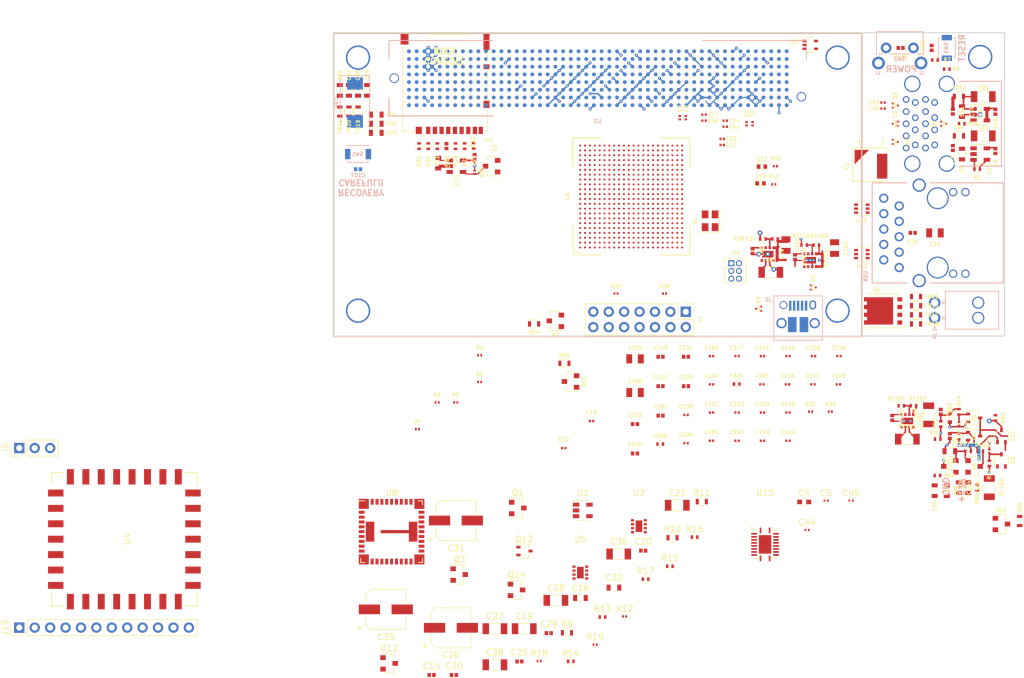
<source format=kicad_pcb>
(kicad_pcb (version 20171130) (host pcbnew 5.0.0-rc2-dev-unknown-d64c89d~62~ubuntu16.04.1)
  (layers (0 F.Cu signal) (1 In1.Cu signal hide) (2 In2.Cu signal) (3 In3.Cu signal) (4 In4.Cu signal hide) (31 B.Cu signal) (34 B.Paste user) (35 F.Paste user) (36 B.SilkS user) (37 F.SilkS user) (38 B.Mask user) (39 F.Mask user) (44 Edge.Cuts user))
  (net 0 "")
  (net 1 GND)
  (net 2 +3V3)
  (net 3 "Net-(U3-PadA49)")
  (net 4 "Net-(U3-PadB17)")
  (net 5 "Net-(U3-PadC16)")
  (net 6 "Net-(U3-PadC9)")
  (net 7 "Net-(U3-PadC8)")
  (net 8 "Net-(U3-PadC7)")
  (net 9 "Net-(U3-PadB7)")
  (net 10 "Net-(U3-PadA7)")
  (net 11 "Net-(U3-PadE2)")
  (net 12 "Net-(U3-PadE50)")
  (net 13 "Net-(U3-PadD49)")
  (net 14 "Net-(U3-PadD48)")
  (net 15 PCIE_CLKREQ)
  (net 16 "Net-(U3-PadC47)")
  (net 17 "Net-(U3-PadC46)")
  (net 18 "Net-(U3-PadB46)")
  (net 19 "Net-(U3-PadB45)")
  (net 20 PCIE_REFCLK-)
  (net 21 PCIE_REFCLK+)
  (net 22 "Net-(U3-PadE42)")
  (net 23 "Net-(U3-PadA42)")
  (net 24 "Net-(U3-PadE41)")
  (net 25 "Net-(U3-PadA41)")
  (net 26 PCIE_LANE0_RX-)
  (net 27 PCIE_LANE0_RX+)
  (net 28 PCIE_LANE1_RX-)
  (net 29 PCIE_LANE1_RX+)
  (net 30 PCIE_LANE1_TX-)
  (net 31 PCIE_LANE1_TX+)
  (net 32 PCIE_LANE0_TX-)
  (net 33 PCIE_LANE0_TX+)
  (net 34 +12V)
  (net 35 "Net-(R8-Pad2)")
  (net 36 /jetson_enet/LINK_1G)
  (net 37 /jetson_enet/LINK_ACT)
  (net 38 "Net-(R7-Pad2)")
  (net 39 "Net-(U3-PadF50)")
  (net 40 "Net-(U3-PadA17)")
  (net 41 /jetson_enet/GBE_MDI0+)
  (net 42 /jetson_enet/GBE_MDI0-)
  (net 43 /jetson_enet/GBE_MDI1+)
  (net 44 /jetson_enet/GBE_MDI1-)
  (net 45 /jetson_enet/GBE_MDI2+)
  (net 46 /jetson_enet/GBE_MDI2-)
  (net 47 /jetson_enet/GBE_MDI3+)
  (net 48 /jetson_enet/GBE_MDI3-)
  (net 49 USB2_D-)
  (net 50 USB2_D+)
  (net 51 "Net-(U3-PadA11)")
  (net 52 "Net-(U3-PadB11)")
  (net 53 "Net-(U3-PadA12)")
  (net 54 "Net-(U3-PadB12)")
  (net 55 "Net-(U3-PadA13)")
  (net 56 "Net-(U3-PadB13)")
  (net 57 "Net-(U3-PadA14)")
  (net 58 "Net-(U3-PadF20)")
  (net 59 "Net-(U3-PadA29)")
  (net 60 "Net-(R22-Pad2)")
  (net 61 /jetson_sdcard/SDCARD_D2)
  (net 62 /jetson_sdcard/SDCARD_D3)
  (net 63 "Net-(R25-Pad2)")
  (net 64 "Net-(R24-Pad2)")
  (net 65 /jetson_sdcard/SDCARD_D1)
  (net 66 /jetson_sdcard/SDCARD_CMD)
  (net 67 "Net-(R23-Pad2)")
  (net 68 "Net-(R21-Pad2)")
  (net 69 /jetson_sdcard/SDCARD_D0)
  (net 70 /jetson_sdcard/SDCARD_CLK)
  (net 71 "Net-(R20-Pad2)")
  (net 72 /jetson_sdcard/SDCARD_PWR_EN)
  (net 73 /jetson_sdcard/SDCARD_CD)
  (net 74 "Net-(Q2-Pad3)")
  (net 75 "Net-(U7-Pad3)")
  (net 76 /jetson_sdcard/SDCARD_VDD)
  (net 77 /jetson_uarts/UART1_TX)
  (net 78 "Net-(U3-PadG9)")
  (net 79 "Net-(U3-PadH9)")
  (net 80 /jetson_uarts/UART1_RX)
  (net 81 "Net-(U3-PadG10)")
  (net 82 "Net-(U3-PadH10)")
  (net 83 "Net-(U3-PadA15)")
  (net 84 "Net-(U3-PadA16)")
  (net 85 +1V8)
  (net 86 JETSON_CARRIER_PWR_ON)
  (net 87 +5V)
  (net 88 USB1_SSRX+)
  (net 89 USB1_SSRX-)
  (net 90 USB1_SSTX+)
  (net 91 USB1_SSTX-)
  (net 92 "Net-(R33-Pad2)")
  (net 93 "Net-(C49-Pad1)")
  (net 94 USB2_5V)
  (net 95 "Net-(U3-PadD45)")
  (net 96 "Net-(U3-PadD46)")
  (net 97 "Net-(U3-PadD47)")
  (net 98 "Net-(U13-Pad5)")
  (net 99 "Net-(U12-Pad5)")
  (net 100 "Net-(C1106-Pad1)")
  (net 101 "Net-(R1103-Pad2)")
  (net 102 "Net-(U1101-Pad7)")
  (net 103 "Net-(C1110-Pad1)")
  (net 104 "Net-(R1109-Pad2)")
  (net 105 "Net-(U1104-Pad7)")
  (net 106 "Net-(U18-PadMNT)")
  (net 107 "Net-(C23-Pad1)")
  (net 108 "Net-(C78-Pad2)")
  (net 109 /jetson_pcie/PEX1_TX+)
  (net 110 /jetson_pcie/PEX1_TX-)
  (net 111 /jetson_pcie/PEX0_TX+)
  (net 112 /jetson_pcie/PEX0_TX-)
  (net 113 USB0_D+)
  (net 114 USB0_D-)
  (net 115 USB0_ID)
  (net 116 USB0_VBUS)
  (net 117 /jetson_usb/SS1_TX+)
  (net 118 /jetson_usb/SS1_TX-)
  (net 119 /jetson_power/VDD_RTC)
  (net 120 /jetson_power/RESET_IN)
  (net 121 /jetson_power/POWER_BTN)
  (net 122 "Net-(U3-PadD39)")
  (net 123 "Net-(U3-PadC40)")
  (net 124 "Net-(U3-PadD40)")
  (net 125 "Net-(U3-PadC41)")
  (net 126 /jetson_usb/USB1_D+)
  (net 127 /jetson_usb/USB1_D-)
  (net 128 /jetson_usb/USB1_EN)
  (net 129 /jetson_usb/USB1_VBUS)
  (net 130 "Net-(R1-Pad2)")
  (net 131 "Net-(C10-Pad1)")
  (net 132 "Net-(D6-Pad1)")
  (net 133 PCIE_RST_3V3)
  (net 134 USB2_5V_LIM)
  (net 135 "Net-(R37-Pad2)")
  (net 136 "Net-(U19-Pad7)")
  (net 137 "Net-(C86-Pad1)")
  (net 138 "Net-(C90-Pad2)")
  (net 139 "Net-(C89-Pad1)")
  (net 140 "Net-(Q5-Pad1)")
  (net 141 "Net-(C95-Pad2)")
  (net 142 JETSON_VDD_MOD)
  (net 143 JETSON_RESET_OUT)
  (net 144 /power/~PWR_EN)
  (net 145 /power/DROP_DETECT)
  (net 146 JETSON_PWR_BAD)
  (net 147 "Net-(C101-Pad1)")
  (net 148 "Net-(C103-Pad1)")
  (net 149 "Net-(Q6-Pad3)")
  (net 150 "Net-(Q10-Pad3)")
  (net 151 "Net-(Q11-Pad3)")
  (net 152 "Net-(Q9-Pad3)")
  (net 153 "Net-(C107-Pad1)")
  (net 154 /power/VIN)
  (net 155 "Net-(J7-Pad5)")
  (net 156 "Net-(J7-Pad6)")
  (net 157 "Net-(J7-Pad8)")
  (net 158 "Net-(J7-Pad9)")
  (net 159 "Net-(J7-PadMNT)")
  (net 160 /jetson_uarts/UART2_RX)
  (net 161 /jetson_uarts/UART2_TX)
  (net 162 DISCHARGE)
  (net 163 "Net-(U3-PadF1)")
  (net 164 "Net-(U3-PadG1)")
  (net 165 "Net-(U3-PadH1)")
  (net 166 "Net-(U3-PadF2)")
  (net 167 "Net-(U3-PadG2)")
  (net 168 "Net-(U3-PadH2)")
  (net 169 FPGA_CONFIG_DCLK)
  (net 170 "Net-(U3-PadF3)")
  (net 171 "Net-(U3-PadH3)")
  (net 172 "Net-(U3-PadE4)")
  (net 173 FPGA_CONFIG_DATA0)
  (net 174 "Net-(U3-PadG4)")
  (net 175 "Net-(U3-PadH4)")
  (net 176 "Net-(U3-PadD5)")
  (net 177 "Net-(U3-PadE5)")
  (net 178 "Net-(U3-PadF5)")
  (net 179 "Net-(U3-PadG5)")
  (net 180 "Net-(U3-PadH5)")
  (net 181 "Net-(U3-PadA6)")
  (net 182 "Net-(U3-PadB6)")
  (net 183 "Net-(U3-PadC6)")
  (net 184 "Net-(U3-PadD6)")
  (net 185 "Net-(U3-PadE6)")
  (net 186 "Net-(U3-PadF6)")
  (net 187 "Net-(U3-PadG6)")
  (net 188 "Net-(U3-PadH6)")
  (net 189 "Net-(U3-PadD7)")
  (net 190 "Net-(U3-PadE7)")
  (net 191 "Net-(U3-PadF7)")
  (net 192 "Net-(U3-PadG7)")
  (net 193 "Net-(U3-PadH7)")
  (net 194 "Net-(U3-PadA8)")
  (net 195 "Net-(U3-PadD8)")
  (net 196 "Net-(U3-PadE8)")
  (net 197 "Net-(U3-PadF8)")
  (net 198 "Net-(U3-PadG8)")
  (net 199 "Net-(U3-PadH8)")
  (net 200 "Net-(U3-PadA9)")
  (net 201 "Net-(U3-PadB9)")
  (net 202 "Net-(U3-PadE9)")
  (net 203 "Net-(U3-PadF9)")
  (net 204 "Net-(U3-PadA10)")
  (net 205 "Net-(U3-PadB10)")
  (net 206 "Net-(U3-PadC10)")
  (net 207 "Net-(U3-PadE10)")
  (net 208 "Net-(U3-PadC11)")
  (net 209 "Net-(U3-PadG11)")
  (net 210 "Net-(U3-PadH11)")
  (net 211 "Net-(U3-PadC12)")
  (net 212 CONSOLE_RX)
  (net 213 CONSOLE_TX)
  (net 214 "Net-(U3-PadC13)")
  (net 215 "Net-(U3-PadD13)")
  (net 216 "Net-(U3-PadH13)")
  (net 217 "Net-(U3-PadC14)")
  (net 218 "Net-(U3-PadD14)")
  (net 219 "Net-(U3-PadE14)")
  (net 220 "Net-(U3-PadF14)")
  (net 221 "Net-(U3-PadG14)")
  (net 222 "Net-(U3-PadH14)")
  (net 223 "Net-(U3-PadC15)")
  (net 224 "Net-(U3-PadD15)")
  (net 225 "Net-(U3-PadE15)")
  (net 226 "Net-(U3-PadG15)")
  (net 227 "Net-(U3-PadH15)")
  (net 228 "Net-(U3-PadD16)")
  (net 229 "Net-(U3-PadE16)")
  (net 230 "Net-(U3-PadF16)")
  (net 231 "Net-(U3-PadG16)")
  (net 232 "Net-(U3-PadC17)")
  (net 233 "Net-(U3-PadD17)")
  (net 234 "Net-(U3-PadC18)")
  (net 235 "Net-(U3-PadD18)")
  (net 236 "Net-(U3-PadE18)")
  (net 237 "Net-(U3-PadB19)")
  (net 238 "Net-(U3-PadC19)")
  (net 239 "Net-(U3-PadD19)")
  (net 240 "Net-(U3-PadA20)")
  (net 241 "Net-(U3-PadB20)")
  (net 242 "Net-(U3-PadC20)")
  (net 243 "Net-(U3-PadE20)")
  (net 244 "Net-(U3-PadH20)")
  (net 245 "Net-(U3-PadA21)")
  (net 246 "Net-(U3-PadB21)")
  (net 247 "Net-(U3-PadD21)")
  (net 248 "Net-(U3-PadE21)")
  (net 249 "Net-(U3-PadG21)")
  (net 250 "Net-(U3-PadH21)")
  (net 251 "Net-(U3-PadA22)")
  (net 252 "Net-(U3-PadB22)")
  (net 253 "Net-(U3-PadC22)")
  (net 254 "Net-(U3-PadD22)")
  (net 255 "Net-(U3-PadF22)")
  (net 256 "Net-(U3-PadG22)")
  (net 257 "Net-(U3-PadA23)")
  (net 258 "Net-(U3-PadB23)")
  (net 259 "Net-(U3-PadC23)")
  (net 260 "Net-(U3-PadE23)")
  (net 261 "Net-(U3-PadF23)")
  (net 262 "Net-(U3-PadH23)")
  (net 263 "Net-(U3-PadB24)")
  (net 264 "Net-(U3-PadD24)")
  (net 265 "Net-(U3-PadE24)")
  (net 266 "Net-(U3-PadG24)")
  (net 267 "Net-(U3-PadH24)")
  (net 268 "Net-(U3-PadB25)")
  (net 269 "Net-(U3-PadC25)")
  (net 270 "Net-(U3-PadD25)")
  (net 271 "Net-(U3-PadF25)")
  (net 272 "Net-(U3-PadG25)")
  (net 273 "Net-(U3-PadC26)")
  (net 274 "Net-(U3-PadE26)")
  (net 275 "Net-(U3-PadF26)")
  (net 276 "Net-(U3-PadH26)")
  (net 277 "Net-(U3-PadD27)")
  (net 278 "Net-(U3-PadE27)")
  (net 279 "Net-(U3-PadG27)")
  (net 280 "Net-(U3-PadH27)")
  (net 281 "Net-(U3-PadC28)")
  (net 282 "Net-(U3-PadD28)")
  (net 283 "Net-(U3-PadF28)")
  (net 284 "Net-(U3-PadG28)")
  (net 285 "Net-(U3-PadC29)")
  (net 286 "Net-(U3-PadF29)")
  (net 287 "Net-(U3-PadE3)")
  (net 288 "Net-(U3-PadF4)")
  (net 289 /fpga_io/PCIE_RST_1V8)
  (net 290 1V03)
  (net 291 /fpga_power/VCC_GXBL)
  (net 292 /fpga_power/VCCA)
  (net 293 /fpga_io/LED0)
  (net 294 "Net-(D12-Pad2)")
  (net 295 "Net-(R34-Pad2)")
  (net 296 /fpga_power/RREF_BL)
  (net 297 /fpga_config/TMS)
  (net 298 FPGA_NSTATUS)
  (net 299 FPGA_CONF_DONE)
  (net 300 FPGA_NCONFIG)
  (net 301 /fpga_power/RREF_TL)
  (net 302 /fpga_config/TDI)
  (net 303 "Net-(D13-Pad2)")
  (net 304 /fpga_io/LED1)
  (net 305 /fpga_config/TCK)
  (net 306 FPGA_AUX6)
  (net 307 FPGA_AUX5)
  (net 308 FPGA_AUX7)
  (net 309 FPGA_AUX4)
  (net 310 FPGA_AUX3)
  (net 311 FPGA_AUX2)
  (net 312 FPGA_AUX1)
  (net 313 FPGA_AUX0)
  (net 314 /fpga_config/TDO)
  (net 315 /fpga_io/CLK100)
  (net 316 0V9)
  (net 317 /fpga_pcie/REFCLK-)
  (net 318 /fpga_pcie/GXB_TX_L1-)
  (net 319 /fpga_pcie/GXB_TX_L0+)
  (net 320 /fpga_pcie/REFCLK+)
  (net 321 /fpga_pcie/GXB_TX_L1+)
  (net 322 /fpga_pcie/GXB_TX_L0-)
  (net 323 "Net-(U6-PadA1)")
  (net 324 "Net-(U6-PadB1)")
  (net 325 "Net-(U6-PadC1)")
  (net 326 "Net-(U6-PadE1)")
  (net 327 "Net-(U6-PadF1)")
  (net 328 "Net-(U6-PadG1)")
  (net 329 "Net-(U6-PadH1)")
  (net 330 "Net-(U6-PadK1)")
  (net 331 "Net-(U6-PadN1)")
  (net 332 "Net-(U6-PadR1)")
  (net 333 "Net-(U6-PadT1)")
  (net 334 "Net-(U6-PadU1)")
  (net 335 "Net-(U6-PadV1)")
  (net 336 "Net-(U6-PadY1)")
  (net 337 "Net-(U6-PadAA1)")
  (net 338 "Net-(U6-PadAB1)")
  (net 339 "Net-(U6-PadA2)")
  (net 340 "Net-(U6-PadC2)")
  (net 341 "Net-(U6-PadD2)")
  (net 342 "Net-(U6-PadE2)")
  (net 343 "Net-(U6-PadF2)")
  (net 344 "Net-(U6-PadJ2)")
  (net 345 "Net-(U6-PadL2)")
  (net 346 "Net-(U6-PadN2)")
  (net 347 "Net-(U6-PadP2)")
  (net 348 "Net-(U6-PadR2)")
  (net 349 "Net-(U6-PadV2)")
  (net 350 "Net-(U6-PadW2)")
  (net 351 "Net-(U6-PadY2)")
  (net 352 "Net-(U6-PadAA2)")
  (net 353 "Net-(U6-PadA3)")
  (net 354 "Net-(U6-PadB3)")
  (net 355 "Net-(U6-PadC3)")
  (net 356 "Net-(U6-PadD3)")
  (net 357 "Net-(U6-PadH3)")
  (net 358 "Net-(U6-PadJ3)")
  (net 359 "Net-(U6-PadU3)")
  (net 360 "Net-(U6-PadV3)")
  (net 361 "Net-(U6-PadW3)")
  (net 362 "Net-(U6-PadAA3)")
  (net 363 "Net-(U6-PadAB3)")
  (net 364 "Net-(U6-PadB4)")
  (net 365 "Net-(U6-PadG4)")
  (net 366 "Net-(U6-PadJ4)")
  (net 367 "Net-(U6-PadK4)")
  (net 368 "Net-(U6-PadP4)")
  (net 369 "Net-(U6-PadR4)")
  (net 370 "Net-(U6-PadT4)")
  (net 371 "Net-(U6-PadW4)")
  (net 372 "Net-(U6-PadY4)")
  (net 373 "Net-(U6-PadAA4)")
  (net 374 "Net-(U6-PadAB4)")
  (net 375 "Net-(U6-PadA5)")
  (net 376 "Net-(U6-PadB5)")
  (net 377 "Net-(U6-PadC5)")
  (net 378 "Net-(U6-PadG5)")
  (net 379 "Net-(U6-PadH5)")
  (net 380 "Net-(U6-PadJ5)")
  (net 381 "Net-(U6-PadK5)")
  (net 382 "Net-(U6-PadV5)")
  (net 383 "Net-(U6-PadW5)")
  (net 384 "Net-(U6-PadY5)")
  (net 385 "Net-(U6-PadAB5)")
  (net 386 "Net-(U6-PadA6)")
  (net 387 "Net-(U6-PadB6)")
  (net 388 "Net-(U6-PadC6)")
  (net 389 "Net-(U6-PadF6)")
  (net 390 "Net-(U6-PadG6)")
  (net 391 "Net-(U6-PadH6)")
  (net 392 "Net-(U6-PadT6)")
  (net 393 "Net-(U6-PadU6)")
  (net 394 "Net-(U6-PadV6)")
  (net 395 "Net-(U6-PadY6)")
  (net 396 "Net-(U6-PadAB6)")
  (net 397 "Net-(U6-PadA7)")
  (net 398 "Net-(U6-PadC7)")
  (net 399 "Net-(U6-PadD7)")
  (net 400 "Net-(U6-PadE7)")
  (net 401 "Net-(U6-PadH7)")
  (net 402 "Net-(U6-PadJ7)")
  (net 403 "Net-(U6-PadK7)")
  (net 404 "Net-(U6-PadW7)")
  (net 405 "Net-(U6-PadY7)")
  (net 406 "Net-(U6-PadAA7)")
  (net 407 "Net-(U6-PadA8)")
  (net 408 "Net-(U6-PadB8)")
  (net 409 "Net-(U6-PadC8)")
  (net 410 "Net-(U6-PadD8)")
  (net 411 "Net-(U6-PadF8)")
  (net 412 "Net-(U6-PadG8)")
  (net 413 "Net-(U6-PadH8)")
  (net 414 "Net-(U6-PadM8)")
  (net 415 "Net-(U6-PadU8)")
  (net 416 "Net-(U6-PadV8)")
  (net 417 "Net-(U6-PadW8)")
  (net 418 "Net-(U6-PadAA8)")
  (net 419 "Net-(U6-PadB9)")
  (net 420 "Net-(U6-PadD9)")
  (net 421 "Net-(U6-PadE9)")
  (net 422 "Net-(U6-PadF9)")
  (net 423 "Net-(U6-PadM9)")
  (net 424 "Net-(U6-PadY9)")
  (net 425 "Net-(U6-PadAA9)")
  (net 426 "Net-(U6-PadAB9)")
  (net 427 "Net-(U6-PadA10)")
  (net 428 "Net-(U6-PadB10)")
  (net 429 "Net-(U6-PadC10)")
  (net 430 "Net-(U6-PadD10)")
  (net 431 "Net-(U6-PadE10)")
  (net 432 "Net-(U6-PadR10)")
  (net 433 "Net-(U6-PadU10)")
  (net 434 "Net-(U6-PadV10)")
  (net 435 "Net-(U6-PadW10)")
  (net 436 "Net-(U6-PadY10)")
  (net 437 "Net-(U6-PadAB10)")
  (net 438 "Net-(U6-PadA11)")
  (net 439 "Net-(U6-PadB11)")
  (net 440 "Net-(U6-PadC11)")
  (net 441 "Net-(U6-PadE11)")
  (net 442 "Net-(U6-PadF11)")
  (net 443 "Net-(U6-PadG11)")
  (net 444 "Net-(U6-PadH11)")
  (net 445 "Net-(U6-PadU11)")
  (net 446 "Net-(U6-PadV11)")
  (net 447 "Net-(U6-PadY11)")
  (net 448 "Net-(U6-PadAA11)")
  (net 449 "Net-(U6-PadAB11)")
  (net 450 "Net-(U6-PadA12)")
  (net 451 "Net-(U6-PadC12)")
  (net 452 "Net-(U6-PadD12)")
  (net 453 "Net-(U6-PadE12)")
  (net 454 "Net-(U6-PadH12)")
  (net 455 "Net-(U6-PadT12)")
  (net 456 "Net-(U6-PadV12)")
  (net 457 "Net-(U6-PadW12)")
  (net 458 "Net-(U6-PadY12)")
  (net 459 "Net-(U6-PadAA12)")
  (net 460 "Net-(U6-PadA13)")
  (net 461 "Net-(U6-PadB13)")
  (net 462 "Net-(U6-PadC13)")
  (net 463 "Net-(U6-PadD13)")
  (net 464 "Net-(U6-PadF13)")
  (net 465 "Net-(U6-PadG13)")
  (net 466 "Net-(U6-PadH13)")
  (net 467 "Net-(U6-PadU13)")
  (net 468 "Net-(U6-PadV13)")
  (net 469 "Net-(U6-PadW13)")
  (net 470 "Net-(U6-PadAA13)")
  (net 471 "Net-(U6-PadAB13)")
  (net 472 "Net-(U6-PadB14)")
  (net 473 "Net-(U6-PadD14)")
  (net 474 "Net-(U6-PadE14)")
  (net 475 "Net-(U6-PadF14)")
  (net 476 "Net-(U6-PadG14)")
  (net 477 "Net-(U6-PadT14)")
  (net 478 "Net-(U6-PadU14)")
  (net 479 "Net-(U6-PadW14)")
  (net 480 "Net-(U6-PadY14)")
  (net 481 "Net-(U6-PadAA14)")
  (net 482 "Net-(U6-PadAB14)")
  (net 483 "Net-(U6-PadA15)")
  (net 484 "Net-(U6-PadB15)")
  (net 485 "Net-(U6-PadC15)")
  (net 486 "Net-(U6-PadD15)")
  (net 487 "Net-(U6-PadE15)")
  (net 488 "Net-(U6-PadG15)")
  (net 489 "Net-(U6-PadH15)")
  (net 490 "Net-(U6-PadU15)")
  (net 491 "Net-(U6-PadV15)")
  (net 492 "Net-(U6-PadW15)")
  (net 493 "Net-(U6-PadY15)")
  (net 494 "Net-(U6-PadAB15)")
  (net 495 "Net-(U6-PadA16)")
  (net 496 "Net-(U6-PadB16)")
  (net 497 "Net-(U6-PadC16)")
  (net 498 "Net-(U6-PadE16)")
  (net 499 "Net-(U6-PadF16)")
  (net 500 "Net-(U6-PadG16)")
  (net 501 "Net-(U6-PadH16)")
  (net 502 "Net-(U6-PadT16)")
  (net 503 "Net-(U6-PadU16)")
  (net 504 "Net-(U6-PadV16)")
  (net 505 "Net-(U6-PadY16)")
  (net 506 "Net-(U6-PadAA16)")
  (net 507 "Net-(U6-PadAB16)")
  (net 508 "Net-(U6-PadA17)")
  (net 509 "Net-(U6-PadC17)")
  (net 510 "Net-(U6-PadD17)")
  (net 511 "Net-(U6-PadE17)")
  (net 512 "Net-(U6-PadF17)")
  (net 513 "Net-(U6-PadH17)")
  (net 514 "Net-(U6-PadJ17)")
  (net 515 "Net-(U6-PadK17)")
  (net 516 "Net-(U6-PadL17)")
  (net 517 "Net-(U6-PadM17)")
  (net 518 "Net-(U6-PadN17)")
  (net 519 "Net-(U6-PadP17)")
  (net 520 "Net-(U6-PadR17)")
  (net 521 "Net-(U6-PadT17)")
  (net 522 "Net-(U6-PadV17)")
  (net 523 "Net-(U6-PadW17)")
  (net 524 "Net-(U6-PadY17)")
  (net 525 "Net-(U6-PadAA17)")
  (net 526 "Net-(U6-PadAB17)")
  (net 527 "Net-(U6-PadC18)")
  (net 528 "Net-(U6-PadE18)")
  (net 529 "Net-(U6-PadF18)")
  (net 530 "Net-(U6-PadG18)")
  (net 531 "Net-(U6-PadR18)")
  (net 532 "Net-(U6-PadT18)")
  (net 533 "Net-(U6-PadU18)")
  (net 534 "Net-(U6-PadV18)")
  (net 535 "Net-(U6-PadAB18)")
  (net 536 "Net-(U6-PadC19)")
  (net 537 "Net-(U6-PadD19)")
  (net 538 "Net-(U6-PadE19)")
  (net 539 "Net-(U6-PadF19)")
  (net 540 "Net-(U6-PadG19)")
  (net 541 "Net-(U6-PadR19)")
  (net 542 "Net-(U6-PadT19)")
  (net 543 "Net-(U6-PadU19)")
  (net 544 "Net-(U6-PadV19)")
  (net 545 "Net-(U6-PadC21)")
  (net 546 "Net-(U6-PadG21)")
  (net 547 "Net-(U6-PadL21)")
  (net 548 "Net-(U6-PadR21)")
  (net 549 "Net-(U6-PadC22)")
  (net 550 "Net-(U6-PadG22)")
  (net 551 "Net-(U6-PadL22)")
  (net 552 "Net-(U6-PadR22)")
  (net 553 /imu/CS_3V3)
  (net 554 /imu/SYNC_IN_3V3)
  (net 555 /imu/NRST_3V3)
  (net 556 /imu/MISO_3V3)
  (net 557 /imu/MOSI_3V3)
  (net 558 /imu/SCK_3V3)
  (net 559 IMU_RX1)
  (net 560 IMU_TX1)
  (net 561 /imu/SYNC_OUT_3V3)
  (net 562 /imu/TARE_3V3)
  (net 563 /imu/TX2)
  (net 564 /imu/RX2)
  (net 565 "Net-(U4-Pad8)")
  (net 566 "Net-(U4-Pad11)")
  (net 567 "Net-(U4-Pad14)")
  (net 568 "Net-(U4-Pad15)")
  (net 569 "Net-(U4-Pad20)")
  (net 570 "Net-(U4-Pad24)")
  (net 571 "Net-(U4-Pad25)")
  (net 572 "Net-(U4-Pad26)")
  (net 573 "Net-(U4-Pad27)")
  (net 574 "Net-(U4-Pad29)")
  (net 575 /power/~PWR_EN_GRP1)
  (net 576 "Net-(Q14-Pad3)")
  (net 577 /power/AGND)
  (net 578 "Net-(Q3-Pad3)")
  (net 579 "Net-(Q1-Pad3)")
  (net 580 "Net-(Q12-Pad3)")
  (net 581 "Net-(U15-Pad1)")
  (net 582 "Net-(U15-Pad3)")
  (net 583 "Net-(U15-Pad4)")
  (net 584 "Net-(U15-Pad5)")
  (net 585 "Net-(U15-Pad6)")
  (net 586 "Net-(U15-Pad7)")
  (net 587 "Net-(U15-Pad9)")
  (net 588 "Net-(U15-Pad8)")
  (net 589 "Net-(R13-Pad2)")
  (net 590 3V3_ALWAYS_ON)
  (net 591 /power/PG_GRP1)
  (net 592 "Net-(R16-Pad2)")
  (net 593 "Net-(R18-Pad1)")
  (net 594 "Net-(R19-Pad1)")
  (net 595 "Net-(U1-Pad3)")
  (net 596 "Net-(U1-Pad4)")
  (net 597 "Net-(C20-Pad1)")
  (net 598 "Net-(C25-Pad1)")
  (net 599 "Net-(U5-Pad7)")
  (net 600 "Net-(U8-Pad4)")
  (net 601 "Net-(U8-Pad5)")
  (net 602 "Net-(U8-Pad6)")
  (net 603 "Net-(U8-Pad7)")
  (net 604 "Net-(U8-Pad9)")
  (net 605 /power/PH)
  (net 606 "Net-(C29-Pad1)")
  (net 607 "Net-(U8-Pad24)")
  (net 608 "Net-(U8-Pad25)")
  (module Capacitor_SMD:CP_Elec_6.3x5.8 (layer F.Cu) (at 103.575001 180.0675)
    (fp_text reference C35 (at 0 4.56) (layer F.SilkS))
    (fp_text value 220u)
    (fp_text user + (at -4.28 3.01) (layer F.SilkS))
    (pad 2 smd rect (at 2.7 0 180) (size 3.5 1.6) (layers F.Cu F.Paste F.Mask) (net 1 GND))
    (pad 1 smd rect (at -2.7 0 180) (size 3.5 1.6) (layers F.Cu F.Paste F.Mask) (net 316 0V9))
  )
  (module Capacitor_SMD:CP_Elec_6.3x5.8 (layer F.Cu) (at 115.125001 165.4175)
    (fp_text reference C31 (at 0 4.56) (layer F.SilkS))
    (fp_text value 220u)
    (fp_text user + (at -4.28 3.01) (layer F.SilkS))
    (pad 1 smd rect (at -2.7 0 180) (size 3.5 1.6) (layers F.Cu F.Paste F.Mask) (net 85 +1V8))
    (pad 2 smd rect (at 2.7 0 180) (size 3.5 1.6) (layers F.Cu F.Paste F.Mask) (net 1 GND))
  )
  (module Capacitor_SMD:CP_Elec_6.3x7.7 (layer F.Cu) (at 114.305001 183.1075)
    (fp_text reference C26 (at 0 4.43) (layer F.SilkS))
    (fp_text value 100u)
    (fp_text user + (at -4.28 2.91) (layer F.SilkS))
    (pad 1 smd rect (at -2.7 0 180) (size 3.5 1.6) (layers F.Cu F.Paste F.Mask) (net 34 +12V))
    (pad 2 smd rect (at 2.7 0 180) (size 3.5 1.6) (layers F.Cu F.Paste F.Mask) (net 1 GND))
  )
  (module Capacitor_SMD:C_0402_1005Metric (layer F.Cu) (at 111.107381 190.8875)
    (fp_text reference C15 (at 0 -1.5) (layer F.SilkS))
    (fp_text value 1u)
    (pad 1 smd rect (at -0.3875 0) (size 0.575 0.65) (layers F.Cu F.Paste F.Mask) (net 34 +12V))
    (pad 2 smd rect (at 0.3875 0) (size 0.575 0.65) (layers F.Cu F.Paste F.Mask) (net 1 GND))
  )
  (module Capacitor_SMD:C_0402_1005Metric (layer F.Cu) (at 145.987381 170.3875)
    (fp_text reference C20 (at 0 -1.5) (layer F.SilkS))
    (fp_text value 4n7)
    (pad 2 smd rect (at 0.3875 0) (size 0.575 0.65) (layers F.Cu F.Paste F.Mask) (net 1 GND))
    (pad 1 smd rect (at -0.3875 0) (size 0.575 0.65) (layers F.Cu F.Paste F.Mask) (net 597 "Net-(C20-Pad1)"))
  )
  (module Capacitor_SMD:C_0402_1005Metric (layer F.Cu) (at 125.587381 188.6575)
    (fp_text reference C25 (at 0 -1.5) (layer F.SilkS))
    (fp_text value 4n7)
    (pad 1 smd rect (at -0.3875 0) (size 0.575 0.65) (layers F.Cu F.Paste F.Mask) (net 598 "Net-(C25-Pad1)"))
    (pad 2 smd rect (at 0.3875 0) (size 0.575 0.65) (layers F.Cu F.Paste F.Mask) (net 1 GND))
  )
  (module Capacitor_SMD:C_0402_1005Metric (layer F.Cu) (at 130.417381 183.9875)
    (fp_text reference C29 (at 0 -1.5) (layer F.SilkS))
    (fp_text value 10n)
    (pad 2 smd rect (at 0.3875 0) (size 0.575 0.65) (layers F.Cu F.Paste F.Mask) (net 577 /power/AGND))
    (pad 1 smd rect (at -0.3875 0) (size 0.575 0.65) (layers F.Cu F.Paste F.Mask) (net 606 "Net-(C29-Pad1)"))
  )
  (module Capacitor_SMD:C_0402_1005Metric (layer F.Cu) (at 114.785952 190.8875)
    (fp_text reference C30 (at 0 -1.5) (layer F.SilkS))
    (fp_text value 100n)
    (pad 1 smd rect (at -0.3875 0) (size 0.575 0.65) (layers F.Cu F.Paste F.Mask) (net 34 +12V))
    (pad 2 smd rect (at 0.3875 0) (size 0.575 0.65) (layers F.Cu F.Paste F.Mask) (net 1 GND))
  )
  (module Capacitor_SMD:C_0603_1608Metric (layer F.Cu) (at 141.157381 176.4875)
    (fp_text reference C32 (at 0 -1.65) (layer F.SilkS))
    (fp_text value 22u)
    (pad 2 smd rect (at 0.875 0) (size 0.67 1) (layers F.Cu F.Paste F.Mask) (net 1 GND))
    (pad 1 smd rect (at -0.875 0) (size 0.67 1) (layers F.Cu F.Paste F.Mask) (net 290 1V03))
  )
  (module Capacitor_SMD:C_0603_1608Metric (layer F.Cu) (at 135.637381 178.1875)
    (fp_text reference C16 (at 0 -1.65) (layer F.SilkS))
    (fp_text value 2u2)
    (pad 1 smd rect (at -0.875 0) (size 0.67 1) (layers F.Cu F.Paste F.Mask) (net 590 3V3_ALWAYS_ON))
    (pad 2 smd rect (at 0.875 0) (size 0.67 1) (layers F.Cu F.Paste F.Mask) (net 1 GND))
  )
  (module Capacitor_SMD:C_1206_3216Metric (layer F.Cu) (at 121.545001 183.2575)
    (fp_text reference C27 (at 0 -2.05) (layer F.SilkS))
    (fp_text value 47u)
    (pad 2 smd rect (at 1.505 0) (size 1.07 1.8) (layers F.Cu F.Paste F.Mask) (net 1 GND))
    (pad 1 smd rect (at -1.505 0) (size 1.07 1.8) (layers F.Cu F.Paste F.Mask) (net 34 +12V))
  )
  (module Capacitor_SMD:C_1206_3216Metric (layer F.Cu) (at 141.945001 170.9375)
    (fp_text reference C36 (at 0 -2.05) (layer F.SilkS))
    (fp_text value 100u)
    (pad 1 smd rect (at -1.505 0) (size 1.07 1.8) (layers F.Cu F.Paste F.Mask) (net 316 0V9))
    (pad 2 smd rect (at 1.505 0) (size 1.07 1.8) (layers F.Cu F.Paste F.Mask) (net 1 GND))
  )
  (module Capacitor_SMD:C_1206_3216Metric (layer F.Cu) (at 121.545001 189.2075)
    (fp_text reference C38 (at 0 -2.05) (layer F.SilkS))
    (fp_text value 100u)
    (pad 2 smd rect (at 1.505 0) (size 1.07 1.8) (layers F.Cu F.Paste F.Mask) (net 1 GND))
    (pad 1 smd rect (at -1.505 0) (size 1.07 1.8) (layers F.Cu F.Paste F.Mask) (net 316 0V9))
  )
  (module Capacitor_SMD:C_1206_3216Metric (layer F.Cu) (at 131.595001 178.5875)
    (fp_text reference C28 (at 0 -2.05) (layer F.SilkS))
    (fp_text value 100u)
    (pad 1 smd rect (at -1.505 0) (size 1.07 1.8) (layers F.Cu F.Paste F.Mask) (net 85 +1V8))
    (pad 2 smd rect (at 1.505 0) (size 1.07 1.8) (layers F.Cu F.Paste F.Mask) (net 1 GND))
  )
  (module Capacitor_SMD:C_1206_3216Metric (layer F.Cu) (at 151.595001 162.9075)
    (fp_text reference C21 (at 0 -2.05) (layer F.SilkS))
    (fp_text value 47u)
    (pad 2 smd rect (at 1.505 0) (size 1.07 1.8) (layers F.Cu F.Paste F.Mask) (net 1 GND))
    (pad 1 smd rect (at -1.505 0) (size 1.07 1.8) (layers F.Cu F.Paste F.Mask) (net 34 +12V))
  )
  (module Capacitor_SMD:C_1206_3216Metric (layer F.Cu) (at 126.375001 183.2575)
    (fp_text reference C19 (at 0 -2.05) (layer F.SilkS))
    (fp_text value 47u)
    (pad 1 smd rect (at -1.505 0) (size 1.07 1.8) (layers F.Cu F.Paste F.Mask) (net 34 +12V))
    (pad 2 smd rect (at 1.505 0) (size 1.07 1.8) (layers F.Cu F.Paste F.Mask) (net 1 GND))
  )
  (module Capacitors_SMD:C_0201 (layer F.Cu) (at 172.975952 166.9775)
    (fp_text reference C44 (at 0 -1.27) (layer F.SilkS))
    (fp_text value 100n)
    (pad 2 smd rect (at 0.28 0) (size 0.3 0.35) (layers F.Cu F.Paste F.Mask) (net 1 GND))
    (pad 1 smd rect (at -0.28 0) (size 0.3 0.35) (layers F.Cu F.Paste F.Mask) (net 85 +1V8))
  )
  (module Capacitors_SMD:C_0201 (layer F.Cu) (at 176.125952 162.1275)
    (fp_text reference C5 (at 0 -1.27) (layer F.SilkS))
    (fp_text value 100n)
    (pad 1 smd rect (at -0.28 0) (size 0.3 0.35) (layers F.Cu F.Paste F.Mask) (net 2 +3V3))
    (pad 2 smd rect (at 0.28 0) (size 0.3 0.35) (layers F.Cu F.Paste F.Mask) (net 1 GND))
  )
  (module Capacitors_SMD:C_0201 (layer F.Cu) (at 180.235952 162.1275)
    (fp_text reference C45 (at 0 -1.27) (layer F.SilkS))
    (fp_text value 100n)
    (pad 2 smd rect (at 0.28 0) (size 0.3 0.35) (layers F.Cu F.Paste F.Mask) (net 1 GND))
    (pad 1 smd rect (at -0.28 0) (size 0.3 0.35) (layers F.Cu F.Paste F.Mask) (net 2 +3V3))
  )
  (module Capacitors_SMD:C_0603 (layer F.Cu) (at 172.499762 162.3575)
    (fp_text reference C4 (at 0 -1.5) (layer F.SilkS))
    (fp_text value 10u)
    (pad 1 smd rect (at -0.75 0) (size 0.8 0.75) (layers F.Cu F.Paste F.Mask) (net 2 +3V3))
    (pad 2 smd rect (at 0.75 0) (size 0.8 0.75) (layers F.Cu F.Paste F.Mask) (net 1 GND))
  )
  (module DCDC:TI_RVQ_42 (layer F.Cu) (at 104.525001 167.2575)
    (fp_text reference U8 (at 0 -6.4) (layer F.SilkS))
    (fp_text value LMZ31707)
    (pad 2 smd rect (at -3.2 4.925) (size 0.5 0.95) (layers F.Cu F.Paste F.Mask) (net 577 /power/AGND))
    (pad 3 smd rect (at -2.4 4.925) (size 0.5 0.95) (layers F.Cu F.Paste F.Mask) (net 34 +12V))
    (pad 4 smd rect (at -1.6 4.925) (size 0.5 0.95) (layers F.Cu F.Paste F.Mask) (net 600 "Net-(U8-Pad4)"))
    (pad 5 smd rect (at -0.8 4.925) (size 0.5 0.95) (layers F.Cu F.Paste F.Mask) (net 601 "Net-(U8-Pad5)"))
    (pad 6 smd rect (at 0 4.925) (size 0.5 0.95) (layers F.Cu F.Paste F.Mask) (net 602 "Net-(U8-Pad6)"))
    (pad 7 smd rect (at 0.8 4.925) (size 0.5 0.95) (layers F.Cu F.Paste F.Mask) (net 603 "Net-(U8-Pad7)"))
    (pad 8 smd rect (at 1.6 4.925) (size 0.5 0.95) (layers F.Cu F.Paste F.Mask) (net 591 /power/PG_GRP1))
    (pad 9 smd rect (at 2.4 4.925) (size 0.5 0.95) (layers F.Cu F.Paste F.Mask) (net 604 "Net-(U8-Pad9)"))
    (pad 10 smd rect (at 3.2 4.925) (size 0.5 0.95) (layers F.Cu F.Paste F.Mask) (net 605 /power/PH))
    (pad 1 smd rect (at -4.575 4.575) (size 1.65 1.65) (layers F.Cu F.Paste F.Mask) (net 34 +12V))
    (pad 11 smd rect (at 4.575 4.575) (size 1.65 1.65) (layers F.Cu F.Paste F.Mask) (net 34 +12V))
    (pad 14 smd rect (at 4.925 1.6 90) (size 0.5 0.95) (layers F.Cu F.Paste F.Mask) (net 605 /power/PH))
    (pad 15 smd rect (at 4.925 0.8 90) (size 0.5 0.95) (layers F.Cu F.Paste F.Mask) (net 605 /power/PH))
    (pad 13 smd rect (at 4.925 2.4 90) (size 0.5 0.95) (layers F.Cu F.Paste F.Mask) (net 605 /power/PH))
    (pad 18 smd rect (at 4.925 -1.6 90) (size 0.5 0.95) (layers F.Cu F.Paste F.Mask) (net 605 /power/PH))
    (pad 16 smd rect (at 4.925 0 90) (size 0.5 0.95) (layers F.Cu F.Paste F.Mask) (net 605 /power/PH))
    (pad 19 smd rect (at 4.925 -2.4 90) (size 0.5 0.95) (layers F.Cu F.Paste F.Mask) (net 605 /power/PH))
    (pad 20 smd rect (at 4.925 -3.2 90) (size 0.5 0.95) (layers F.Cu F.Paste F.Mask) (net 1 GND))
    (pad 17 smd rect (at 4.925 -0.8 90) (size 0.5 0.95) (layers F.Cu F.Paste F.Mask) (net 605 /power/PH))
    (pad 12 smd rect (at 4.925 3.2 90) (size 0.5 0.95) (layers F.Cu F.Paste F.Mask) (net 34 +12V))
    (pad 21 smd rect (at 4.575 -4.575) (size 1.65 1.65) (layers F.Cu F.Paste F.Mask) (net 1 GND))
    (pad 31 smd rect (at -4.575 -4.575) (size 1.65 1.65) (layers F.Cu F.Paste F.Mask) (net 1 GND))
    (pad 30 smd rect (at -3.2 -4.925 180) (size 0.5 0.95) (layers F.Cu F.Paste F.Mask) (net 576 "Net-(Q14-Pad3)"))
    (pad 27 smd rect (at -0.8 -4.925 180) (size 0.5 0.95) (layers F.Cu F.Paste F.Mask) (net 316 0V9))
    (pad 22 smd rect (at 3.2 -4.925 180) (size 0.5 0.95) (layers F.Cu F.Paste F.Mask) (net 593 "Net-(R18-Pad1)"))
    (pad 28 smd rect (at -1.6 -4.925 180) (size 0.5 0.95) (layers F.Cu F.Paste F.Mask) (net 606 "Net-(C29-Pad1)"))
    (pad 26 smd rect (at 0 -4.925 180) (size 0.5 0.95) (layers F.Cu F.Paste F.Mask) (net 594 "Net-(R19-Pad1)"))
    (pad 29 smd rect (at -2.4 -4.925 180) (size 0.5 0.95) (layers F.Cu F.Paste F.Mask) (net 577 /power/AGND))
    (pad 24 smd rect (at 1.6 -4.925 180) (size 0.5 0.95) (layers F.Cu F.Paste F.Mask) (net 607 "Net-(U8-Pad24)"))
    (pad 25 smd rect (at 0.8 -4.925 180) (size 0.5 0.95) (layers F.Cu F.Paste F.Mask) (net 608 "Net-(U8-Pad25)"))
    (pad 23 smd rect (at 2.4 -4.925 180) (size 0.5 0.95) (layers F.Cu F.Paste F.Mask) (net 577 /power/AGND))
    (pad 35 smd rect (at -4.925 -0.8 270) (size 0.5 0.95) (layers F.Cu F.Paste F.Mask) (net 316 0V9))
    (pad 33 smd rect (at -4.925 -2.4 270) (size 0.5 0.95) (layers F.Cu F.Paste F.Mask) (net 1 GND))
    (pad 40 smd rect (at -4.925 3.2 270) (size 0.5 0.95) (layers F.Cu F.Paste F.Mask) (net 34 +12V))
    (pad 39 smd rect (at -4.925 2.4 270) (size 0.5 0.95) (layers F.Cu F.Paste F.Mask) (net 34 +12V))
    (pad 34 smd rect (at -4.925 -1.6 270) (size 0.5 0.95) (layers F.Cu F.Paste F.Mask) (net 316 0V9))
    (pad 36 smd rect (at -4.925 0 270) (size 0.5 0.95) (layers F.Cu F.Paste F.Mask) (net 316 0V9))
    (pad 37 smd rect (at -4.925 0.8 270) (size 0.5 0.95) (layers F.Cu F.Paste F.Mask) (net 316 0V9))
    (pad 38 smd rect (at -4.925 1.6 270) (size 0.5 0.95) (layers F.Cu F.Paste F.Mask) (net 316 0V9))
    (pad 32 smd rect (at -4.925 -3.2 270) (size 0.5 0.95) (layers F.Cu F.Paste F.Mask) (net 1 GND))
    (pad 41 smd rect (at -3.55 0) (size 1.4 3.29) (layers F.Cu F.Paste F.Mask) (net 316 0V9))
    (pad 42 smd rect (at 3.55 0) (size 1.4 3.29) (layers F.Cu F.Paste F.Mask) (net 605 /power/PH))
    (pad 42 smd rect (at 1.2 0 90) (size 0.525 6) (layers F.Cu F.Paste F.Mask) (net 605 /power/PH))
  )
  (module DCDC:TPS82130 (layer F.Cu) (at 135.623095 174.0075)
    (fp_text reference U5 (at 0 -5.5) (layer F.SilkS))
    (fp_text value TPS82130)
    (pad 9 smd rect (at 0 0) (size 1.1 1.9) (layers F.Cu F.Paste F.Mask) (net 1 GND))
    (pad 8 smd rect (at 1.05 -0.975) (size 0.5 0.4) (layers F.Cu F.Paste F.Mask) (net 598 "Net-(C25-Pad1)"))
    (pad 7 smd rect (at 1.05 -0.325) (size 0.5 0.4) (layers F.Cu F.Paste F.Mask) (net 599 "Net-(U5-Pad7)"))
    (pad 6 smd rect (at 1.05 0.325) (size 0.5 0.4) (layers F.Cu F.Paste F.Mask) (net 592 "Net-(R16-Pad2)"))
    (pad 5 smd rect (at 1.05 0.975) (size 0.5 0.4) (layers F.Cu F.Paste F.Mask) (net 290 1V03))
    (pad 4 smd rect (at -1.05 0.975) (size 0.5 0.4) (layers F.Cu F.Paste F.Mask) (net 290 1V03))
    (pad 3 smd rect (at -1.05 0.325) (size 0.5 0.4) (layers F.Cu F.Paste F.Mask) (net 1 GND))
    (pad 2 smd rect (at -1.05 -0.325) (size 0.5 0.4) (layers F.Cu F.Paste F.Mask) (net 34 +12V))
    (pad 1 smd rect (at -1.05 -0.975) (size 0.5 0.4) (layers F.Cu F.Paste F.Mask) (net 86 JETSON_CARRIER_PWR_ON))
  )
  (module DCDC:TPS82130 (layer F.Cu) (at 145.273095 166.3575)
    (fp_text reference U2 (at 0 -5.5) (layer F.SilkS))
    (fp_text value TPS82130)
    (pad 1 smd rect (at -1.05 -0.975) (size 0.5 0.4) (layers F.Cu F.Paste F.Mask) (net 591 /power/PG_GRP1))
    (pad 2 smd rect (at -1.05 -0.325) (size 0.5 0.4) (layers F.Cu F.Paste F.Mask) (net 34 +12V))
    (pad 3 smd rect (at -1.05 0.325) (size 0.5 0.4) (layers F.Cu F.Paste F.Mask) (net 1 GND))
    (pad 4 smd rect (at -1.05 0.975) (size 0.5 0.4) (layers F.Cu F.Paste F.Mask) (net 85 +1V8))
    (pad 5 smd rect (at 1.05 0.975) (size 0.5 0.4) (layers F.Cu F.Paste F.Mask) (net 85 +1V8))
    (pad 6 smd rect (at 1.05 0.325) (size 0.5 0.4) (layers F.Cu F.Paste F.Mask) (net 589 "Net-(R13-Pad2)"))
    (pad 7 smd rect (at 1.05 -0.325) (size 0.5 0.4) (layers F.Cu F.Paste F.Mask) (net 143 JETSON_RESET_OUT))
    (pad 8 smd rect (at 1.05 -0.975) (size 0.5 0.4) (layers F.Cu F.Paste F.Mask) (net 597 "Net-(C20-Pad1)"))
    (pad 9 smd rect (at 0 0) (size 1.1 1.9) (layers F.Cu F.Paste F.Mask) (net 1 GND))
  )
  (module Package_TO_SOT_SMD:SOT-23-5 (layer F.Cu) (at 136.021666 163.7575)
    (fp_text reference U1 (at 0 -2.9) (layer F.SilkS))
    (fp_text value TPS70933DBV)
    (pad 1 smd rect (at -1.1 -0.95) (size 1.06 0.65) (layers F.Cu F.Paste F.Mask) (net 34 +12V))
    (pad 2 smd rect (at -1.1 0) (size 1.06 0.65) (layers F.Cu F.Paste F.Mask) (net 1 GND))
    (pad 3 smd rect (at -1.1 0.95) (size 1.06 0.65) (layers F.Cu F.Paste F.Mask) (net 595 "Net-(U1-Pad3)"))
    (pad 4 smd rect (at 1.1 0.95) (size 1.06 0.65) (layers F.Cu F.Paste F.Mask) (net 596 "Net-(U1-Pad4)"))
    (pad 5 smd rect (at 1.1 -0.95) (size 1.06 0.65) (layers F.Cu F.Paste F.Mask) (net 590 3V3_ALWAYS_ON))
  )
  (module Resistors_SMD:R_0201 (layer F.Cu) (at 142.897381 181.2375)
    (fp_text reference R12 (at 0 -1.25) (layer F.SilkS))
    (fp_text value 10k)
    (pad 2 smd rect (at 0.26 0) (size 0.28 0.43) (layers F.Cu F.Paste F.Mask) (net 575 /power/~PWR_EN_GRP1))
    (pad 1 smd rect (at -0.26 0) (size 0.28 0.43) (layers F.Cu F.Paste F.Mask) (net 590 3V3_ALWAYS_ON))
  )
  (module Resistors_SMD:R_0201 (layer F.Cu) (at 138.058333 185.8875)
    (fp_text reference R19 (at 0 -1.25) (layer F.SilkS))
    (fp_text value 2k87)
    (pad 1 smd rect (at -0.26 0) (size 0.28 0.43) (layers F.Cu F.Paste F.Mask) (net 594 "Net-(R19-Pad1)"))
    (pad 2 smd rect (at 0.26 0) (size 0.28 0.43) (layers F.Cu F.Paste F.Mask) (net 577 /power/AGND))
  )
  (module Resistors_SMD:R_0201 (layer F.Cu) (at 128.837381 188.5875)
    (fp_text reference R18 (at 0 -1.25) (layer F.SilkS))
    (fp_text value 1M)
    (pad 2 smd rect (at 0.26 0) (size 0.28 0.43) (layers F.Cu F.Paste F.Mask) (net 577 /power/AGND))
    (pad 1 smd rect (at -0.26 0) (size 0.28 0.43) (layers F.Cu F.Paste F.Mask) (net 593 "Net-(R18-Pad1)"))
  )
  (module Resistors_SMD:R_0402 (layer F.Cu) (at 146.368333 175.0875)
    (fp_text reference R17 (at 0 -1.35) (layer F.SilkS))
    (fp_text value 100k)
    (pad 2 smd rect (at 0.45 0) (size 0.4 0.6) (layers F.Cu F.Paste F.Mask) (net 1 GND))
    (pad 1 smd rect (at -0.45 0) (size 0.4 0.6) (layers F.Cu F.Paste F.Mask) (net 592 "Net-(R16-Pad2)"))
  )
  (module Resistors_SMD:R_0402 (layer F.Cu) (at 154.438333 168.1575)
    (fp_text reference R16 (at 0 -1.35) (layer F.SilkS))
    (fp_text value 28k7)
    (pad 1 smd rect (at -0.45 0) (size 0.4 0.6) (layers F.Cu F.Paste F.Mask) (net 290 1V03))
    (pad 2 smd rect (at 0.45 0) (size 0.4 0.6) (layers F.Cu F.Paste F.Mask) (net 592 "Net-(R16-Pad2)"))
  )
  (module Resistors_SMD:R_0402 (layer F.Cu) (at 150.378333 172.9575)
    (fp_text reference R15 (at 0 -1.35) (layer F.SilkS))
    (fp_text value 100k)
    (pad 2 smd rect (at 0.45 0) (size 0.4 0.6) (layers F.Cu F.Paste F.Mask) (net 590 3V3_ALWAYS_ON))
    (pad 1 smd rect (at -0.45 0) (size 0.4 0.6) (layers F.Cu F.Paste F.Mask) (net 591 /power/PG_GRP1))
  )
  (module Resistors_SMD:R_0402 (layer F.Cu) (at 134.048333 188.6375)
    (fp_text reference R14 (at 0 -1.35) (layer F.SilkS))
    (fp_text value 100k)
    (pad 1 smd rect (at -0.45 0) (size 0.4 0.6) (layers F.Cu F.Paste F.Mask) (net 589 "Net-(R13-Pad2)"))
    (pad 2 smd rect (at 0.45 0) (size 0.4 0.6) (layers F.Cu F.Paste F.Mask) (net 1 GND))
  )
  (module Resistors_SMD:R_0402 (layer F.Cu) (at 139.268333 181.3375)
    (fp_text reference R13 (at 0 -1.35) (layer F.SilkS))
    (fp_text value 124k)
    (pad 2 smd rect (at 0.45 0) (size 0.4 0.6) (layers F.Cu F.Paste F.Mask) (net 589 "Net-(R13-Pad2)"))
    (pad 1 smd rect (at -0.45 0) (size 0.4 0.6) (layers F.Cu F.Paste F.Mask) (net 85 +1V8))
  )
  (module Resistors_SMD:R_0603 (layer F.Cu) (at 155.637381 162.3075)
    (fp_text reference R11 (at 0 -1.45) (layer F.SilkS))
    (fp_text value 47)
    (pad 2 smd rect (at 0.75 0) (size 0.5 0.9) (layers F.Cu F.Paste F.Mask) (net 580 "Net-(Q12-Pad3)"))
    (pad 1 smd rect (at -0.75 0) (size 0.5 0.9) (layers F.Cu F.Paste F.Mask) (net 290 1V03))
  )
  (module Resistors_SMD:R_0603 (layer F.Cu) (at 133.415001 183.9375)
    (fp_text reference R9 (at 0 -1.45) (layer F.SilkS))
    (fp_text value 47)
    (pad 1 smd rect (at -0.75 0) (size 0.5 0.9) (layers F.Cu F.Paste F.Mask) (net 85 +1V8))
    (pad 2 smd rect (at 0.75 0) (size 0.5 0.9) (layers F.Cu F.Paste F.Mask) (net 579 "Net-(Q1-Pad3)"))
  )
  (module Resistors_SMD:R_0603 (layer F.Cu) (at 150.807381 168.2575)
    (fp_text reference R10 (at 0 -1.45) (layer F.SilkS))
    (fp_text value 47)
    (pad 2 smd rect (at 0.75 0) (size 0.5 0.9) (layers F.Cu F.Paste F.Mask) (net 578 "Net-(Q3-Pad3)"))
    (pad 1 smd rect (at -0.75 0) (size 0.5 0.9) (layers F.Cu F.Paste F.Mask) (net 316 0V9))
  )
  (module TI:TI_VQFN_20_RGY (layer F.Cu) (at 166.055476 169.3575)
    (fp_text reference U15 (at 0 -8.5) (layer F.SilkS))
    (fp_text value TXB0108RGY)
    (pad 1 smd oval (at -0.75 -2.3 90) (size 1 0.28) (layers F.Cu F.Paste F.Mask) (net 581 "Net-(U15-Pad1)"))
    (pad 2 smd oval (at -1.8 -1.75 180) (size 1 0.28) (layers F.Cu F.Paste F.Mask) (net 85 +1V8))
    (pad 3 smd oval (at -1.8 -1.25 180) (size 1 0.28) (layers F.Cu F.Paste F.Mask) (net 582 "Net-(U15-Pad3)"))
    (pad 4 smd oval (at -1.8 -0.75 180) (size 1 0.28) (layers F.Cu F.Paste F.Mask) (net 583 "Net-(U15-Pad4)"))
    (pad 5 smd oval (at -1.8 -0.25 180) (size 1 0.28) (layers F.Cu F.Paste F.Mask) (net 584 "Net-(U15-Pad5)"))
    (pad 6 smd oval (at -1.8 0.25 180) (size 1 0.28) (layers F.Cu F.Paste F.Mask) (net 585 "Net-(U15-Pad6)"))
    (pad 7 smd oval (at -1.8 0.75 180) (size 1 0.28) (layers F.Cu F.Paste F.Mask) (net 586 "Net-(U15-Pad7)"))
    (pad 9 smd oval (at -1.8 1.75 180) (size 1 0.28) (layers F.Cu F.Paste F.Mask) (net 587 "Net-(U15-Pad9)"))
    (pad 8 smd oval (at -1.8 1.25 180) (size 1 0.28) (layers F.Cu F.Paste F.Mask) (net 588 "Net-(U15-Pad8)"))
    (pad 10 smd oval (at -0.75 2.3 90) (size 1 0.28) (layers F.Cu F.Paste F.Mask) (net 85 +1V8))
    (pad 11 smd oval (at 0.75 2.3 90) (size 1 0.28) (layers F.Cu F.Paste F.Mask) (net 1 GND))
    (pad 15 smd oval (at 1.8 0.25 180) (size 1 0.28) (layers F.Cu F.Paste F.Mask) (net 556 /imu/MISO_3V3))
    (pad 19 smd oval (at 1.8 -1.75 180) (size 1 0.28) (layers F.Cu F.Paste F.Mask) (net 2 +3V3))
    (pad 13 smd oval (at 1.8 1.25 180) (size 1 0.28) (layers F.Cu F.Paste F.Mask) (net 554 /imu/SYNC_IN_3V3))
    (pad 18 smd oval (at 1.8 -1.25 180) (size 1 0.28) (layers F.Cu F.Paste F.Mask) (net 561 /imu/SYNC_OUT_3V3))
    (pad 16 smd oval (at 1.8 -0.25 180) (size 1 0.28) (layers F.Cu F.Paste F.Mask) (net 557 /imu/MOSI_3V3))
    (pad 14 smd oval (at 1.8 0.75 180) (size 1 0.28) (layers F.Cu F.Paste F.Mask) (net 555 /imu/NRST_3V3))
    (pad 17 smd oval (at 1.8 -0.75 180) (size 1 0.28) (layers F.Cu F.Paste F.Mask) (net 558 /imu/SCK_3V3))
    (pad 12 smd oval (at 1.8 1.75 180) (size 1 0.28) (layers F.Cu F.Paste F.Mask) (net 553 /imu/CS_3V3))
    (pad 20 smd oval (at 0.75 -2.3 90) (size 1 0.28) (layers F.Cu F.Paste F.Mask) (net 562 /imu/TARE_3V3))
    (pad 21 smd rect (at 0 0 180) (size 2.05 3.05) (layers F.Cu F.Paste F.Mask) (net 1 GND))
  )
  (module TO_SOT_Packages_SMD:SOT-23 (layer F.Cu) (at 104.115476 188.9775)
    (fp_text reference Q12 (at 0 -2.5) (layer F.SilkS))
    (fp_text value NTR4003NT1G)
    (pad 1 smd rect (at -1 -0.95) (size 0.9 0.8) (layers F.Cu F.Paste F.Mask) (net 162 DISCHARGE))
    (pad 2 smd rect (at -1 0.95) (size 0.9 0.8) (layers F.Cu F.Paste F.Mask) (net 1 GND))
    (pad 3 smd rect (at 1 0) (size 0.9 0.8) (layers F.Cu F.Paste F.Mask) (net 580 "Net-(Q12-Pad3)"))
  )
  (module TO_SOT_Packages_SMD:SOT-23 (layer F.Cu) (at 125.315476 163.3575)
    (fp_text reference Q1 (at 0 -2.5) (layer F.SilkS))
    (fp_text value NTR4003NT1G)
    (pad 3 smd rect (at 1 0) (size 0.9 0.8) (layers F.Cu F.Paste F.Mask) (net 579 "Net-(Q1-Pad3)"))
    (pad 2 smd rect (at -1 0.95) (size 0.9 0.8) (layers F.Cu F.Paste F.Mask) (net 1 GND))
    (pad 1 smd rect (at -1 -0.95) (size 0.9 0.8) (layers F.Cu F.Paste F.Mask) (net 162 DISCHARGE))
  )
  (module TO_SOT_Packages_SMD:SOT-23 (layer F.Cu) (at 115.665476 174.3275)
    (fp_text reference Q3 (at 0 -2.5) (layer F.SilkS))
    (fp_text value NTR4003NT1G)
    (pad 1 smd rect (at -1 -0.95) (size 0.9 0.8) (layers F.Cu F.Paste F.Mask) (net 162 DISCHARGE))
    (pad 2 smd rect (at -1 0.95) (size 0.9 0.8) (layers F.Cu F.Paste F.Mask) (net 1 GND))
    (pad 3 smd rect (at 1 0) (size 0.9 0.8) (layers F.Cu F.Paste F.Mask) (net 578 "Net-(Q3-Pad3)"))
  )
  (module TO_SOT_Packages_SMD:SOT-23 (layer F.Cu) (at 125.109762 176.8575)
    (fp_text reference Q14 (at 0 -2.5) (layer F.SilkS))
    (fp_text value DMN2041L)
    (pad 3 smd rect (at 1 0) (size 0.9 0.8) (layers F.Cu F.Paste F.Mask) (net 576 "Net-(Q14-Pad3)"))
    (pad 2 smd rect (at -1 0.95) (size 0.9 0.8) (layers F.Cu F.Paste F.Mask) (net 577 /power/AGND))
    (pad 1 smd rect (at -1 -0.95) (size 0.9 0.8) (layers F.Cu F.Paste F.Mask) (net 575 /power/~PWR_EN_GRP1))
  )
  (module TO_SOT_Packages_SMD:SOT-323_SC-70 (layer F.Cu) (at 126.421666 170.4575)
    (fp_text reference Q13 (at -0.05 -1.95) (layer F.SilkS))
    (fp_text value NTS4001NT1G)
    (pad 3 smd rect (at 1 0 270) (size 0.45 0.7) (layers F.Cu F.Paste F.Mask) (net 575 /power/~PWR_EN_GRP1))
    (pad 2 smd rect (at -1 0.65 270) (size 0.45 0.7) (layers F.Cu F.Paste F.Mask) (net 1 GND))
    (pad 1 smd rect (at -1 -0.65 270) (size 0.45 0.7) (layers F.Cu F.Paste F.Mask) (net 86 JETSON_CARRIER_PWR_ON))
  )
  (module IMU:VN-100 (layer F.Cu) (at 60.5 168.5 90)
    (fp_text reference U4 (at 0 0.5 90) (layer F.SilkS))
    (fp_text value VN-100)
    (pad 1 smd rect (at 10.287 8.89 90) (size 2.54 1.143) (layers F.Cu F.Paste F.Mask) (net 1 GND))
    (pad 2 smd rect (at 10.287 6.35 90) (size 2.54 1.143) (layers F.Cu F.Paste F.Mask) (net 1 GND))
    (pad 3 smd rect (at 10.287 3.81 90) (size 2.54 1.143) (layers F.Cu F.Paste F.Mask) (net 1 GND))
    (pad 4 smd rect (at 10.287 1.27 90) (size 2.54 1.143) (layers F.Cu F.Paste F.Mask) (net 1 GND))
    (pad 5 smd rect (at 10.287 -1.27 90) (size 2.54 1.143) (layers F.Cu F.Paste F.Mask) (net 563 /imu/TX2))
    (pad 6 smd rect (at 10.287 -3.81 90) (size 2.54 1.143) (layers F.Cu F.Paste F.Mask) (net 564 /imu/RX2))
    (pad 7 smd rect (at 10.287 -6.35 90) (size 2.54 1.143) (layers F.Cu F.Paste F.Mask) (net 562 /imu/TARE_3V3))
    (pad 8 smd rect (at 10.287 -8.89 90) (size 2.54 1.143) (layers F.Cu F.Paste F.Mask) (net 565 "Net-(U4-Pad8)"))
    (pad 9 smd rect (at 7.62 -11.303 180) (size 2.54 1.143) (layers F.Cu F.Paste F.Mask) (net 561 /imu/SYNC_OUT_3V3))
    (pad 10 smd rect (at 5.08 -11.303 180) (size 2.54 1.143) (layers F.Cu F.Paste F.Mask) (net 2 +3V3))
    (pad 11 smd rect (at 2.54 -11.303 180) (size 2.54 1.143) (layers F.Cu F.Paste F.Mask) (net 566 "Net-(U4-Pad11)"))
    (pad 12 smd rect (at 0 -11.303 180) (size 2.54 1.143) (layers F.Cu F.Paste F.Mask) (net 560 IMU_TX1))
    (pad 13 smd rect (at -2.54 -11.303 180) (size 2.54 1.143) (layers F.Cu F.Paste F.Mask) (net 559 IMU_RX1))
    (pad 14 smd rect (at -5.08 -11.303 180) (size 2.54 1.143) (layers F.Cu F.Paste F.Mask) (net 567 "Net-(U4-Pad14)"))
    (pad 15 smd rect (at -7.62 -11.303 180) (size 2.54 1.143) (layers F.Cu F.Paste F.Mask) (net 568 "Net-(U4-Pad15)"))
    (pad 16 smd rect (at -10.287 -8.89 270) (size 2.54 1.143) (layers F.Cu F.Paste F.Mask) (net 558 /imu/SCK_3V3))
    (pad 17 smd rect (at -10.287 -6.35 270) (size 2.54 1.143) (layers F.Cu F.Paste F.Mask) (net 557 /imu/MOSI_3V3))
    (pad 18 smd rect (at -10.287 -3.81 270) (size 2.54 1.143) (layers F.Cu F.Paste F.Mask) (net 1 GND))
    (pad 19 smd rect (at -10.287 -1.27 270) (size 2.54 1.143) (layers F.Cu F.Paste F.Mask) (net 556 /imu/MISO_3V3))
    (pad 20 smd rect (at -10.287 1.27 270) (size 2.54 1.143) (layers F.Cu F.Paste F.Mask) (net 569 "Net-(U4-Pad20)"))
    (pad 21 smd rect (at -10.287 3.81 270) (size 2.54 1.143) (layers F.Cu F.Paste F.Mask) (net 555 /imu/NRST_3V3))
    (pad 22 smd rect (at -10.287 6.35 270) (size 2.54 1.143) (layers F.Cu F.Paste F.Mask) (net 554 /imu/SYNC_IN_3V3))
    (pad 23 smd rect (at -10.287 8.89 270) (size 2.54 1.143) (layers F.Cu F.Paste F.Mask) (net 553 /imu/CS_3V3))
    (pad 24 smd rect (at -7.62 11.303) (size 2.54 1.143) (layers F.Cu F.Paste F.Mask) (net 570 "Net-(U4-Pad24)"))
    (pad 25 smd rect (at -5.08 11.303) (size 2.54 1.143) (layers F.Cu F.Paste F.Mask) (net 571 "Net-(U4-Pad25)"))
    (pad 26 smd rect (at -2.54 11.303) (size 2.54 1.143) (layers F.Cu F.Paste F.Mask) (net 572 "Net-(U4-Pad26)"))
    (pad 27 smd rect (at 0 11.303) (size 2.54 1.143) (layers F.Cu F.Paste F.Mask) (net 573 "Net-(U4-Pad27)"))
    (pad 28 smd rect (at 2.54 11.303) (size 2.54 1.143) (layers F.Cu F.Paste F.Mask) (net 1 GND))
    (pad 29 smd rect (at 5.08 11.303) (size 2.54 1.143) (layers F.Cu F.Paste F.Mask) (net 574 "Net-(U4-Pad29)"))
    (pad 30 smd rect (at 7.62 11.303) (size 2.54 1.143) (layers F.Cu F.Paste F.Mask) (net 1 GND))
  )
  (module Pin_Headers:Pin_Header_Straight_1x03_Pitch2.54mm (layer F.Cu) (at 43.1875 153.474524 90)
    (fp_text reference J5 (at 0 -2.33 90) (layer F.SilkS))
    (fp_text value "IMU DEBUG")
    (pad 3 thru_hole oval (at 0 5.08 90) (size 1.7 1.7) (drill 1) (layers *.Cu *.Mask) (net 1 GND))
    (pad 2 thru_hole oval (at 0 2.54 90) (size 1.7 1.7) (drill 1) (layers *.Cu *.Mask) (net 563 /imu/TX2))
    (pad 1 thru_hole rect (at 0 0 90) (size 1.7 1.7) (drill 1) (layers *.Cu *.Mask) (net 564 /imu/RX2))
  )
  (module Pin_Headers:Pin_Header_Straight_1x12_Pitch2.54mm (layer F.Cu) (at 43.1875 183.074999 90)
    (fp_text reference J15 (at 0 -2.33 90) (layer F.SilkS))
    (fp_text value IMU)
    (pad 12 thru_hole oval (at 0 27.94 90) (size 1.7 1.7) (drill 1) (layers *.Cu *.Mask) (net 553 /imu/CS_3V3))
    (pad 11 thru_hole oval (at 0 25.4 90) (size 1.7 1.7) (drill 1) (layers *.Cu *.Mask) (net 554 /imu/SYNC_IN_3V3))
    (pad 10 thru_hole oval (at 0 22.86 90) (size 1.7 1.7) (drill 1) (layers *.Cu *.Mask) (net 555 /imu/NRST_3V3))
    (pad 9 thru_hole oval (at 0 20.32 90) (size 1.7 1.7) (drill 1) (layers *.Cu *.Mask) (net 556 /imu/MISO_3V3))
    (pad 8 thru_hole oval (at 0 17.78 90) (size 1.7 1.7) (drill 1) (layers *.Cu *.Mask) (net 557 /imu/MOSI_3V3))
    (pad 7 thru_hole oval (at 0 15.24 90) (size 1.7 1.7) (drill 1) (layers *.Cu *.Mask) (net 558 /imu/SCK_3V3))
    (pad 6 thru_hole oval (at 0 12.7 90) (size 1.7 1.7) (drill 1) (layers *.Cu *.Mask) (net 559 IMU_RX1))
    (pad 5 thru_hole oval (at 0 10.16 90) (size 1.7 1.7) (drill 1) (layers *.Cu *.Mask) (net 560 IMU_TX1))
    (pad 4 thru_hole oval (at 0 7.62 90) (size 1.7 1.7) (drill 1) (layers *.Cu *.Mask) (net 561 /imu/SYNC_OUT_3V3))
    (pad 3 thru_hole oval (at 0 5.08 90) (size 1.7 1.7) (drill 1) (layers *.Cu *.Mask) (net 562 /imu/TARE_3V3))
    (pad 2 thru_hole oval (at 0 2.54 90) (size 1.7 1.7) (drill 1) (layers *.Cu *.Mask) (net 1 GND))
    (pad 1 thru_hole rect (at 0 0 90) (size 1.7 1.7) (drill 1) (layers *.Cu *.Mask) (net 2 +3V3))
  )
  (module Capacitor_SMD:C_0201_0603Metric (layer F.Cu) (at 164 100 90)
    (fp_text reference C2 (at 1.635 0 90) (layer F.SilkS) (effects (font (size 0.6 0.6) (thickness 0.127))))
    (fp_text value 100n)
    (pad 1 smd rect (at -0.275 0 90) (size 0.35 0.4) (layers F.Cu F.Mask) (net 32 PCIE_LANE0_TX-))
    (pad 2 smd rect (at 0.275 0 90) (size 0.35 0.4) (layers F.Cu F.Mask) (net 112 /jetson_pcie/PEX0_TX-))
  )
  (module BGA:INTEL_U484 (layer F.Cu) (at 144 112 90)
    (fp_text reference U6 (at 0 -10.5 90) (layer F.SilkS) (effects (font (size 0.6 0.6) (thickness 0.127))))
    (fp_text value 10CX220)
    (pad A1 smd circle (at -8.4 -8.4 90) (size 0.34 0.34) (layers F.Cu F.Paste F.Mask) (net 323 "Net-(U6-PadA1)"))
    (pad B1 smd circle (at -8.4 -7.6 90) (size 0.34 0.34) (layers F.Cu F.Paste F.Mask) (net 324 "Net-(U6-PadB1)"))
    (pad C1 smd circle (at -8.4 -6.8 90) (size 0.34 0.34) (layers F.Cu F.Paste F.Mask) (net 325 "Net-(U6-PadC1)"))
    (pad D1 smd circle (at -8.4 -6 90) (size 0.34 0.34) (layers F.Cu F.Paste F.Mask) (net 1 GND))
    (pad E1 smd circle (at -8.4 -5.2 90) (size 0.34 0.34) (layers F.Cu F.Paste F.Mask) (net 326 "Net-(U6-PadE1)"))
    (pad F1 smd circle (at -8.4 -4.4 90) (size 0.34 0.34) (layers F.Cu F.Paste F.Mask) (net 327 "Net-(U6-PadF1)"))
    (pad G1 smd circle (at -8.4 -3.6 90) (size 0.34 0.34) (layers F.Cu F.Paste F.Mask) (net 328 "Net-(U6-PadG1)"))
    (pad H1 smd circle (at -8.4 -2.8 90) (size 0.34 0.34) (layers F.Cu F.Paste F.Mask) (net 329 "Net-(U6-PadH1)"))
    (pad J1 smd circle (at -8.4 -2 90) (size 0.34 0.34) (layers F.Cu F.Paste F.Mask) (net 85 +1V8))
    (pad K1 smd circle (at -8.4 -1.2 90) (size 0.34 0.34) (layers F.Cu F.Paste F.Mask) (net 330 "Net-(U6-PadK1)"))
    (pad L1 smd circle (at -8.4 -0.4 90) (size 0.34 0.34) (layers F.Cu F.Paste F.Mask) (net 298 FPGA_NSTATUS))
    (pad M1 smd circle (at -8.4 0.4 90) (size 0.34 0.34) (layers F.Cu F.Paste F.Mask) (net 299 FPGA_CONF_DONE))
    (pad N1 smd circle (at -8.4 1.2 90) (size 0.34 0.34) (layers F.Cu F.Paste F.Mask) (net 331 "Net-(U6-PadN1)"))
    (pad P1 smd circle (at -8.4 2 90) (size 0.34 0.34) (layers F.Cu F.Paste F.Mask) (net 1 GND))
    (pad R1 smd circle (at -8.4 2.8 90) (size 0.34 0.34) (layers F.Cu F.Paste F.Mask) (net 332 "Net-(U6-PadR1)"))
    (pad T1 smd circle (at -8.4 3.6 90) (size 0.34 0.34) (layers F.Cu F.Paste F.Mask) (net 333 "Net-(U6-PadT1)"))
    (pad U1 smd circle (at -8.4 4.4 90) (size 0.34 0.34) (layers F.Cu F.Paste F.Mask) (net 334 "Net-(U6-PadU1)"))
    (pad V1 smd circle (at -8.4 5.2 90) (size 0.34 0.34) (layers F.Cu F.Paste F.Mask) (net 335 "Net-(U6-PadV1)"))
    (pad W1 smd circle (at -8.4 6 90) (size 0.34 0.34) (layers F.Cu F.Paste F.Mask) (net 1 GND))
    (pad Y1 smd circle (at -8.4 6.8 90) (size 0.34 0.34) (layers F.Cu F.Paste F.Mask) (net 336 "Net-(U6-PadY1)"))
    (pad AA1 smd circle (at -8.4 7.6 90) (size 0.34 0.34) (layers F.Cu F.Paste F.Mask) (net 337 "Net-(U6-PadAA1)"))
    (pad AB1 smd circle (at -8.4 8.4 90) (size 0.34 0.34) (layers F.Cu F.Paste F.Mask) (net 338 "Net-(U6-PadAB1)"))
    (pad A2 smd circle (at -7.6 -8.4 90) (size 0.34 0.34) (layers F.Cu F.Paste F.Mask) (net 339 "Net-(U6-PadA2)"))
    (pad B2 smd circle (at -7.6 -7.6 90) (size 0.34 0.34) (layers F.Cu F.Paste F.Mask) (net 1 GND))
    (pad C2 smd circle (at -7.6 -6.8 90) (size 0.34 0.34) (layers F.Cu F.Paste F.Mask) (net 340 "Net-(U6-PadC2)"))
    (pad D2 smd circle (at -7.6 -6 90) (size 0.34 0.34) (layers F.Cu F.Paste F.Mask) (net 341 "Net-(U6-PadD2)"))
    (pad E2 smd circle (at -7.6 -5.2 90) (size 0.34 0.34) (layers F.Cu F.Paste F.Mask) (net 342 "Net-(U6-PadE2)"))
    (pad F2 smd circle (at -7.6 -4.4 90) (size 0.34 0.34) (layers F.Cu F.Paste F.Mask) (net 343 "Net-(U6-PadF2)"))
    (pad G2 smd circle (at -7.6 -3.6 90) (size 0.34 0.34) (layers F.Cu F.Paste F.Mask) (net 1 GND))
    (pad H2 smd circle (at -7.6 -2.8 90) (size 0.34 0.34) (layers F.Cu F.Paste F.Mask) (net 1 GND))
    (pad J2 smd circle (at -7.6 -2 90) (size 0.34 0.34) (layers F.Cu F.Paste F.Mask) (net 344 "Net-(U6-PadJ2)"))
    (pad K2 smd circle (at -7.6 -1.2 90) (size 0.34 0.34) (layers F.Cu F.Paste F.Mask) (net 85 +1V8))
    (pad L2 smd circle (at -7.6 -0.4 90) (size 0.34 0.34) (layers F.Cu F.Paste F.Mask) (net 345 "Net-(U6-PadL2)"))
    (pad M2 smd circle (at -7.6 0.4 90) (size 0.34 0.34) (layers F.Cu F.Paste F.Mask) (net 1 GND))
    (pad N2 smd circle (at -7.6 1.2 90) (size 0.34 0.34) (layers F.Cu F.Paste F.Mask) (net 346 "Net-(U6-PadN2)"))
    (pad P2 smd circle (at -7.6 2 90) (size 0.34 0.34) (layers F.Cu F.Paste F.Mask) (net 347 "Net-(U6-PadP2)"))
    (pad R2 smd circle (at -7.6 2.8 90) (size 0.34 0.34) (layers F.Cu F.Paste F.Mask) (net 348 "Net-(U6-PadR2)"))
    (pad T2 smd circle (at -7.6 3.6 90) (size 0.34 0.34) (layers F.Cu F.Paste F.Mask) (net 169 FPGA_CONFIG_DCLK))
    (pad U2 smd circle (at -7.6 4.4 90) (size 0.34 0.34) (layers F.Cu F.Paste F.Mask) (net 1 GND))
    (pad V2 smd circle (at -7.6 5.2 90) (size 0.34 0.34) (layers F.Cu F.Paste F.Mask) (net 349 "Net-(U6-PadV2)"))
    (pad W2 smd circle (at -7.6 6 90) (size 0.34 0.34) (layers F.Cu F.Paste F.Mask) (net 350 "Net-(U6-PadW2)"))
    (pad Y2 smd circle (at -7.6 6.8 90) (size 0.34 0.34) (layers F.Cu F.Paste F.Mask) (net 351 "Net-(U6-PadY2)"))
    (pad AA2 smd circle (at -7.6 7.6 90) (size 0.34 0.34) (layers F.Cu F.Paste F.Mask) (net 352 "Net-(U6-PadAA2)"))
    (pad AB2 smd circle (at -7.6 8.4 90) (size 0.34 0.34) (layers F.Cu F.Paste F.Mask) (net 1 GND))
    (pad A3 smd circle (at -6.8 -8.4 90) (size 0.34 0.34) (layers F.Cu F.Paste F.Mask) (net 353 "Net-(U6-PadA3)"))
    (pad B3 smd circle (at -6.8 -7.6 90) (size 0.34 0.34) (layers F.Cu F.Paste F.Mask) (net 354 "Net-(U6-PadB3)"))
    (pad C3 smd circle (at -6.8 -6.8 90) (size 0.34 0.34) (layers F.Cu F.Paste F.Mask) (net 355 "Net-(U6-PadC3)"))
    (pad D3 smd circle (at -6.8 -6 90) (size 0.34 0.34) (layers F.Cu F.Paste F.Mask) (net 356 "Net-(U6-PadD3)"))
    (pad E3 smd circle (at -6.8 -5.2 90) (size 0.34 0.34) (layers F.Cu F.Paste F.Mask) (net 1 GND))
    (pad F3 smd circle (at -6.8 -4.4 90) (size 0.34 0.34) (layers F.Cu F.Paste F.Mask) (net 1 GND))
    (pad G3 smd circle (at -6.8 -3.6 90) (size 0.34 0.34) (layers F.Cu F.Paste F.Mask) (net 1 GND))
    (pad H3 smd circle (at -6.8 -2.8 90) (size 0.34 0.34) (layers F.Cu F.Paste F.Mask) (net 357 "Net-(U6-PadH3)"))
    (pad J3 smd circle (at -6.8 -2 90) (size 0.34 0.34) (layers F.Cu F.Paste F.Mask) (net 358 "Net-(U6-PadJ3)"))
    (pad K3 smd circle (at -6.8 -1.2 90) (size 0.34 0.34) (layers F.Cu F.Paste F.Mask) (net 85 +1V8))
    (pad L3 smd circle (at -6.8 -0.4 90) (size 0.34 0.34) (layers F.Cu F.Paste F.Mask) (net 297 /fpga_config/TMS))
    (pad M3 smd circle (at -6.8 0.4 90) (size 0.34 0.34) (layers F.Cu F.Paste F.Mask) (net 1 GND))
    (pad N3 smd circle (at -6.8 1.2 90) (size 0.34 0.34) (layers F.Cu F.Paste F.Mask) (net 1 GND))
    (pad P3 smd circle (at -6.8 2 90) (size 0.34 0.34) (layers F.Cu F.Paste F.Mask) (net 1 GND))
    (pad R3 smd circle (at -6.8 2.8 90) (size 0.34 0.34) (layers F.Cu F.Paste F.Mask) (net 1 GND))
    (pad T3 smd circle (at -6.8 3.6 90) (size 0.34 0.34) (layers F.Cu F.Paste F.Mask) (net 1 GND))
    (pad U3 smd circle (at -6.8 4.4 90) (size 0.34 0.34) (layers F.Cu F.Paste F.Mask) (net 359 "Net-(U6-PadU3)"))
    (pad V3 smd circle (at -6.8 5.2 90) (size 0.34 0.34) (layers F.Cu F.Paste F.Mask) (net 360 "Net-(U6-PadV3)"))
    (pad W3 smd circle (at -6.8 6 90) (size 0.34 0.34) (layers F.Cu F.Paste F.Mask) (net 361 "Net-(U6-PadW3)"))
    (pad Y3 smd circle (at -6.8 6.8 90) (size 0.34 0.34) (layers F.Cu F.Paste F.Mask) (net 1 GND))
    (pad AA3 smd circle (at -6.8 7.6 90) (size 0.34 0.34) (layers F.Cu F.Paste F.Mask) (net 362 "Net-(U6-PadAA3)"))
    (pad AB3 smd circle (at -6.8 8.4 90) (size 0.34 0.34) (layers F.Cu F.Paste F.Mask) (net 363 "Net-(U6-PadAB3)"))
    (pad A4 smd circle (at -6 -8.4 90) (size 0.34 0.34) (layers F.Cu F.Paste F.Mask) (net 1 GND))
    (pad B4 smd circle (at -6 -7.6 90) (size 0.34 0.34) (layers F.Cu F.Paste F.Mask) (net 364 "Net-(U6-PadB4)"))
    (pad C4 smd circle (at -6 -6.8 90) (size 0.34 0.34) (layers F.Cu F.Paste F.Mask) (net 1 GND))
    (pad D4 smd circle (at -6 -6 90) (size 0.34 0.34) (layers F.Cu F.Paste F.Mask) (net 1 GND))
    (pad E4 smd circle (at -6 -5.2 90) (size 0.34 0.34) (layers F.Cu F.Paste F.Mask) (net 1 GND))
    (pad F4 smd circle (at -6 -4.4 90) (size 0.34 0.34) (layers F.Cu F.Paste F.Mask) (net 1 GND))
    (pad G4 smd circle (at -6 -3.6 90) (size 0.34 0.34) (layers F.Cu F.Paste F.Mask) (net 365 "Net-(U6-PadG4)"))
    (pad H4 smd circle (at -6 -2.8 90) (size 0.34 0.34) (layers F.Cu F.Paste F.Mask) (net 1 GND))
    (pad J4 smd circle (at -6 -2 90) (size 0.34 0.34) (layers F.Cu F.Paste F.Mask) (net 366 "Net-(U6-PadJ4)"))
    (pad K4 smd circle (at -6 -1.2 90) (size 0.34 0.34) (layers F.Cu F.Paste F.Mask) (net 367 "Net-(U6-PadK4)"))
    (pad L4 smd circle (at -6 -0.4 90) (size 0.34 0.34) (layers F.Cu F.Paste F.Mask) (net 295 "Net-(R34-Pad2)"))
    (pad M4 smd circle (at -6 0.4 90) (size 0.34 0.34) (layers F.Cu F.Paste F.Mask) (net 302 /fpga_config/TDI))
    (pad N4 smd circle (at -6 1.2 90) (size 0.34 0.34) (layers F.Cu F.Paste F.Mask) (net 1 GND))
    (pad P4 smd circle (at -6 2 90) (size 0.34 0.34) (layers F.Cu F.Paste F.Mask) (net 368 "Net-(U6-PadP4)"))
    (pad R4 smd circle (at -6 2.8 90) (size 0.34 0.34) (layers F.Cu F.Paste F.Mask) (net 369 "Net-(U6-PadR4)"))
    (pad T4 smd circle (at -6 3.6 90) (size 0.34 0.34) (layers F.Cu F.Paste F.Mask) (net 370 "Net-(U6-PadT4)"))
    (pad U4 smd circle (at -6 4.4 90) (size 0.34 0.34) (layers F.Cu F.Paste F.Mask) (net 1 GND))
    (pad V4 smd circle (at -6 5.2 90) (size 0.34 0.34) (layers F.Cu F.Paste F.Mask) (net 1 GND))
    (pad W4 smd circle (at -6 6 90) (size 0.34 0.34) (layers F.Cu F.Paste F.Mask) (net 371 "Net-(U6-PadW4)"))
    (pad Y4 smd circle (at -6 6.8 90) (size 0.34 0.34) (layers F.Cu F.Paste F.Mask) (net 372 "Net-(U6-PadY4)"))
    (pad AA4 smd circle (at -6 7.6 90) (size 0.34 0.34) (layers F.Cu F.Paste F.Mask) (net 373 "Net-(U6-PadAA4)"))
    (pad AB4 smd circle (at -6 8.4 90) (size 0.34 0.34) (layers F.Cu F.Paste F.Mask) (net 374 "Net-(U6-PadAB4)"))
    (pad A5 smd circle (at -5.2 -8.4 90) (size 0.34 0.34) (layers F.Cu F.Paste F.Mask) (net 375 "Net-(U6-PadA5)"))
    (pad B5 smd circle (at -5.2 -7.6 90) (size 0.34 0.34) (layers F.Cu F.Paste F.Mask) (net 376 "Net-(U6-PadB5)"))
    (pad C5 smd circle (at -5.2 -6.8 90) (size 0.34 0.34) (layers F.Cu F.Paste F.Mask) (net 377 "Net-(U6-PadC5)"))
    (pad D5 smd circle (at -5.2 -6 90) (size 0.34 0.34) (layers F.Cu F.Paste F.Mask) (net 1 GND))
    (pad E5 smd circle (at -5.2 -5.2 90) (size 0.34 0.34) (layers F.Cu F.Paste F.Mask) (net 1 GND))
    (pad F5 smd circle (at -5.2 -4.4 90) (size 0.34 0.34) (layers F.Cu F.Paste F.Mask) (net 1 GND))
    (pad G5 smd circle (at -5.2 -3.6 90) (size 0.34 0.34) (layers F.Cu F.Paste F.Mask) (net 378 "Net-(U6-PadG5)"))
    (pad H5 smd circle (at -5.2 -2.8 90) (size 0.34 0.34) (layers F.Cu F.Paste F.Mask) (net 379 "Net-(U6-PadH5)"))
    (pad J5 smd circle (at -5.2 -2 90) (size 0.34 0.34) (layers F.Cu F.Paste F.Mask) (net 380 "Net-(U6-PadJ5)"))
    (pad K5 smd circle (at -5.2 -1.2 90) (size 0.34 0.34) (layers F.Cu F.Paste F.Mask) (net 381 "Net-(U6-PadK5)"))
    (pad L5 smd circle (at -5.2 -0.4 90) (size 0.34 0.34) (layers F.Cu F.Paste F.Mask) (net 1 GND))
    (pad M5 smd circle (at -5.2 0.4 90) (size 0.34 0.34) (layers F.Cu F.Paste F.Mask) (net 314 /fpga_config/TDO))
    (pad N5 smd circle (at -5.2 1.2 90) (size 0.34 0.34) (layers F.Cu F.Paste F.Mask) (net 1 GND))
    (pad P5 smd circle (at -5.2 2 90) (size 0.34 0.34) (layers F.Cu F.Paste F.Mask) (net 305 /fpga_config/TCK))
    (pad R5 smd circle (at -5.2 2.8 90) (size 0.34 0.34) (layers F.Cu F.Paste F.Mask) (net 1 GND))
    (pad T5 smd circle (at -5.2 3.6 90) (size 0.34 0.34) (layers F.Cu F.Paste F.Mask) (net 1 GND))
    (pad U5 smd circle (at -5.2 4.4 90) (size 0.34 0.34) (layers F.Cu F.Paste F.Mask) (net 300 FPGA_NCONFIG))
    (pad V5 smd circle (at -5.2 5.2 90) (size 0.34 0.34) (layers F.Cu F.Paste F.Mask) (net 382 "Net-(U6-PadV5)"))
    (pad W5 smd circle (at -5.2 6 90) (size 0.34 0.34) (layers F.Cu F.Paste F.Mask) (net 383 "Net-(U6-PadW5)"))
    (pad Y5 smd circle (at -5.2 6.8 90) (size 0.34 0.34) (layers F.Cu F.Paste F.Mask) (net 384 "Net-(U6-PadY5)"))
    (pad AA5 smd circle (at -5.2 7.6 90) (size 0.34 0.34) (layers F.Cu F.Paste F.Mask) (net 1 GND))
    (pad AB5 smd circle (at -5.2 8.4 90) (size 0.34 0.34) (layers F.Cu F.Paste F.Mask) (net 385 "Net-(U6-PadAB5)"))
    (pad A6 smd circle (at -4.4 -8.4 90) (size 0.34 0.34) (layers F.Cu F.Paste F.Mask) (net 386 "Net-(U6-PadA6)"))
    (pad B6 smd circle (at -4.4 -7.6 90) (size 0.34 0.34) (layers F.Cu F.Paste F.Mask) (net 387 "Net-(U6-PadB6)"))
    (pad C6 smd circle (at -4.4 -6.8 90) (size 0.34 0.34) (layers F.Cu F.Paste F.Mask) (net 388 "Net-(U6-PadC6)"))
    (pad D6 smd circle (at -4.4 -6 90) (size 0.34 0.34) (layers F.Cu F.Paste F.Mask) (net 1 GND))
    (pad E6 smd circle (at -4.4 -5.2 90) (size 0.34 0.34) (layers F.Cu F.Paste F.Mask) (net 1 GND))
    (pad F6 smd circle (at -4.4 -4.4 90) (size 0.34 0.34) (layers F.Cu F.Paste F.Mask) (net 389 "Net-(U6-PadF6)"))
    (pad G6 smd circle (at -4.4 -3.6 90) (size 0.34 0.34) (layers F.Cu F.Paste F.Mask) (net 390 "Net-(U6-PadG6)"))
    (pad H6 smd circle (at -4.4 -2.8 90) (size 0.34 0.34) (layers F.Cu F.Paste F.Mask) (net 391 "Net-(U6-PadH6)"))
    (pad J6 smd circle (at -4.4 -2 90) (size 0.34 0.34) (layers F.Cu F.Paste F.Mask) (net 1 GND))
    (pad K6 smd circle (at -4.4 -1.2 90) (size 0.34 0.34) (layers F.Cu F.Paste F.Mask) (net 316 0V9))
    (pad L6 smd circle (at -4.4 -0.4 90) (size 0.34 0.34) (layers F.Cu F.Paste F.Mask) (net 316 0V9))
    (pad M6 smd circle (at -4.4 0.4 90) (size 0.34 0.34) (layers F.Cu F.Paste F.Mask) (net 316 0V9))
    (pad N6 smd circle (at -4.4 1.2 90) (size 0.34 0.34) (layers F.Cu F.Paste F.Mask) (net 316 0V9))
    (pad P6 smd circle (at -4.4 2 90) (size 0.34 0.34) (layers F.Cu F.Paste F.Mask) (net 1 GND))
    (pad R6 smd circle (at -4.4 2.8 90) (size 0.34 0.34) (layers F.Cu F.Paste F.Mask) (net 316 0V9))
    (pad T6 smd circle (at -4.4 3.6 90) (size 0.34 0.34) (layers F.Cu F.Paste F.Mask) (net 392 "Net-(U6-PadT6)"))
    (pad U6 smd circle (at -4.4 4.4 90) (size 0.34 0.34) (layers F.Cu F.Paste F.Mask) (net 393 "Net-(U6-PadU6)"))
    (pad V6 smd circle (at -4.4 5.2 90) (size 0.34 0.34) (layers F.Cu F.Paste F.Mask) (net 394 "Net-(U6-PadV6)"))
    (pad W6 smd circle (at -4.4 6 90) (size 0.34 0.34) (layers F.Cu F.Paste F.Mask) (net 85 +1V8))
    (pad Y6 smd circle (at -4.4 6.8 90) (size 0.34 0.34) (layers F.Cu F.Paste F.Mask) (net 395 "Net-(U6-PadY6)"))
    (pad AA6 smd circle (at -4.4 7.6 90) (size 0.34 0.34) (layers F.Cu F.Paste F.Mask) (net 315 /fpga_io/CLK100))
    (pad AB6 smd circle (at -4.4 8.4 90) (size 0.34 0.34) (layers F.Cu F.Paste F.Mask) (net 396 "Net-(U6-PadAB6)"))
    (pad A7 smd circle (at -3.6 -8.4 90) (size 0.34 0.34) (layers F.Cu F.Paste F.Mask) (net 397 "Net-(U6-PadA7)"))
    (pad B7 smd circle (at -3.6 -7.6 90) (size 0.34 0.34) (layers F.Cu F.Paste F.Mask) (net 1 GND))
    (pad C7 smd circle (at -3.6 -6.8 90) (size 0.34 0.34) (layers F.Cu F.Paste F.Mask) (net 398 "Net-(U6-PadC7)"))
    (pad D7 smd circle (at -3.6 -6 90) (size 0.34 0.34) (layers F.Cu F.Paste F.Mask) (net 399 "Net-(U6-PadD7)"))
    (pad E7 smd circle (at -3.6 -5.2 90) (size 0.34 0.34) (layers F.Cu F.Paste F.Mask) (net 400 "Net-(U6-PadE7)"))
    (pad F7 smd circle (at -3.6 -4.4 90) (size 0.34 0.34) (layers F.Cu F.Paste F.Mask) (net 1 GND))
    (pad G7 smd circle (at -3.6 -3.6 90) (size 0.34 0.34) (layers F.Cu F.Paste F.Mask) (net 1 GND))
    (pad H7 smd circle (at -3.6 -2.8 90) (size 0.34 0.34) (layers F.Cu F.Paste F.Mask) (net 401 "Net-(U6-PadH7)"))
    (pad J7 smd circle (at -3.6 -2 90) (size 0.34 0.34) (layers F.Cu F.Paste F.Mask) (net 402 "Net-(U6-PadJ7)"))
    (pad K7 smd circle (at -3.6 -1.2 90) (size 0.34 0.34) (layers F.Cu F.Paste F.Mask) (net 403 "Net-(U6-PadK7)"))
    (pad L7 smd circle (at -3.6 -0.4 90) (size 0.34 0.34) (layers F.Cu F.Paste F.Mask) (net 316 0V9))
    (pad M7 smd circle (at -3.6 0.4 90) (size 0.34 0.34) (layers F.Cu F.Paste F.Mask) (net 1 GND))
    (pad N7 smd circle (at -3.6 1.2 90) (size 0.34 0.34) (layers F.Cu F.Paste F.Mask) (net 316 0V9))
    (pad P7 smd circle (at -3.6 2 90) (size 0.34 0.34) (layers F.Cu F.Paste F.Mask) (net 316 0V9))
    (pad R7 smd circle (at -3.6 2.8 90) (size 0.34 0.34) (layers F.Cu F.Paste F.Mask) (net 316 0V9))
    (pad T7 smd circle (at -3.6 3.6 90) (size 0.34 0.34) (layers F.Cu F.Paste F.Mask) (net 1 GND))
    (pad U7 smd circle (at -3.6 4.4 90) (size 0.34 0.34) (layers F.Cu F.Paste F.Mask) (net 1 GND))
    (pad V7 smd circle (at -3.6 5.2 90) (size 0.34 0.34) (layers F.Cu F.Paste F.Mask) (net 173 FPGA_CONFIG_DATA0))
    (pad W7 smd circle (at -3.6 6 90) (size 0.34 0.34) (layers F.Cu F.Paste F.Mask) (net 404 "Net-(U6-PadW7)"))
    (pad Y7 smd circle (at -3.6 6.8 90) (size 0.34 0.34) (layers F.Cu F.Paste F.Mask) (net 405 "Net-(U6-PadY7)"))
    (pad AA7 smd circle (at -3.6 7.6 90) (size 0.34 0.34) (layers F.Cu F.Paste F.Mask) (net 406 "Net-(U6-PadAA7)"))
    (pad AB7 smd circle (at -3.6 8.4 90) (size 0.34 0.34) (layers F.Cu F.Paste F.Mask) (net 1 GND))
    (pad A8 smd circle (at -2.8 -8.4 90) (size 0.34 0.34) (layers F.Cu F.Paste F.Mask) (net 407 "Net-(U6-PadA8)"))
    (pad B8 smd circle (at -2.8 -7.6 90) (size 0.34 0.34) (layers F.Cu F.Paste F.Mask) (net 408 "Net-(U6-PadB8)"))
    (pad C8 smd circle (at -2.8 -6.8 90) (size 0.34 0.34) (layers F.Cu F.Paste F.Mask) (net 409 "Net-(U6-PadC8)"))
    (pad D8 smd circle (at -2.8 -6 90) (size 0.34 0.34) (layers F.Cu F.Paste F.Mask) (net 410 "Net-(U6-PadD8)"))
    (pad E8 smd circle (at -2.8 -5.2 90) (size 0.34 0.34) (layers F.Cu F.Paste F.Mask) (net 1 GND))
    (pad F8 smd circle (at -2.8 -4.4 90) (size 0.34 0.34) (layers F.Cu F.Paste F.Mask) (net 411 "Net-(U6-PadF8)"))
    (pad G8 smd circle (at -2.8 -3.6 90) (size 0.34 0.34) (layers F.Cu F.Paste F.Mask) (net 412 "Net-(U6-PadG8)"))
    (pad H8 smd circle (at -2.8 -2.8 90) (size 0.34 0.34) (layers F.Cu F.Paste F.Mask) (net 413 "Net-(U6-PadH8)"))
    (pad J8 smd circle (at -2.8 -2 90) (size 0.34 0.34) (layers F.Cu F.Paste F.Mask) (net 85 +1V8))
    (pad K8 smd circle (at -2.8 -1.2 90) (size 0.34 0.34) (layers F.Cu F.Paste F.Mask) (net 1 GND))
    (pad L8 smd circle (at -2.8 -0.4 90) (size 0.34 0.34) (layers F.Cu F.Paste F.Mask) (net 316 0V9))
    (pad M8 smd circle (at -2.8 0.4 90) (size 0.34 0.34) (layers F.Cu F.Paste F.Mask) (net 414 "Net-(U6-PadM8)"))
    (pad N8 smd circle (at -2.8 1.2 90) (size 0.34 0.34) (layers F.Cu F.Paste F.Mask) (net 316 0V9))
    (pad P8 smd circle (at -2.8 2 90) (size 0.34 0.34) (layers F.Cu F.Paste F.Mask) (net 316 0V9))
    (pad R8 smd circle (at -2.8 2.8 90) (size 0.34 0.34) (layers F.Cu F.Paste F.Mask) (net 1 GND))
    (pad T8 smd circle (at -2.8 3.6 90) (size 0.34 0.34) (layers F.Cu F.Paste F.Mask) (net 85 +1V8))
    (pad U8 smd circle (at -2.8 4.4 90) (size 0.34 0.34) (layers F.Cu F.Paste F.Mask) (net 415 "Net-(U6-PadU8)"))
    (pad V8 smd circle (at -2.8 5.2 90) (size 0.34 0.34) (layers F.Cu F.Paste F.Mask) (net 416 "Net-(U6-PadV8)"))
    (pad W8 smd circle (at -2.8 6 90) (size 0.34 0.34) (layers F.Cu F.Paste F.Mask) (net 417 "Net-(U6-PadW8)"))
    (pad Y8 smd circle (at -2.8 6.8 90) (size 0.34 0.34) (layers F.Cu F.Paste F.Mask) (net 85 +1V8))
    (pad AA8 smd circle (at -2.8 7.6 90) (size 0.34 0.34) (layers F.Cu F.Paste F.Mask) (net 418 "Net-(U6-PadAA8)"))
    (pad AB8 smd circle (at -2.8 8.4 90) (size 0.34 0.34) (layers F.Cu F.Paste F.Mask) (net 289 /fpga_io/PCIE_RST_1V8))
    (pad A9 smd circle (at -2 -8.4 90) (size 0.34 0.34) (layers F.Cu F.Paste F.Mask) (net 1 GND))
    (pad B9 smd circle (at -2 -7.6 90) (size 0.34 0.34) (layers F.Cu F.Paste F.Mask) (net 419 "Net-(U6-PadB9)"))
    (pad C9 smd circle (at -2 -6.8 90) (size 0.34 0.34) (layers F.Cu F.Paste F.Mask) (net 85 +1V8))
    (pad D9 smd circle (at -2 -6 90) (size 0.34 0.34) (layers F.Cu F.Paste F.Mask) (net 420 "Net-(U6-PadD9)"))
    (pad E9 smd circle (at -2 -5.2 90) (size 0.34 0.34) (layers F.Cu F.Paste F.Mask) (net 421 "Net-(U6-PadE9)"))
    (pad F9 smd circle (at -2 -4.4 90) (size 0.34 0.34) (layers F.Cu F.Paste F.Mask) (net 422 "Net-(U6-PadF9)"))
    (pad G9 smd circle (at -2 -3.6 90) (size 0.34 0.34) (layers F.Cu F.Paste F.Mask) (net 1 GND))
    (pad H9 smd circle (at -2 -2.8 90) (size 0.34 0.34) (layers F.Cu F.Paste F.Mask) (net 1 GND))
    (pad J9 smd circle (at -2 -2 90) (size 0.34 0.34) (layers F.Cu F.Paste F.Mask) (net 1 GND))
    (pad K9 smd circle (at -2 -1.2 90) (size 0.34 0.34) (layers F.Cu F.Paste F.Mask) (net 1 GND))
    (pad L9 smd circle (at -2 -0.4 90) (size 0.34 0.34) (layers F.Cu F.Paste F.Mask) (net 316 0V9))
    (pad M9 smd circle (at -2 0.4 90) (size 0.34 0.34) (layers F.Cu F.Paste F.Mask) (net 423 "Net-(U6-PadM9)"))
    (pad N9 smd circle (at -2 1.2 90) (size 0.34 0.34) (layers F.Cu F.Paste F.Mask) (net 1 GND))
    (pad P9 smd circle (at -2 2 90) (size 0.34 0.34) (layers F.Cu F.Paste F.Mask) (net 316 0V9))
    (pad R9 smd circle (at -2 2.8 90) (size 0.34 0.34) (layers F.Cu F.Paste F.Mask) (net 85 +1V8))
    (pad T9 smd circle (at -2 3.6 90) (size 0.34 0.34) (layers F.Cu F.Paste F.Mask) (net 85 +1V8))
    (pad U9 smd circle (at -2 4.4 90) (size 0.34 0.34) (layers F.Cu F.Paste F.Mask) (net 85 +1V8))
    (pad V9 smd circle (at -2 5.2 90) (size 0.34 0.34) (layers F.Cu F.Paste F.Mask) (net 85 +1V8))
    (pad W9 smd circle (at -2 6 90) (size 0.34 0.34) (layers F.Cu F.Paste F.Mask) (net 1 GND))
    (pad Y9 smd circle (at -2 6.8 90) (size 0.34 0.34) (layers F.Cu F.Paste F.Mask) (net 424 "Net-(U6-PadY9)"))
    (pad AA9 smd circle (at -2 7.6 90) (size 0.34 0.34) (layers F.Cu F.Paste F.Mask) (net 425 "Net-(U6-PadAA9)"))
    (pad AB9 smd circle (at -2 8.4 90) (size 0.34 0.34) (layers F.Cu F.Paste F.Mask) (net 426 "Net-(U6-PadAB9)"))
    (pad A10 smd circle (at -1.2 -8.4 90) (size 0.34 0.34) (layers F.Cu F.Paste F.Mask) (net 427 "Net-(U6-PadA10)"))
    (pad B10 smd circle (at -1.2 -7.6 90) (size 0.34 0.34) (layers F.Cu F.Paste F.Mask) (net 428 "Net-(U6-PadB10)"))
    (pad C10 smd circle (at -1.2 -6.8 90) (size 0.34 0.34) (layers F.Cu F.Paste F.Mask) (net 429 "Net-(U6-PadC10)"))
    (pad D10 smd circle (at -1.2 -6 90) (size 0.34 0.34) (layers F.Cu F.Paste F.Mask) (net 430 "Net-(U6-PadD10)"))
    (pad E10 smd circle (at -1.2 -5.2 90) (size 0.34 0.34) (layers F.Cu F.Paste F.Mask) (net 431 "Net-(U6-PadE10)"))
    (pad F10 smd circle (at -1.2 -4.4 90) (size 0.34 0.34) (layers F.Cu F.Paste F.Mask) (net 85 +1V8))
    (pad G10 smd circle (at -1.2 -3.6 90) (size 0.34 0.34) (layers F.Cu F.Paste F.Mask) (net 1 GND))
    (pad H10 smd circle (at -1.2 -2.8 90) (size 0.34 0.34) (layers F.Cu F.Paste F.Mask) (net 1 GND))
    (pad J10 smd circle (at -1.2 -2 90) (size 0.34 0.34) (layers F.Cu F.Paste F.Mask) (net 1 GND))
    (pad K10 smd circle (at -1.2 -1.2 90) (size 0.34 0.34) (layers F.Cu F.Paste F.Mask) (net 1 GND))
    (pad L10 smd circle (at -1.2 -0.4 90) (size 0.34 0.34) (layers F.Cu F.Paste F.Mask) (net 1 GND))
    (pad M10 smd circle (at -1.2 0.4 90) (size 0.34 0.34) (layers F.Cu F.Paste F.Mask) (net 316 0V9))
    (pad N10 smd circle (at -1.2 1.2 90) (size 0.34 0.34) (layers F.Cu F.Paste F.Mask) (net 316 0V9))
    (pad P10 smd circle (at -1.2 2 90) (size 0.34 0.34) (layers F.Cu F.Paste F.Mask) (net 316 0V9))
    (pad R10 smd circle (at -1.2 2.8 90) (size 0.34 0.34) (layers F.Cu F.Paste F.Mask) (net 432 "Net-(U6-PadR10)"))
    (pad T10 smd circle (at -1.2 3.6 90) (size 0.34 0.34) (layers F.Cu F.Paste F.Mask) (net 1 GND))
    (pad U10 smd circle (at -1.2 4.4 90) (size 0.34 0.34) (layers F.Cu F.Paste F.Mask) (net 433 "Net-(U6-PadU10)"))
    (pad V10 smd circle (at -1.2 5.2 90) (size 0.34 0.34) (layers F.Cu F.Paste F.Mask) (net 434 "Net-(U6-PadV10)"))
    (pad W10 smd circle (at -1.2 6 90) (size 0.34 0.34) (layers F.Cu F.Paste F.Mask) (net 435 "Net-(U6-PadW10)"))
    (pad Y10 smd circle (at -1.2 6.8 90) (size 0.34 0.34) (layers F.Cu F.Paste F.Mask) (net 436 "Net-(U6-PadY10)"))
    (pad AA10 smd circle (at -1.2 7.6 90) (size 0.34 0.34) (layers F.Cu F.Paste F.Mask) (net 1 GND))
    (pad AB10 smd circle (at -1.2 8.4 90) (size 0.34 0.34) (layers F.Cu F.Paste F.Mask) (net 437 "Net-(U6-PadAB10)"))
    (pad A11 smd circle (at -0.4 -8.4 90) (size 0.34 0.34) (layers F.Cu F.Paste F.Mask) (net 438 "Net-(U6-PadA11)"))
    (pad B11 smd circle (at -0.4 -7.6 90) (size 0.34 0.34) (layers F.Cu F.Paste F.Mask) (net 439 "Net-(U6-PadB11)"))
    (pad C11 smd circle (at -0.4 -6.8 90) (size 0.34 0.34) (layers F.Cu F.Paste F.Mask) (net 440 "Net-(U6-PadC11)"))
    (pad D11 smd circle (at -0.4 -6 90) (size 0.34 0.34) (layers F.Cu F.Paste F.Mask) (net 85 +1V8))
    (pad E11 smd circle (at -0.4 -5.2 90) (size 0.34 0.34) (layers F.Cu F.Paste F.Mask) (net 441 "Net-(U6-PadE11)"))
    (pad F11 smd circle (at -0.4 -4.4 90) (size 0.34 0.34) (layers F.Cu F.Paste F.Mask) (net 442 "Net-(U6-PadF11)"))
    (pad G11 smd circle (at -0.4 -3.6 90) (size 0.34 0.34) (layers F.Cu F.Paste F.Mask) (net 443 "Net-(U6-PadG11)"))
    (pad H11 smd circle (at -0.4 -2.8 90) (size 0.34 0.34) (layers F.Cu F.Paste F.Mask) (net 444 "Net-(U6-PadH11)"))
    (pad J11 smd circle (at -0.4 -2 90) (size 0.34 0.34) (layers F.Cu F.Paste F.Mask) (net 1 GND))
    (pad K11 smd circle (at -0.4 -1.2 90) (size 0.34 0.34) (layers F.Cu F.Paste F.Mask) (net 1 GND))
    (pad L11 smd circle (at -0.4 -0.4 90) (size 0.34 0.34) (layers F.Cu F.Paste F.Mask) (net 316 0V9))
    (pad M11 smd circle (at -0.4 0.4 90) (size 0.34 0.34) (layers F.Cu F.Paste F.Mask) (net 292 /fpga_power/VCCA))
    (pad N11 smd circle (at -0.4 1.2 90) (size 0.34 0.34) (layers F.Cu F.Paste F.Mask) (net 316 0V9))
    (pad P11 smd circle (at -0.4 2 90) (size 0.34 0.34) (layers F.Cu F.Paste F.Mask) (net 1 GND))
    (pad R11 smd circle (at -0.4 2.8 90) (size 0.34 0.34) (layers F.Cu F.Paste F.Mask) (net 316 0V9))
    (pad T11 smd circle (at -0.4 3.6 90) (size 0.34 0.34) (layers F.Cu F.Paste F.Mask) (net 1 GND))
    (pad U11 smd circle (at -0.4 4.4 90) (size 0.34 0.34) (layers F.Cu F.Paste F.Mask) (net 445 "Net-(U6-PadU11)"))
    (pad V11 smd circle (at -0.4 5.2 90) (size 0.34 0.34) (layers F.Cu F.Paste F.Mask) (net 446 "Net-(U6-PadV11)"))
    (pad W11 smd circle (at -0.4 6 90) (size 0.34 0.34) (layers F.Cu F.Paste F.Mask) (net 1 GND))
    (pad Y11 smd circle (at -0.4 6.8 90) (size 0.34 0.34) (layers F.Cu F.Paste F.Mask) (net 447 "Net-(U6-PadY11)"))
    (pad AA11 smd circle (at -0.4 7.6 90) (size 0.34 0.34) (layers F.Cu F.Paste F.Mask) (net 448 "Net-(U6-PadAA11)"))
    (pad AB11 smd circle (at -0.4 8.4 90) (size 0.34 0.34) (layers F.Cu F.Paste F.Mask) (net 449 "Net-(U6-PadAB11)"))
    (pad A12 smd circle (at 0.4 -8.4 90) (size 0.34 0.34) (layers F.Cu F.Paste F.Mask) (net 450 "Net-(U6-PadA12)"))
    (pad B12 smd circle (at 0.4 -7.6 90) (size 0.34 0.34) (layers F.Cu F.Paste F.Mask) (net 1 GND))
    (pad C12 smd circle (at 0.4 -6.8 90) (size 0.34 0.34) (layers F.Cu F.Paste F.Mask) (net 451 "Net-(U6-PadC12)"))
    (pad D12 smd circle (at 0.4 -6 90) (size 0.34 0.34) (layers F.Cu F.Paste F.Mask) (net 452 "Net-(U6-PadD12)"))
    (pad E12 smd circle (at 0.4 -5.2 90) (size 0.34 0.34) (layers F.Cu F.Paste F.Mask) (net 453 "Net-(U6-PadE12)"))
    (pad F12 smd circle (at 0.4 -4.4 90) (size 0.34 0.34) (layers F.Cu F.Paste F.Mask) (net 1 GND))
    (pad G12 smd circle (at 0.4 -3.6 90) (size 0.34 0.34) (layers F.Cu F.Paste F.Mask) (net 1 GND))
    (pad H12 smd circle (at 0.4 -2.8 90) (size 0.34 0.34) (layers F.Cu F.Paste F.Mask) (net 454 "Net-(U6-PadH12)"))
    (pad J12 smd circle (at 0.4 -2 90) (size 0.34 0.34) (layers F.Cu F.Paste F.Mask) (net 316 0V9))
    (pad K12 smd circle (at 0.4 -1.2 90) (size 0.34 0.34) (layers F.Cu F.Paste F.Mask) (net 316 0V9))
    (pad L12 smd circle (at 0.4 -0.4 90) (size 0.34 0.34) (layers F.Cu F.Paste F.Mask) (net 316 0V9))
    (pad M12 smd circle (at 0.4 0.4 90) (size 0.34 0.34) (layers F.Cu F.Paste F.Mask) (net 1 GND))
    (pad N12 smd circle (at 0.4 1.2 90) (size 0.34 0.34) (layers F.Cu F.Paste F.Mask) (net 316 0V9))
    (pad P12 smd circle (at 0.4 2 90) (size 0.34 0.34) (layers F.Cu F.Paste F.Mask) (net 316 0V9))
    (pad R12 smd circle (at 0.4 2.8 90) (size 0.34 0.34) (layers F.Cu F.Paste F.Mask) (net 316 0V9))
    (pad T12 smd circle (at 0.4 3.6 90) (size 0.34 0.34) (layers F.Cu F.Paste F.Mask) (net 455 "Net-(U6-PadT12)"))
    (pad U12 smd circle (at 0.4 4.4 90) (size 0.34 0.34) (layers F.Cu F.Paste F.Mask) (net 85 +1V8))
    (pad V12 smd circle (at 0.4 5.2 90) (size 0.34 0.34) (layers F.Cu F.Paste F.Mask) (net 456 "Net-(U6-PadV12)"))
    (pad W12 smd circle (at 0.4 6 90) (size 0.34 0.34) (layers F.Cu F.Paste F.Mask) (net 457 "Net-(U6-PadW12)"))
    (pad Y12 smd circle (at 0.4 6.8 90) (size 0.34 0.34) (layers F.Cu F.Paste F.Mask) (net 458 "Net-(U6-PadY12)"))
    (pad AA12 smd circle (at 0.4 7.6 90) (size 0.34 0.34) (layers F.Cu F.Paste F.Mask) (net 459 "Net-(U6-PadAA12)"))
    (pad AB12 smd circle (at 0.4 8.4 90) (size 0.34 0.34) (layers F.Cu F.Paste F.Mask) (net 1 GND))
    (pad A13 smd circle (at 1.2 -8.4 90) (size 0.34 0.34) (layers F.Cu F.Paste F.Mask) (net 460 "Net-(U6-PadA13)"))
    (pad B13 smd circle (at 1.2 -7.6 90) (size 0.34 0.34) (layers F.Cu F.Paste F.Mask) (net 461 "Net-(U6-PadB13)"))
    (pad C13 smd circle (at 1.2 -6.8 90) (size 0.34 0.34) (layers F.Cu F.Paste F.Mask) (net 462 "Net-(U6-PadC13)"))
    (pad D13 smd circle (at 1.2 -6 90) (size 0.34 0.34) (layers F.Cu F.Paste F.Mask) (net 463 "Net-(U6-PadD13)"))
    (pad E13 smd circle (at 1.2 -5.2 90) (size 0.34 0.34) (layers F.Cu F.Paste F.Mask) (net 1 GND))
    (pad F13 smd circle (at 1.2 -4.4 90) (size 0.34 0.34) (layers F.Cu F.Paste F.Mask) (net 464 "Net-(U6-PadF13)"))
    (pad G13 smd circle (at 1.2 -3.6 90) (size 0.34 0.34) (layers F.Cu F.Paste F.Mask) (net 465 "Net-(U6-PadG13)"))
    (pad H13 smd circle (at 1.2 -2.8 90) (size 0.34 0.34) (layers F.Cu F.Paste F.Mask) (net 466 "Net-(U6-PadH13)"))
    (pad J13 smd circle (at 1.2 -2 90) (size 0.34 0.34) (layers F.Cu F.Paste F.Mask) (net 316 0V9))
    (pad K13 smd circle (at 1.2 -1.2 90) (size 0.34 0.34) (layers F.Cu F.Paste F.Mask) (net 1 GND))
    (pad L13 smd circle (at 1.2 -0.4 90) (size 0.34 0.34) (layers F.Cu F.Paste F.Mask) (net 316 0V9))
    (pad M13 smd circle (at 1.2 0.4 90) (size 0.34 0.34) (layers F.Cu F.Paste F.Mask) (net 292 /fpga_power/VCCA))
    (pad N13 smd circle (at 1.2 1.2 90) (size 0.34 0.34) (layers F.Cu F.Paste F.Mask) (net 316 0V9))
    (pad P13 smd circle (at 1.2 2 90) (size 0.34 0.34) (layers F.Cu F.Paste F.Mask) (net 316 0V9))
    (pad R13 smd circle (at 1.2 2.8 90) (size 0.34 0.34) (layers F.Cu F.Paste F.Mask) (net 1 GND))
    (pad T13 smd circle (at 1.2 3.6 90) (size 0.34 0.34) (layers F.Cu F.Paste F.Mask) (net 1 GND))
    (pad U13 smd circle (at 1.2 4.4 90) (size 0.34 0.34) (layers F.Cu F.Paste F.Mask) (net 467 "Net-(U6-PadU13)"))
    (pad V13 smd circle (at 1.2 5.2 90) (size 0.34 0.34) (layers F.Cu F.Paste F.Mask) (net 468 "Net-(U6-PadV13)"))
    (pad W13 smd circle (at 1.2 6 90) (size 0.34 0.34) (layers F.Cu F.Paste F.Mask) (net 469 "Net-(U6-PadW13)"))
    (pad Y13 smd circle (at 1.2 6.8 90) (size 0.34 0.34) (layers F.Cu F.Paste F.Mask) (net 1 GND))
    (pad AA13 smd circle (at 1.2 7.6 90) (size 0.34 0.34) (layers F.Cu F.Paste F.Mask) (net 470 "Net-(U6-PadAA13)"))
    (pad AB13 smd circle (at 1.2 8.4 90) (size 0.34 0.34) (layers F.Cu F.Paste F.Mask) (net 471 "Net-(U6-PadAB13)"))
    (pad A14 smd circle (at 2 -8.4 90) (size 0.34 0.34) (layers F.Cu F.Paste F.Mask) (net 1 GND))
    (pad B14 smd circle (at 2 -7.6 90) (size 0.34 0.34) (layers F.Cu F.Paste F.Mask) (net 472 "Net-(U6-PadB14)"))
    (pad C14 smd circle (at 2 -6.8 90) (size 0.34 0.34) (layers F.Cu F.Paste F.Mask) (net 1 GND))
    (pad D14 smd circle (at 2 -6 90) (size 0.34 0.34) (layers F.Cu F.Paste F.Mask) (net 473 "Net-(U6-PadD14)"))
    (pad E14 smd circle (at 2 -5.2 90) (size 0.34 0.34) (layers F.Cu F.Paste F.Mask) (net 474 "Net-(U6-PadE14)"))
    (pad F14 smd circle (at 2 -4.4 90) (size 0.34 0.34) (layers F.Cu F.Paste F.Mask) (net 475 "Net-(U6-PadF14)"))
    (pad G14 smd circle (at 2 -3.6 90) (size 0.34 0.34) (layers F.Cu F.Paste F.Mask) (net 476 "Net-(U6-PadG14)"))
    (pad H14 smd circle (at 2 -2.8 90) (size 0.34 0.34) (layers F.Cu F.Paste F.Mask) (net 85 +1V8))
    (pad J14 smd circle (at 2 -2 90) (size 0.34 0.34) (layers F.Cu F.Paste F.Mask) (net 85 +1V8))
    (pad K14 smd circle (at 2 -1.2 90) (size 0.34 0.34) (layers F.Cu F.Paste F.Mask) (net 316 0V9))
    (pad L14 smd circle (at 2 -0.4 90) (size 0.34 0.34) (layers F.Cu F.Paste F.Mask) (net 316 0V9))
    (pad M14 smd circle (at 2 0.4 90) (size 0.34 0.34) (layers F.Cu F.Paste F.Mask) (net 316 0V9))
    (pad N14 smd circle (at 2 1.2 90) (size 0.34 0.34) (layers F.Cu F.Paste F.Mask) (net 1 GND))
    (pad P14 smd circle (at 2 2 90) (size 0.34 0.34) (layers F.Cu F.Paste F.Mask) (net 316 0V9))
    (pad R14 smd circle (at 2 2.8 90) (size 0.34 0.34) (layers F.Cu F.Paste F.Mask) (net 85 +1V8))
    (pad T14 smd circle (at 2 3.6 90) (size 0.34 0.34) (layers F.Cu F.Paste F.Mask) (net 477 "Net-(U6-PadT14)"))
    (pad U14 smd circle (at 2 4.4 90) (size 0.34 0.34) (layers F.Cu F.Paste F.Mask) (net 478 "Net-(U6-PadU14)"))
    (pad V14 smd circle (at 2 5.2 90) (size 0.34 0.34) (layers F.Cu F.Paste F.Mask) (net 85 +1V8))
    (pad W14 smd circle (at 2 6 90) (size 0.34 0.34) (layers F.Cu F.Paste F.Mask) (net 479 "Net-(U6-PadW14)"))
    (pad Y14 smd circle (at 2 6.8 90) (size 0.34 0.34) (layers F.Cu F.Paste F.Mask) (net 480 "Net-(U6-PadY14)"))
    (pad AA14 smd circle (at 2 7.6 90) (size 0.34 0.34) (layers F.Cu F.Paste F.Mask) (net 481 "Net-(U6-PadAA14)"))
    (pad AB14 smd circle (at 2 8.4 90) (size 0.34 0.34) (layers F.Cu F.Paste F.Mask) (net 482 "Net-(U6-PadAB14)"))
    (pad A15 smd circle (at 2.8 -8.4 90) (size 0.34 0.34) (layers F.Cu F.Paste F.Mask) (net 483 "Net-(U6-PadA15)"))
    (pad B15 smd circle (at 2.8 -7.6 90) (size 0.34 0.34) (layers F.Cu F.Paste F.Mask) (net 484 "Net-(U6-PadB15)"))
    (pad C15 smd circle (at 2.8 -6.8 90) (size 0.34 0.34) (layers F.Cu F.Paste F.Mask) (net 485 "Net-(U6-PadC15)"))
    (pad D15 smd circle (at 2.8 -6 90) (size 0.34 0.34) (layers F.Cu F.Paste F.Mask) (net 486 "Net-(U6-PadD15)"))
    (pad E15 smd circle (at 2.8 -5.2 90) (size 0.34 0.34) (layers F.Cu F.Paste F.Mask) (net 487 "Net-(U6-PadE15)"))
    (pad F15 smd circle (at 2.8 -4.4 90) (size 0.34 0.34) (layers F.Cu F.Paste F.Mask) (net 85 +1V8))
    (pad G15 smd circle (at 2.8 -3.6 90) (size 0.34 0.34) (layers F.Cu F.Paste F.Mask) (net 488 "Net-(U6-PadG15)"))
    (pad H15 smd circle (at 2.8 -2.8 90) (size 0.34 0.34) (layers F.Cu F.Paste F.Mask) (net 489 "Net-(U6-PadH15)"))
    (pad J15 smd circle (at 2.8 -2 90) (size 0.34 0.34) (layers F.Cu F.Paste F.Mask) (net 1 GND))
    (pad K15 smd circle (at 2.8 -1.2 90) (size 0.34 0.34) (layers F.Cu F.Paste F.Mask) (net 316 0V9))
    (pad L15 smd circle (at 2.8 -0.4 90) (size 0.34 0.34) (layers F.Cu F.Paste F.Mask) (net 1 GND))
    (pad M15 smd circle (at 2.8 0.4 90) (size 0.34 0.34) (layers F.Cu F.Paste F.Mask) (net 316 0V9))
    (pad N15 smd circle (at 2.8 1.2 90) (size 0.34 0.34) (layers F.Cu F.Paste F.Mask) (net 316 0V9))
    (pad P15 smd circle (at 2.8 2 90) (size 0.34 0.34) (layers F.Cu F.Paste F.Mask) (net 316 0V9))
    (pad R15 smd circle (at 2.8 2.8 90) (size 0.34 0.34) (layers F.Cu F.Paste F.Mask) (net 316 0V9))
    (pad T15 smd circle (at 2.8 3.6 90) (size 0.34 0.34) (layers F.Cu F.Paste F.Mask) (net 85 +1V8))
    (pad U15 smd circle (at 2.8 4.4 90) (size 0.34 0.34) (layers F.Cu F.Paste F.Mask) (net 490 "Net-(U6-PadU15)"))
    (pad V15 smd circle (at 2.8 5.2 90) (size 0.34 0.34) (layers F.Cu F.Paste F.Mask) (net 491 "Net-(U6-PadV15)"))
    (pad W15 smd circle (at 2.8 6 90) (size 0.34 0.34) (layers F.Cu F.Paste F.Mask) (net 492 "Net-(U6-PadW15)"))
    (pad Y15 smd circle (at 2.8 6.8 90) (size 0.34 0.34) (layers F.Cu F.Paste F.Mask) (net 493 "Net-(U6-PadY15)"))
    (pad AA15 smd circle (at 2.8 7.6 90) (size 0.34 0.34) (layers F.Cu F.Paste F.Mask) (net 1 GND))
    (pad AB15 smd circle (at 2.8 8.4 90) (size 0.34 0.34) (layers F.Cu F.Paste F.Mask) (net 494 "Net-(U6-PadAB15)"))
    (pad A16 smd circle (at 3.6 -8.4 90) (size 0.34 0.34) (layers F.Cu F.Paste F.Mask) (net 495 "Net-(U6-PadA16)"))
    (pad B16 smd circle (at 3.6 -7.6 90) (size 0.34 0.34) (layers F.Cu F.Paste F.Mask) (net 496 "Net-(U6-PadB16)"))
    (pad C16 smd circle (at 3.6 -6.8 90) (size 0.34 0.34) (layers F.Cu F.Paste F.Mask) (net 497 "Net-(U6-PadC16)"))
    (pad D16 smd circle (at 3.6 -6 90) (size 0.34 0.34) (layers F.Cu F.Paste F.Mask) (net 85 +1V8))
    (pad E16 smd circle (at 3.6 -5.2 90) (size 0.34 0.34) (layers F.Cu F.Paste F.Mask) (net 498 "Net-(U6-PadE16)"))
    (pad F16 smd circle (at 3.6 -4.4 90) (size 0.34 0.34) (layers F.Cu F.Paste F.Mask) (net 499 "Net-(U6-PadF16)"))
    (pad G16 smd circle (at 3.6 -3.6 90) (size 0.34 0.34) (layers F.Cu F.Paste F.Mask) (net 500 "Net-(U6-PadG16)"))
    (pad H16 smd circle (at 3.6 -2.8 90) (size 0.34 0.34) (layers F.Cu F.Paste F.Mask) (net 501 "Net-(U6-PadH16)"))
    (pad J16 smd circle (at 3.6 -2 90) (size 0.34 0.34) (layers F.Cu F.Paste F.Mask) (net 1 GND))
    (pad K16 smd circle (at 3.6 -1.2 90) (size 0.34 0.34) (layers F.Cu F.Paste F.Mask) (net 316 0V9))
    (pad L16 smd circle (at 3.6 -0.4 90) (size 0.34 0.34) (layers F.Cu F.Paste F.Mask) (net 316 0V9))
    (pad M16 smd circle (at 3.6 0.4 90) (size 0.34 0.34) (layers F.Cu F.Paste F.Mask) (net 316 0V9))
    (pad N16 smd circle (at 3.6 1.2 90) (size 0.34 0.34) (layers F.Cu F.Paste F.Mask) (net 316 0V9))
    (pad P16 smd circle (at 3.6 2 90) (size 0.34 0.34) (layers F.Cu F.Paste F.Mask) (net 1 GND))
    (pad R16 smd circle (at 3.6 2.8 90) (size 0.34 0.34) (layers F.Cu F.Paste F.Mask) (net 316 0V9))
    (pad T16 smd circle (at 3.6 3.6 90) (size 0.34 0.34) (layers F.Cu F.Paste F.Mask) (net 502 "Net-(U6-PadT16)"))
    (pad U16 smd circle (at 3.6 4.4 90) (size 0.34 0.34) (layers F.Cu F.Paste F.Mask) (net 503 "Net-(U6-PadU16)"))
    (pad V16 smd circle (at 3.6 5.2 90) (size 0.34 0.34) (layers F.Cu F.Paste F.Mask) (net 504 "Net-(U6-PadV16)"))
    (pad W16 smd circle (at 3.6 6 90) (size 0.34 0.34) (layers F.Cu F.Paste F.Mask) (net 1 GND))
    (pad Y16 smd circle (at 3.6 6.8 90) (size 0.34 0.34) (layers F.Cu F.Paste F.Mask) (net 505 "Net-(U6-PadY16)"))
    (pad AA16 smd circle (at 3.6 7.6 90) (size 0.34 0.34) (layers F.Cu F.Paste F.Mask) (net 506 "Net-(U6-PadAA16)"))
    (pad AB16 smd circle (at 3.6 8.4 90) (size 0.34 0.34) (layers F.Cu F.Paste F.Mask) (net 507 "Net-(U6-PadAB16)"))
    (pad A17 smd circle (at 4.4 -8.4 90) (size 0.34 0.34) (layers F.Cu F.Paste F.Mask) (net 508 "Net-(U6-PadA17)"))
    (pad B17 smd circle (at 4.4 -7.6 90) (size 0.34 0.34) (layers F.Cu F.Paste F.Mask) (net 1 GND))
    (pad C17 smd circle (at 4.4 -6.8 90) (size 0.34 0.34) (layers F.Cu F.Paste F.Mask) (net 509 "Net-(U6-PadC17)"))
    (pad D17 smd circle (at 4.4 -6 90) (size 0.34 0.34) (layers F.Cu F.Paste F.Mask) (net 510 "Net-(U6-PadD17)"))
    (pad E17 smd circle (at 4.4 -5.2 90) (size 0.34 0.34) (layers F.Cu F.Paste F.Mask) (net 511 "Net-(U6-PadE17)"))
    (pad F17 smd circle (at 4.4 -4.4 90) (size 0.34 0.34) (layers F.Cu F.Paste F.Mask) (net 512 "Net-(U6-PadF17)"))
    (pad G17 smd circle (at 4.4 -3.6 90) (size 0.34 0.34) (layers F.Cu F.Paste F.Mask) (net 1 GND))
    (pad H17 smd circle (at 4.4 -2.8 90) (size 0.34 0.34) (layers F.Cu F.Paste F.Mask) (net 513 "Net-(U6-PadH17)"))
    (pad J17 smd circle (at 4.4 -2 90) (size 0.34 0.34) (layers F.Cu F.Paste F.Mask) (net 514 "Net-(U6-PadJ17)"))
    (pad K17 smd circle (at 4.4 -1.2 90) (size 0.34 0.34) (layers F.Cu F.Paste F.Mask) (net 515 "Net-(U6-PadK17)"))
    (pad L17 smd circle (at 4.4 -0.4 90) (size 0.34 0.34) (layers F.Cu F.Paste F.Mask) (net 516 "Net-(U6-PadL17)"))
    (pad M17 smd circle (at 4.4 0.4 90) (size 0.34 0.34) (layers F.Cu F.Paste F.Mask) (net 517 "Net-(U6-PadM17)"))
    (pad N17 smd circle (at 4.4 1.2 90) (size 0.34 0.34) (layers F.Cu F.Paste F.Mask) (net 518 "Net-(U6-PadN17)"))
    (pad P17 smd circle (at 4.4 2 90) (size 0.34 0.34) (layers F.Cu F.Paste F.Mask) (net 519 "Net-(U6-PadP17)"))
    (pad R17 smd circle (at 4.4 2.8 90) (size 0.34 0.34) (layers F.Cu F.Paste F.Mask) (net 520 "Net-(U6-PadR17)"))
    (pad T17 smd circle (at 4.4 3.6 90) (size 0.34 0.34) (layers F.Cu F.Paste F.Mask) (net 521 "Net-(U6-PadT17)"))
    (pad U17 smd circle (at 4.4 4.4 90) (size 0.34 0.34) (layers F.Cu F.Paste F.Mask) (net 1 GND))
    (pad V17 smd circle (at 4.4 5.2 90) (size 0.34 0.34) (layers F.Cu F.Paste F.Mask) (net 522 "Net-(U6-PadV17)"))
    (pad W17 smd circle (at 4.4 6 90) (size 0.34 0.34) (layers F.Cu F.Paste F.Mask) (net 523 "Net-(U6-PadW17)"))
    (pad Y17 smd circle (at 4.4 6.8 90) (size 0.34 0.34) (layers F.Cu F.Paste F.Mask) (net 524 "Net-(U6-PadY17)"))
    (pad AA17 smd circle (at 4.4 7.6 90) (size 0.34 0.34) (layers F.Cu F.Paste F.Mask) (net 525 "Net-(U6-PadAA17)"))
    (pad AB17 smd circle (at 4.4 8.4 90) (size 0.34 0.34) (layers F.Cu F.Paste F.Mask) (net 526 "Net-(U6-PadAB17)"))
    (pad A18 smd circle (at 5.2 -8.4 90) (size 0.34 0.34) (layers F.Cu F.Paste F.Mask) (net 1 GND))
    (pad B18 smd circle (at 5.2 -7.6 90) (size 0.34 0.34) (layers F.Cu F.Paste F.Mask) (net 1 GND))
    (pad C18 smd circle (at 5.2 -6.8 90) (size 0.34 0.34) (layers F.Cu F.Paste F.Mask) (net 527 "Net-(U6-PadC18)"))
    (pad D18 smd circle (at 5.2 -6 90) (size 0.34 0.34) (layers F.Cu F.Paste F.Mask) (net 1 GND))
    (pad E18 smd circle (at 5.2 -5.2 90) (size 0.34 0.34) (layers F.Cu F.Paste F.Mask) (net 528 "Net-(U6-PadE18)"))
    (pad F18 smd circle (at 5.2 -4.4 90) (size 0.34 0.34) (layers F.Cu F.Paste F.Mask) (net 529 "Net-(U6-PadF18)"))
    (pad G18 smd circle (at 5.2 -3.6 90) (size 0.34 0.34) (layers F.Cu F.Paste F.Mask) (net 530 "Net-(U6-PadG18)"))
    (pad H18 smd circle (at 5.2 -2.8 90) (size 0.34 0.34) (layers F.Cu F.Paste F.Mask) (net 1 GND))
    (pad J18 smd circle (at 5.2 -2 90) (size 0.34 0.34) (layers F.Cu F.Paste F.Mask) (net 1 GND))
    (pad K18 smd circle (at 5.2 -1.2 90) (size 0.34 0.34) (layers F.Cu F.Paste F.Mask) (net 1 GND))
    (pad L18 smd circle (at 5.2 -0.4 90) (size 0.34 0.34) (layers F.Cu F.Paste F.Mask) (net 1 GND))
    (pad M18 smd circle (at 5.2 0.4 90) (size 0.34 0.34) (layers F.Cu F.Paste F.Mask) (net 1 GND))
    (pad N18 smd circle (at 5.2 1.2 90) (size 0.34 0.34) (layers F.Cu F.Paste F.Mask) (net 1 GND))
    (pad P18 smd circle (at 5.2 2 90) (size 0.34 0.34) (layers F.Cu F.Paste F.Mask) (net 1 GND))
    (pad R18 smd circle (at 5.2 2.8 90) (size 0.34 0.34) (layers F.Cu F.Paste F.Mask) (net 531 "Net-(U6-PadR18)"))
    (pad T18 smd circle (at 5.2 3.6 90) (size 0.34 0.34) (layers F.Cu F.Paste F.Mask) (net 532 "Net-(U6-PadT18)"))
    (pad U18 smd circle (at 5.2 4.4 90) (size 0.34 0.34) (layers F.Cu F.Paste F.Mask) (net 533 "Net-(U6-PadU18)"))
    (pad V18 smd circle (at 5.2 5.2 90) (size 0.34 0.34) (layers F.Cu F.Paste F.Mask) (net 534 "Net-(U6-PadV18)"))
    (pad W18 smd circle (at 5.2 6 90) (size 0.34 0.34) (layers F.Cu F.Paste F.Mask) (net 1 GND))
    (pad Y18 smd circle (at 5.2 6.8 90) (size 0.34 0.34) (layers F.Cu F.Paste F.Mask) (net 1 GND))
    (pad AA18 smd circle (at 5.2 7.6 90) (size 0.34 0.34) (layers F.Cu F.Paste F.Mask) (net 1 GND))
    (pad AB18 smd circle (at 5.2 8.4 90) (size 0.34 0.34) (layers F.Cu F.Paste F.Mask) (net 535 "Net-(U6-PadAB18)"))
    (pad A19 smd circle (at 6 -8.4 90) (size 0.34 0.34) (layers F.Cu F.Paste F.Mask) (net 1 GND))
    (pad B19 smd circle (at 6 -7.6 90) (size 0.34 0.34) (layers F.Cu F.Paste F.Mask) (net 1 GND))
    (pad C19 smd circle (at 6 -6.8 90) (size 0.34 0.34) (layers F.Cu F.Paste F.Mask) (net 536 "Net-(U6-PadC19)"))
    (pad D19 smd circle (at 6 -6 90) (size 0.34 0.34) (layers F.Cu F.Paste F.Mask) (net 537 "Net-(U6-PadD19)"))
    (pad E19 smd circle (at 6 -5.2 90) (size 0.34 0.34) (layers F.Cu F.Paste F.Mask) (net 538 "Net-(U6-PadE19)"))
    (pad F19 smd circle (at 6 -4.4 90) (size 0.34 0.34) (layers F.Cu F.Paste F.Mask) (net 539 "Net-(U6-PadF19)"))
    (pad G19 smd circle (at 6 -3.6 90) (size 0.34 0.34) (layers F.Cu F.Paste F.Mask) (net 540 "Net-(U6-PadG19)"))
    (pad H19 smd circle (at 6 -2.8 90) (size 0.34 0.34) (layers F.Cu F.Paste F.Mask) (net 1 GND))
    (pad J19 smd circle (at 6 -2 90) (size 0.34 0.34) (layers F.Cu F.Paste F.Mask) (net 291 /fpga_power/VCC_GXBL))
    (pad K19 smd circle (at 6 -1.2 90) (size 0.34 0.34) (layers F.Cu F.Paste F.Mask) (net 1 GND))
    (pad L19 smd circle (at 6 -0.4 90) (size 0.34 0.34) (layers F.Cu F.Paste F.Mask) (net 292 /fpga_power/VCCA))
    (pad M19 smd circle (at 6 0.4 90) (size 0.34 0.34) (layers F.Cu F.Paste F.Mask) (net 317 /fpga_pcie/REFCLK-))
    (pad N19 smd circle (at 6 1.2 90) (size 0.34 0.34) (layers F.Cu F.Paste F.Mask) (net 291 /fpga_power/VCC_GXBL))
    (pad P19 smd circle (at 6 2 90) (size 0.34 0.34) (layers F.Cu F.Paste F.Mask) (net 1 GND))
    (pad R19 smd circle (at 6 2.8 90) (size 0.34 0.34) (layers F.Cu F.Paste F.Mask) (net 541 "Net-(U6-PadR19)"))
    (pad T19 smd circle (at 6 3.6 90) (size 0.34 0.34) (layers F.Cu F.Paste F.Mask) (net 542 "Net-(U6-PadT19)"))
    (pad U19 smd circle (at 6 4.4 90) (size 0.34 0.34) (layers F.Cu F.Paste F.Mask) (net 543 "Net-(U6-PadU19)"))
    (pad V19 smd circle (at 6 5.2 90) (size 0.34 0.34) (layers F.Cu F.Paste F.Mask) (net 544 "Net-(U6-PadV19)"))
    (pad W19 smd circle (at 6 6 90) (size 0.34 0.34) (layers F.Cu F.Paste F.Mask) (net 1 GND))
    (pad Y19 smd circle (at 6 6.8 90) (size 0.34 0.34) (layers F.Cu F.Paste F.Mask) (net 32 PCIE_LANE0_TX-))
    (pad AA19 smd circle (at 6 7.6 90) (size 0.34 0.34) (layers F.Cu F.Paste F.Mask) (net 1 GND))
    (pad AB19 smd circle (at 6 8.4 90) (size 0.34 0.34) (layers F.Cu F.Paste F.Mask) (net 296 /fpga_power/RREF_BL))
    (pad A20 smd circle (at 6.8 -8.4 90) (size 0.34 0.34) (layers F.Cu F.Paste F.Mask) (net 1 GND))
    (pad B20 smd circle (at 6.8 -7.6 90) (size 0.34 0.34) (layers F.Cu F.Paste F.Mask) (net 1 GND))
    (pad C20 smd circle (at 6.8 -6.8 90) (size 0.34 0.34) (layers F.Cu F.Paste F.Mask) (net 1 GND))
    (pad D20 smd circle (at 6.8 -6 90) (size 0.34 0.34) (layers F.Cu F.Paste F.Mask) (net 1 GND))
    (pad E20 smd circle (at 6.8 -5.2 90) (size 0.34 0.34) (layers F.Cu F.Paste F.Mask) (net 1 GND))
    (pad F20 smd circle (at 6.8 -4.4 90) (size 0.34 0.34) (layers F.Cu F.Paste F.Mask) (net 1 GND))
    (pad G20 smd circle (at 6.8 -3.6 90) (size 0.34 0.34) (layers F.Cu F.Paste F.Mask) (net 1 GND))
    (pad H20 smd circle (at 6.8 -2.8 90) (size 0.34 0.34) (layers F.Cu F.Paste F.Mask) (net 1 GND))
    (pad J20 smd circle (at 6.8 -2 90) (size 0.34 0.34) (layers F.Cu F.Paste F.Mask) (net 291 /fpga_power/VCC_GXBL))
    (pad K20 smd circle (at 6.8 -1.2 90) (size 0.34 0.34) (layers F.Cu F.Paste F.Mask) (net 1 GND))
    (pad L20 smd circle (at 6.8 -0.4 90) (size 0.34 0.34) (layers F.Cu F.Paste F.Mask) (net 1 GND))
    (pad M20 smd circle (at 6.8 0.4 90) (size 0.34 0.34) (layers F.Cu F.Paste F.Mask) (net 320 /fpga_pcie/REFCLK+))
    (pad N20 smd circle (at 6.8 1.2 90) (size 0.34 0.34) (layers F.Cu F.Paste F.Mask) (net 291 /fpga_power/VCC_GXBL))
    (pad P20 smd circle (at 6.8 2 90) (size 0.34 0.34) (layers F.Cu F.Paste F.Mask) (net 1 GND))
    (pad R20 smd circle (at 6.8 2.8 90) (size 0.34 0.34) (layers F.Cu F.Paste F.Mask) (net 1 GND))
    (pad T20 smd circle (at 6.8 3.6 90) (size 0.34 0.34) (layers F.Cu F.Paste F.Mask) (net 1 GND))
    (pad U20 smd circle (at 6.8 4.4 90) (size 0.34 0.34) (layers F.Cu F.Paste F.Mask) (net 1 GND))
    (pad V20 smd circle (at 6.8 5.2 90) (size 0.34 0.34) (layers F.Cu F.Paste F.Mask) (net 1 GND))
    (pad W20 smd circle (at 6.8 6 90) (size 0.34 0.34) (layers F.Cu F.Paste F.Mask) (net 1 GND))
    (pad Y20 smd circle (at 6.8 6.8 90) (size 0.34 0.34) (layers F.Cu F.Paste F.Mask) (net 33 PCIE_LANE0_TX+))
    (pad AA20 smd circle (at 6.8 7.6 90) (size 0.34 0.34) (layers F.Cu F.Paste F.Mask) (net 1 GND))
    (pad AB20 smd circle (at 6.8 8.4 90) (size 0.34 0.34) (layers F.Cu F.Paste F.Mask) (net 1 GND))
    (pad A21 smd circle (at 7.6 -8.4 90) (size 0.34 0.34) (layers F.Cu F.Paste F.Mask) (net 1 GND))
    (pad B21 smd circle (at 7.6 -7.6 90) (size 0.34 0.34) (layers F.Cu F.Paste F.Mask) (net 1 GND))
    (pad C21 smd circle (at 7.6 -6.8 90) (size 0.34 0.34) (layers F.Cu F.Paste F.Mask) (net 545 "Net-(U6-PadC21)"))
    (pad D21 smd circle (at 7.6 -6 90) (size 0.34 0.34) (layers F.Cu F.Paste F.Mask) (net 1 GND))
    (pad E21 smd circle (at 7.6 -5.2 90) (size 0.34 0.34) (layers F.Cu F.Paste F.Mask) (net 1 GND))
    (pad F21 smd circle (at 7.6 -4.4 90) (size 0.34 0.34) (layers F.Cu F.Paste F.Mask) (net 1 GND))
    (pad G21 smd circle (at 7.6 -3.6 90) (size 0.34 0.34) (layers F.Cu F.Paste F.Mask) (net 546 "Net-(U6-PadG21)"))
    (pad H21 smd circle (at 7.6 -2.8 90) (size 0.34 0.34) (layers F.Cu F.Paste F.Mask) (net 1 GND))
    (pad J21 smd circle (at 7.6 -2 90) (size 0.34 0.34) (layers F.Cu F.Paste F.Mask) (net 1 GND))
    (pad K21 smd circle (at 7.6 -1.2 90) (size 0.34 0.34) (layers F.Cu F.Paste F.Mask) (net 1 GND))
    (pad L21 smd circle (at 7.6 -0.4 90) (size 0.34 0.34) (layers F.Cu F.Paste F.Mask) (net 547 "Net-(U6-PadL21)"))
    (pad M21 smd circle (at 7.6 0.4 90) (size 0.34 0.34) (layers F.Cu F.Paste F.Mask) (net 1 GND))
    (pad N21 smd circle (at 7.6 1.2 90) (size 0.34 0.34) (layers F.Cu F.Paste F.Mask) (net 1 GND))
    (pad P21 smd circle (at 7.6 2 90) (size 0.34 0.34) (layers F.Cu F.Paste F.Mask) (net 1 GND))
    (pad R21 smd circle (at 7.6 2.8 90) (size 0.34 0.34) (layers F.Cu F.Paste F.Mask) (net 548 "Net-(U6-PadR21)"))
    (pad T21 smd circle (at 7.6 3.6 90) (size 0.34 0.34) (layers F.Cu F.Paste F.Mask) (net 1 GND))
    (pad U21 smd circle (at 7.6 4.4 90) (size 0.34 0.34) (layers F.Cu F.Paste F.Mask) (net 30 PCIE_LANE1_TX-))
    (pad V21 smd circle (at 7.6 5.2 90) (size 0.34 0.34) (layers F.Cu F.Paste F.Mask) (net 1 GND))
    (pad W21 smd circle (at 7.6 6 90) (size 0.34 0.34) (layers F.Cu F.Paste F.Mask) (net 318 /fpga_pcie/GXB_TX_L1-))
    (pad Y21 smd circle (at 7.6 6.8 90) (size 0.34 0.34) (layers F.Cu F.Paste F.Mask) (net 1 GND))
    (pad AA21 smd circle (at 7.6 7.6 90) (size 0.34 0.34) (layers F.Cu F.Paste F.Mask) (net 322 /fpga_pcie/GXB_TX_L0-))
    (pad AB21 smd circle (at 7.6 8.4 90) (size 0.34 0.34) (layers F.Cu F.Paste F.Mask) (net 1 GND))
    (pad A22 smd circle (at 8.4 -8.4 90) (size 0.34 0.34) (layers F.Cu F.Paste F.Mask) (net 301 /fpga_power/RREF_TL))
    (pad B22 smd circle (at 8.4 -7.6 90) (size 0.34 0.34) (layers F.Cu F.Paste F.Mask) (net 1 GND))
    (pad C22 smd circle (at 8.4 -6.8 90) (size 0.34 0.34) (layers F.Cu F.Paste F.Mask) (net 549 "Net-(U6-PadC22)"))
    (pad D22 smd circle (at 8.4 -6 90) (size 0.34 0.34) (layers F.Cu F.Paste F.Mask) (net 1 GND))
    (pad E22 smd circle (at 8.4 -5.2 90) (size 0.34 0.34) (layers F.Cu F.Paste F.Mask) (net 1 GND))
    (pad F22 smd circle (at 8.4 -4.4 90) (size 0.34 0.34) (layers F.Cu F.Paste F.Mask) (net 1 GND))
    (pad G22 smd circle (at 8.4 -3.6 90) (size 0.34 0.34) (layers F.Cu F.Paste F.Mask) (net 550 "Net-(U6-PadG22)"))
    (pad H22 smd circle (at 8.4 -2.8 90) (size 0.34 0.34) (layers F.Cu F.Paste F.Mask) (net 1 GND))
    (pad J22 smd circle (at 8.4 -2 90) (size 0.34 0.34) (layers F.Cu F.Paste F.Mask) (net 1 GND))
    (pad K22 smd circle (at 8.4 -1.2 90) (size 0.34 0.34) (layers F.Cu F.Paste F.Mask) (net 1 GND))
    (pad L22 smd circle (at 8.4 -0.4 90) (size 0.34 0.34) (layers F.Cu F.Paste F.Mask) (net 551 "Net-(U6-PadL22)"))
    (pad M22 smd circle (at 8.4 0.4 90) (size 0.34 0.34) (layers F.Cu F.Paste F.Mask) (net 1 GND))
    (pad N22 smd circle (at 8.4 1.2 90) (size 0.34 0.34) (layers F.Cu F.Paste F.Mask) (net 1 GND))
    (pad P22 smd circle (at 8.4 2 90) (size 0.34 0.34) (layers F.Cu F.Paste F.Mask) (net 1 GND))
    (pad R22 smd circle (at 8.4 2.8 90) (size 0.34 0.34) (layers F.Cu F.Paste F.Mask) (net 552 "Net-(U6-PadR22)"))
    (pad T22 smd circle (at 8.4 3.6 90) (size 0.34 0.34) (layers F.Cu F.Paste F.Mask) (net 1 GND))
    (pad U22 smd circle (at 8.4 4.4 90) (size 0.34 0.34) (layers F.Cu F.Paste F.Mask) (net 31 PCIE_LANE1_TX+))
    (pad V22 smd circle (at 8.4 5.2 90) (size 0.34 0.34) (layers F.Cu F.Paste F.Mask) (net 1 GND))
    (pad W22 smd circle (at 8.4 6 90) (size 0.34 0.34) (layers F.Cu F.Paste F.Mask) (net 321 /fpga_pcie/GXB_TX_L1+))
    (pad Y22 smd circle (at 8.4 6.8 90) (size 0.34 0.34) (layers F.Cu F.Paste F.Mask) (net 1 GND))
    (pad AA22 smd circle (at 8.4 7.6 90) (size 0.34 0.34) (layers F.Cu F.Paste F.Mask) (net 319 /fpga_pcie/GXB_TX_L0+))
    (pad AB22 smd circle (at 8.4 8.4 90) (size 0.34 0.34) (layers F.Cu F.Paste F.Mask) (net 1 GND))
  )
  (module Capacitor_SMD:C_0201_0603Metric (layer F.Cu) (at 157.232571 147.6185)
    (fp_text reference C137 (at 0 -1.4) (layer F.SilkS) (effects (font (size 0.6 0.6) (thickness 0.127))))
    (fp_text value 22n)
    (pad 1 smd rect (at -0.275 0) (size 0.35 0.4) (layers F.Cu F.Mask) (net 316 0V9))
    (pad 2 smd rect (at 0.275 0) (size 0.35 0.4) (layers F.Cu F.Mask) (net 1 GND))
  )
  (module Capacitor_SMD:C_0201_0603Metric (layer F.Cu) (at 153.032571 152.6685)
    (fp_text reference C184 (at 0 -1.4) (layer F.SilkS) (effects (font (size 0.6 0.6) (thickness 0.127))))
    (fp_text value 100n)
    (pad 2 smd rect (at 0.275 0) (size 0.35 0.4) (layers F.Cu F.Mask) (net 1 GND))
    (pad 1 smd rect (at -0.275 0) (size 0.35 0.4) (layers F.Cu F.Mask) (net 292 /fpga_power/VCCA))
  )
  (module Capacitor_SMD:C_0201_0603Metric (layer F.Cu) (at 161.432571 147.6185)
    (fp_text reference C183 (at 0 -1.4) (layer F.SilkS) (effects (font (size 0.6 0.6) (thickness 0.127))))
    (fp_text value 100n)
    (pad 1 smd rect (at -0.275 0) (size 0.35 0.4) (layers F.Cu F.Mask) (net 292 /fpga_power/VCCA))
    (pad 2 smd rect (at 0.275 0) (size 0.35 0.4) (layers F.Cu F.Mask) (net 1 GND))
  )
  (module Capacitor_SMD:C_0201_0603Metric (layer F.Cu) (at 157.232571 138.3185)
    (fp_text reference C182 (at 0 -1.4) (layer F.SilkS) (effects (font (size 0.6 0.6) (thickness 0.127))))
    (fp_text value 22n)
    (pad 2 smd rect (at 0.275 0) (size 0.35 0.4) (layers F.Cu F.Mask) (net 1 GND))
    (pad 1 smd rect (at -0.275 0) (size 0.35 0.4) (layers F.Cu F.Mask) (net 292 /fpga_power/VCCA))
  )
  (module Capacitor_SMD:C_0201_0603Metric (layer F.Cu) (at 165.542571 142.9685)
    (fp_text reference C185 (at 0 -1.4) (layer F.SilkS) (effects (font (size 0.6 0.6) (thickness 0.127))))
    (fp_text value 220n)
    (pad 1 smd rect (at -0.275 0) (size 0.35 0.4) (layers F.Cu F.Mask) (net 292 /fpga_power/VCCA))
    (pad 2 smd rect (at 0.275 0) (size 0.35 0.4) (layers F.Cu F.Mask) (net 1 GND))
  )
  (module Capacitor_SMD:C_0201_0603Metric (layer F.Cu) (at 157.232571 152.2685)
    (fp_text reference C186 (at 0 -1.4) (layer F.SilkS) (effects (font (size 0.6 0.6) (thickness 0.127))))
    (fp_text value 470n)
    (pad 2 smd rect (at 0.275 0) (size 0.35 0.4) (layers F.Cu F.Mask) (net 1 GND))
    (pad 1 smd rect (at -0.275 0) (size 0.35 0.4) (layers F.Cu F.Mask) (net 292 /fpga_power/VCCA))
  )
  (module Capacitor_SMD:C_0201_0603Metric (layer F.Cu) (at 132.884952 153.4785)
    (fp_text reference C12 (at 0 -1.4) (layer F.SilkS) (effects (font (size 0.6 0.6) (thickness 0.127))))
    (fp_text value 100n)
    (pad 1 smd rect (at -0.275 0) (size 0.35 0.4) (layers F.Cu F.Mask) (net 85 +1V8))
    (pad 2 smd rect (at 0.275 0) (size 0.35 0.4) (layers F.Cu F.Mask) (net 1 GND))
  )
  (module Capacitor_SMD:C_0201_0603Metric (layer F.Cu) (at 159 103.5 180)
    (fp_text reference C13 (at -1.5 0 180) (layer F.SilkS) (effects (font (size 0.6 0.6) (thickness 0.127))))
    (fp_text value 100n)
    (pad 2 smd rect (at 0.275 0 180) (size 0.35 0.4) (layers F.Cu F.Mask) (net 322 /fpga_pcie/GXB_TX_L0-))
    (pad 1 smd rect (at -0.275 0 180) (size 0.35 0.4) (layers F.Cu F.Mask) (net 26 PCIE_LANE0_RX-))
  )
  (module Capacitor_SMD:C_0201_0603Metric (layer F.Cu) (at 159.5 99.5 180)
    (fp_text reference C14 (at -1.5 0 180) (layer F.SilkS) (effects (font (size 0.6 0.6) (thickness 0.127))))
    (fp_text value 100n)
    (pad 1 smd rect (at -0.275 0 180) (size 0.35 0.4) (layers F.Cu F.Mask) (net 29 PCIE_LANE1_RX+))
    (pad 2 smd rect (at 0.275 0 180) (size 0.35 0.4) (layers F.Cu F.Mask) (net 321 /fpga_pcie/GXB_TX_L1+))
  )
  (module Capacitor_SMD:C_0201_0603Metric (layer F.Cu) (at 156 98.5 180)
    (fp_text reference C17 (at -1.5 0 180) (layer F.SilkS) (effects (font (size 0.6 0.6) (thickness 0.127))))
    (fp_text value 100n)
    (pad 2 smd rect (at 0.275 0 180) (size 0.35 0.4) (layers F.Cu F.Mask) (net 320 /fpga_pcie/REFCLK+))
    (pad 1 smd rect (at -0.275 0 180) (size 0.35 0.4) (layers F.Cu F.Mask) (net 21 PCIE_REFCLK+))
  )
  (module Capacitor_SMD:C_0201_0603Metric (layer F.Cu) (at 137.466381 149.0285)
    (fp_text reference C18 (at 0 -1.4) (layer F.SilkS) (effects (font (size 0.6 0.6) (thickness 0.127))))
    (fp_text value 10n)
    (pad 1 smd rect (at -0.275 0) (size 0.35 0.4) (layers F.Cu F.Mask) (net 85 +1V8))
    (pad 2 smd rect (at 0.275 0) (size 0.35 0.4) (layers F.Cu F.Mask) (net 1 GND))
  )
  (module Capacitor_SMD:C_0201_0603Metric (layer F.Cu) (at 159 102.5 180)
    (fp_text reference C22 (at -1.5 0 180) (layer F.SilkS) (effects (font (size 0.6 0.6) (thickness 0.127))))
    (fp_text value 100n)
    (pad 2 smd rect (at 0.275 0 180) (size 0.35 0.4) (layers F.Cu F.Mask) (net 319 /fpga_pcie/GXB_TX_L0+))
    (pad 1 smd rect (at -0.275 0 180) (size 0.35 0.4) (layers F.Cu F.Mask) (net 27 PCIE_LANE0_RX+))
  )
  (module Capacitor_SMD:C_0201_0603Metric (layer F.Cu) (at 161.432571 152.2685)
    (fp_text reference C155 (at 0 -1.4) (layer F.SilkS) (effects (font (size 0.6 0.6) (thickness 0.127))))
    (fp_text value 100n)
    (pad 1 smd rect (at -0.275 0) (size 0.35 0.4) (layers F.Cu F.Mask) (net 291 /fpga_power/VCC_GXBL))
    (pad 2 smd rect (at 0.275 0) (size 0.35 0.4) (layers F.Cu F.Mask) (net 1 GND))
  )
  (module Capacitor_SMD:C_0201_0603Metric (layer F.Cu) (at 169.742571 142.9685)
    (fp_text reference C154 (at 0 -1.4) (layer F.SilkS) (effects (font (size 0.6 0.6) (thickness 0.127))))
    (fp_text value 100n)
    (pad 2 smd rect (at 0.275 0) (size 0.35 0.4) (layers F.Cu F.Mask) (net 1 GND))
    (pad 1 smd rect (at -0.275 0) (size 0.35 0.4) (layers F.Cu F.Mask) (net 291 /fpga_power/VCC_GXBL))
  )
  (module Capacitor_SMD:C_0201_0603Metric (layer F.Cu) (at 174.032571 138.3185)
    (fp_text reference C156 (at 0 -1.4) (layer F.SilkS) (effects (font (size 0.6 0.6) (thickness 0.127))))
    (fp_text value 220n)
    (pad 1 smd rect (at -0.275 0) (size 0.35 0.4) (layers F.Cu F.Mask) (net 291 /fpga_power/VCC_GXBL))
    (pad 2 smd rect (at 0.275 0) (size 0.35 0.4) (layers F.Cu F.Mask) (net 1 GND))
  )
  (module Capacitor_SMD:C_0201_0603Metric (layer F.Cu) (at 165.632571 147.6185)
    (fp_text reference C153 (at 0 -1.4) (layer F.SilkS) (effects (font (size 0.6 0.6) (thickness 0.127))))
    (fp_text value 22n)
    (pad 2 smd rect (at 0.275 0) (size 0.35 0.4) (layers F.Cu F.Mask) (net 1 GND))
    (pad 1 smd rect (at -0.275 0) (size 0.35 0.4) (layers F.Cu F.Mask) (net 291 /fpga_power/VCC_GXBL))
  )
  (module Capacitor_SMD:C_0201_0603Metric (layer F.Cu) (at 159.5 100.5 180)
    (fp_text reference C41 (at -1.5 0 180) (layer F.SilkS) (effects (font (size 0.6 0.6) (thickness 0.127))))
    (fp_text value 100n)
    (pad 1 smd rect (at -0.275 0 180) (size 0.35 0.4) (layers F.Cu F.Mask) (net 28 PCIE_LANE1_RX-))
    (pad 2 smd rect (at 0.275 0 180) (size 0.35 0.4) (layers F.Cu F.Mask) (net 318 /fpga_pcie/GXB_TX_L1-))
  )
  (module Capacitor_SMD:C_0201_0603Metric (layer F.Cu) (at 156 99.5 180)
    (fp_text reference C46 (at -1.5 0 180) (layer F.SilkS) (effects (font (size 0.6 0.6) (thickness 0.127))))
    (fp_text value 100n)
    (pad 2 smd rect (at 0.275 0 180) (size 0.35 0.4) (layers F.Cu F.Mask) (net 317 /fpga_pcie/REFCLK-))
    (pad 1 smd rect (at -0.275 0 180) (size 0.35 0.4) (layers F.Cu F.Mask) (net 20 PCIE_REFCLK-))
  )
  (module Capacitor_SMD:C_0201_0603Metric (layer F.Cu) (at 169.832571 147.6185)
    (fp_text reference C148 (at 0 -1.4) (layer F.SilkS) (effects (font (size 0.6 0.6) (thickness 0.127))))
    (fp_text value 220n)
    (pad 1 smd rect (at -0.275 0) (size 0.35 0.4) (layers F.Cu F.Mask) (net 316 0V9))
    (pad 2 smd rect (at 0.275 0) (size 0.35 0.4) (layers F.Cu F.Mask) (net 1 GND))
  )
  (module Capacitor_SMD:C_0201_0603Metric (layer F.Cu) (at 161.432571 138.3185)
    (fp_text reference C147 (at 0 -1.4) (layer F.SilkS) (effects (font (size 0.6 0.6) (thickness 0.127))))
    (fp_text value 100n)
    (pad 2 smd rect (at 0.275 0) (size 0.35 0.4) (layers F.Cu F.Mask) (net 1 GND))
    (pad 1 smd rect (at -0.275 0) (size 0.35 0.4) (layers F.Cu F.Mask) (net 316 0V9))
  )
  (module Capacitor_SMD:C_0201_0603Metric (layer F.Cu) (at 178.232571 138.3185)
    (fp_text reference C146 (at 0 -1.4) (layer F.SilkS) (effects (font (size 0.6 0.6) (thickness 0.127))))
    (fp_text value 100n)
    (pad 1 smd rect (at -0.275 0) (size 0.35 0.4) (layers F.Cu F.Mask) (net 316 0V9))
    (pad 2 smd rect (at 0.275 0) (size 0.35 0.4) (layers F.Cu F.Mask) (net 1 GND))
  )
  (module Capacitor_SMD:C_0201_0603Metric (layer F.Cu) (at 173.942571 142.9685)
    (fp_text reference C145 (at 0 -1.4) (layer F.SilkS) (effects (font (size 0.6 0.6) (thickness 0.127))))
    (fp_text value 47n)
    (pad 2 smd rect (at 0.275 0) (size 0.35 0.4) (layers F.Cu F.Mask) (net 1 GND))
    (pad 1 smd rect (at -0.275 0) (size 0.35 0.4) (layers F.Cu F.Mask) (net 316 0V9))
  )
  (module Capacitor_SMD:C_0201_0603Metric (layer F.Cu) (at 169.832571 152.2685)
    (fp_text reference C144 (at 0 -1.4) (layer F.SilkS) (effects (font (size 0.6 0.6) (thickness 0.127))))
    (fp_text value 47n)
    (pad 1 smd rect (at -0.275 0) (size 0.35 0.4) (layers F.Cu F.Mask) (net 316 0V9))
    (pad 2 smd rect (at 0.275 0) (size 0.35 0.4) (layers F.Cu F.Mask) (net 1 GND))
  )
  (module Capacitor_SMD:C_0201_0603Metric (layer F.Cu) (at 178.142571 142.9685)
    (fp_text reference C143 (at 0 -1.4) (layer F.SilkS) (effects (font (size 0.6 0.6) (thickness 0.127))))
    (fp_text value 10n)
    (pad 2 smd rect (at 0.275 0) (size 0.35 0.4) (layers F.Cu F.Mask) (net 1 GND))
    (pad 1 smd rect (at -0.275 0) (size 0.35 0.4) (layers F.Cu F.Mask) (net 316 0V9))
  )
  (module Capacitor_SMD:C_0201_0603Metric (layer F.Cu) (at 169.832571 138.3185)
    (fp_text reference C142 (at 0 -1.4) (layer F.SilkS) (effects (font (size 0.6 0.6) (thickness 0.127))))
    (fp_text value 22n)
    (pad 1 smd rect (at -0.275 0) (size 0.35 0.4) (layers F.Cu F.Mask) (net 316 0V9))
    (pad 2 smd rect (at 0.275 0) (size 0.35 0.4) (layers F.Cu F.Mask) (net 1 GND))
  )
  (module Capacitor_SMD:C_0201_0603Metric (layer F.Cu) (at 165.632571 138.3185)
    (fp_text reference C141 (at 0 -1.4) (layer F.SilkS) (effects (font (size 0.6 0.6) (thickness 0.127))))
    (fp_text value 22n)
    (pad 2 smd rect (at 0.275 0) (size 0.35 0.4) (layers F.Cu F.Mask) (net 1 GND))
    (pad 1 smd rect (at -0.275 0) (size 0.35 0.4) (layers F.Cu F.Mask) (net 316 0V9))
  )
  (module Capacitor_SMD:C_0201_0603Metric (layer F.Cu) (at 153.032571 148.0185)
    (fp_text reference C138 (at 0 -1.4) (layer F.SilkS) (effects (font (size 0.6 0.6) (thickness 0.127))))
    (fp_text value 22n)
    (pad 1 smd rect (at -0.275 0) (size 0.35 0.4) (layers F.Cu F.Mask) (net 316 0V9))
    (pad 2 smd rect (at 0.275 0) (size 0.35 0.4) (layers F.Cu F.Mask) (net 1 GND))
  )
  (module Capacitor_SMD:C_0201_0603Metric (layer F.Cu) (at 157.232571 142.9685)
    (fp_text reference C140 (at 0 -1.4) (layer F.SilkS) (effects (font (size 0.6 0.6) (thickness 0.127))))
    (fp_text value 22n)
    (pad 2 smd rect (at 0.275 0) (size 0.35 0.4) (layers F.Cu F.Mask) (net 1 GND))
    (pad 1 smd rect (at -0.275 0) (size 0.35 0.4) (layers F.Cu F.Mask) (net 316 0V9))
  )
  (module Capacitor_SMD:C_0201_0603Metric (layer F.Cu) (at 165.632571 152.2685)
    (fp_text reference C139 (at 0 -1.4) (layer F.SilkS) (effects (font (size 0.6 0.6) (thickness 0.127))))
    (fp_text value 22n)
    (pad 1 smd rect (at -0.275 0) (size 0.35 0.4) (layers F.Cu F.Mask) (net 316 0V9))
    (pad 2 smd rect (at 0.275 0) (size 0.35 0.4) (layers F.Cu F.Mask) (net 1 GND))
  )
  (module Capacitor_SMD:C_0402_1005Metric (layer F.Cu) (at 148.832571 148.1185)
    (fp_text reference C187 (at 0 -1.5) (layer F.SilkS) (effects (font (size 0.6 0.6) (thickness 0.127))))
    (fp_text value 1u)
    (pad 1 smd rect (at -0.3875 0) (size 0.575 0.65) (layers F.Cu F.Paste F.Mask) (net 292 /fpga_power/VCCA))
    (pad 2 smd rect (at 0.3875 0) (size 0.575 0.65) (layers F.Cu F.Paste F.Mask) (net 1 GND))
  )
  (module Capacitor_SMD:C_0402_1005Metric (layer F.Cu) (at 153.032571 143.2685)
    (fp_text reference C158 (at 0 -1.5) (layer F.SilkS) (effects (font (size 0.6 0.6) (thickness 0.127))))
    (fp_text value 1u)
    (pad 2 smd rect (at 0.3875 0) (size 0.575 0.65) (layers F.Cu F.Paste F.Mask) (net 1 GND))
    (pad 1 smd rect (at -0.3875 0) (size 0.575 0.65) (layers F.Cu F.Paste F.Mask) (net 291 /fpga_power/VCC_GXBL))
  )
  (module Capacitor_SMD:C_0402_1005Metric (layer F.Cu) (at 148.832571 138.4185)
    (fp_text reference C149 (at 0 -1.5) (layer F.SilkS) (effects (font (size 0.6 0.6) (thickness 0.127))))
    (fp_text value 470n)
    (pad 1 smd rect (at -0.3875 0) (size 0.575 0.65) (layers F.Cu F.Paste F.Mask) (net 316 0V9))
    (pad 2 smd rect (at 0.3875 0) (size 0.575 0.65) (layers F.Cu F.Paste F.Mask) (net 1 GND))
  )
  (module Capacitor_SMD:C_0402_1005Metric (layer F.Cu) (at 148.832571 143.2685)
    (fp_text reference C157 (at 0 -1.5) (layer F.SilkS) (effects (font (size 0.6 0.6) (thickness 0.127))))
    (fp_text value 470n)
    (pad 2 smd rect (at 0.3875 0) (size 0.575 0.65) (layers F.Cu F.Paste F.Mask) (net 1 GND))
    (pad 1 smd rect (at -0.3875 0) (size 0.575 0.65) (layers F.Cu F.Paste F.Mask) (net 291 /fpga_power/VCC_GXBL))
  )
  (module Capacitor_SMD:C_0402_1005Metric (layer F.Cu) (at 144.632571 154.3685)
    (fp_text reference C150 (at 0 -1.5) (layer F.SilkS) (effects (font (size 0.6 0.6) (thickness 0.127))))
    (fp_text value 1u)
    (pad 1 smd rect (at -0.3875 0) (size 0.575 0.65) (layers F.Cu F.Paste F.Mask) (net 316 0V9))
    (pad 2 smd rect (at 0.3875 0) (size 0.575 0.65) (layers F.Cu F.Paste F.Mask) (net 1 GND))
  )
  (module Capacitor_SMD:C_0402_1005Metric (layer F.Cu) (at 153.032571 138.4185)
    (fp_text reference C151 (at 0 -1.5) (layer F.SilkS) (effects (font (size 0.6 0.6) (thickness 0.127))))
    (fp_text value 4u7)
    (pad 2 smd rect (at 0.3875 0) (size 0.575 0.65) (layers F.Cu F.Paste F.Mask) (net 1 GND))
    (pad 1 smd rect (at -0.3875 0) (size 0.575 0.65) (layers F.Cu F.Paste F.Mask) (net 316 0V9))
  )
  (module Capacitor_SMD:C_0402_1005Metric (layer F.Cu) (at 144.632571 149.5185)
    (fp_text reference C152 (at 0 -1.5) (layer F.SilkS) (effects (font (size 0.6 0.6) (thickness 0.127))))
    (fp_text value 4u7)
    (pad 1 smd rect (at -0.3875 0) (size 0.575 0.65) (layers F.Cu F.Paste F.Mask) (net 316 0V9))
    (pad 2 smd rect (at 0.3875 0) (size 0.575 0.65) (layers F.Cu F.Paste F.Mask) (net 1 GND))
  )
  (module Capacitor_SMD:C_0805_2012Metric (layer F.Cu) (at 144.632571 138.7685)
    (fp_text reference C159 (at 0 -1.85) (layer F.SilkS) (effects (font (size 0.6 0.6) (thickness 0.127))))
    (fp_text value 100u)
    (pad 2 smd rect (at 0.955 0) (size 0.97 1.5) (layers F.Cu F.Paste F.Mask) (net 1 GND))
    (pad 1 smd rect (at -0.955 0) (size 0.97 1.5) (layers F.Cu F.Paste F.Mask) (net 291 /fpga_power/VCC_GXBL))
  )
  (module Capacitor_SMD:C_0805_2012Metric (layer F.Cu) (at 144.632571 144.3185)
    (fp_text reference C188 (at 0 -1.85) (layer F.SilkS) (effects (font (size 0.6 0.6) (thickness 0.127))))
    (fp_text value 100u)
    (pad 1 smd rect (at -0.955 0) (size 0.97 1.5) (layers F.Cu F.Paste F.Mask) (net 292 /fpga_power/VCCA))
    (pad 2 smd rect (at 0.955 0) (size 0.97 1.5) (layers F.Cu F.Paste F.Mask) (net 1 GND))
  )
  (module LEDs:LED_0402 (layer F.Cu) (at 165.311143 109.8285)
    (fp_text reference D13 (at 0 -1.2) (layer F.SilkS) (effects (font (size 0.6 0.6) (thickness 0.127))))
    (fp_text value LED_Green)
    (pad 2 smd rect (at 0.55 0 180) (size 0.6 0.7) (layers F.Cu F.Paste F.Mask) (net 303 "Net-(D13-Pad2)"))
    (pad 1 smd rect (at -0.55 0 180) (size 0.6 0.7) (layers F.Cu F.Paste F.Mask) (net 1 GND))
  )
  (module LEDs:LED_0402 (layer F.Cu) (at 165.543047 107.0785)
    (fp_text reference D12 (at 0 -1.2) (layer F.SilkS) (effects (font (size 0.6 0.6) (thickness 0.127))))
    (fp_text value LED_Red)
    (pad 1 smd rect (at -0.55 0 180) (size 0.6 0.7) (layers F.Cu F.Paste F.Mask) (net 1 GND))
    (pad 2 smd rect (at 0.55 0 180) (size 0.6 0.7) (layers F.Cu F.Paste F.Mask) (net 294 "Net-(D12-Pad2)"))
  )
  (module Oscillators:Oscillator_SMD_Abracon_ASE-4pin_3.2x2.5mm (layer F.Cu) (at 157 116 90)
    (fp_text reference X1 (at 0 -2.45 90) (layer F.SilkS) (effects (font (size 0.6 0.6) (thickness 0.127))))
    (fp_text value ASEMB-100MHz)
    (pad 4 smd rect (at -1.05 -0.825 90) (size 1.3 1.1) (layers F.Cu F.Paste F.Mask) (net 85 +1V8))
    (pad 3 smd rect (at 1.05 -0.825 90) (size 1.3 1.1) (layers F.Cu F.Paste F.Mask) (net 315 /fpga_io/CLK100))
    (pad 2 smd rect (at 1.05 0.825 90) (size 1.3 1.1) (layers F.Cu F.Paste F.Mask) (net 1 GND))
    (pad 1 smd rect (at -1.05 0.825 90) (size 1.3 1.1) (layers F.Cu F.Paste F.Mask) (net 85 +1V8))
  )
  (module Pin_Headers:Pin_Header_Straight_2x03_Pitch1.27mm (layer F.Cu) (at 160.5 123)
    (fp_text reference J16 (at 0.635 -1.695) (layer F.SilkS) (effects (font (size 0.6 0.6) (thickness 0.127))))
    (fp_text value "FPGA CONFIG")
    (pad 6 thru_hole oval (at 1.27 2.54) (size 1 1) (drill 0.65) (layers *.Cu *.Mask) (net 1 GND))
    (pad 5 thru_hole oval (at 0 2.54) (size 1 1) (drill 0.65) (layers *.Cu *.Mask) (net 300 FPGA_NCONFIG))
    (pad 4 thru_hole oval (at 1.27 1.27) (size 1 1) (drill 0.65) (layers *.Cu *.Mask) (net 169 FPGA_CONFIG_DCLK))
    (pad 3 thru_hole oval (at 0 1.27) (size 1 1) (drill 0.65) (layers *.Cu *.Mask) (net 173 FPGA_CONFIG_DATA0))
    (pad 2 thru_hole oval (at 1.27 0) (size 1 1) (drill 0.65) (layers *.Cu *.Mask) (net 298 FPGA_NSTATUS))
    (pad 1 thru_hole rect (at 0 0) (size 1 1) (drill 0.65) (layers *.Cu *.Mask) (net 299 FPGA_CONF_DONE))
  )
  (module Pin_Headers:Pin_Header_Straight_2x07_Pitch2.54mm (layer F.Cu) (at 153 131 270)
    (fp_text reference J1 (at 1.27 -2.33 270) (layer F.SilkS) (effects (font (size 0.6 0.6) (thickness 0.127))))
    (fp_text value "FPGA DEBUG")
    (pad 14 thru_hole oval (at 2.54 15.24 270) (size 1.7 1.7) (drill 1) (layers *.Cu *.Mask) (net 306 FPGA_AUX6))
    (pad 13 thru_hole oval (at 0 15.24 270) (size 1.7 1.7) (drill 1) (layers *.Cu *.Mask) (net 1 GND))
    (pad 12 thru_hole oval (at 2.54 12.7 270) (size 1.7 1.7) (drill 1) (layers *.Cu *.Mask) (net 307 FPGA_AUX5))
    (pad 11 thru_hole oval (at 0 12.7 270) (size 1.7 1.7) (drill 1) (layers *.Cu *.Mask) (net 308 FPGA_AUX7))
    (pad 10 thru_hole oval (at 2.54 10.16 270) (size 1.7 1.7) (drill 1) (layers *.Cu *.Mask) (net 309 FPGA_AUX4))
    (pad 9 thru_hole oval (at 0 10.16 270) (size 1.7 1.7) (drill 1) (layers *.Cu *.Mask) (net 85 +1V8))
    (pad 8 thru_hole oval (at 2.54 7.62 270) (size 1.7 1.7) (drill 1) (layers *.Cu *.Mask) (net 310 FPGA_AUX3))
    (pad 7 thru_hole oval (at 0 7.62 270) (size 1.7 1.7) (drill 1) (layers *.Cu *.Mask) (net 302 /fpga_config/TDI))
    (pad 6 thru_hole oval (at 2.54 5.08 270) (size 1.7 1.7) (drill 1) (layers *.Cu *.Mask) (net 311 FPGA_AUX2))
    (pad 5 thru_hole oval (at 0 5.08 270) (size 1.7 1.7) (drill 1) (layers *.Cu *.Mask) (net 297 /fpga_config/TMS))
    (pad 4 thru_hole oval (at 2.54 2.54 270) (size 1.7 1.7) (drill 1) (layers *.Cu *.Mask) (net 312 FPGA_AUX1))
    (pad 3 thru_hole oval (at 0 2.54 270) (size 1.7 1.7) (drill 1) (layers *.Cu *.Mask) (net 305 /fpga_config/TCK))
    (pad 2 thru_hole oval (at 2.54 0 270) (size 1.7 1.7) (drill 1) (layers *.Cu *.Mask) (net 313 FPGA_AUX0))
    (pad 1 thru_hole rect (at 0 0 270) (size 1.7 1.7) (drill 1) (layers *.Cu *.Mask) (net 314 /fpga_config/TDO))
  )
  (module Resistors_SMD:R_0201 (layer F.Cu) (at 149.5 128)
    (fp_text reference R36 (at 0 -1.25) (layer F.SilkS) (effects (font (size 0.6 0.6) (thickness 0.127))))
    (fp_text value 1k)
    (pad 2 smd rect (at 0.26 0) (size 0.28 0.43) (layers F.Cu F.Paste F.Mask) (net 1 GND))
    (pad 1 smd rect (at -0.26 0) (size 0.28 0.43) (layers F.Cu F.Paste F.Mask) (net 305 /fpga_config/TCK))
  )
  (module Resistors_SMD:R_0201 (layer F.Cu) (at 167.5 110)
    (fp_text reference R41 (at 0 -1.25) (layer F.SilkS) (effects (font (size 0.6 0.6) (thickness 0.127))))
    (fp_text value 330)
    (pad 1 smd rect (at -0.26 0) (size 0.28 0.43) (layers F.Cu F.Paste F.Mask) (net 303 "Net-(D13-Pad2)"))
    (pad 2 smd rect (at 0.26 0) (size 0.28 0.43) (layers F.Cu F.Paste F.Mask) (net 304 /fpga_io/LED1))
  )
  (module Resistors_SMD:R_0201 (layer F.Cu) (at 108.781143 150.3485)
    (fp_text reference R4 (at 0 -1.25) (layer F.SilkS) (effects (font (size 0.6 0.6) (thickness 0.127))))
    (fp_text value 10k)
    (pad 2 smd rect (at 0.26 0) (size 0.28 0.43) (layers F.Cu F.Paste F.Mask) (net 302 /fpga_config/TDI))
    (pad 1 smd rect (at -0.26 0) (size 0.28 0.43) (layers F.Cu F.Paste F.Mask) (net 85 +1V8))
  )
  (module Resistors_SMD:R_0201 (layer F.Cu) (at 176.806381 147.4685)
    (fp_text reference R39 (at 0 -1.25) (layer F.SilkS) (effects (font (size 0.6 0.6) (thickness 0.127))))
    (fp_text value 2k)
    (pad 1 smd rect (at -0.26 0) (size 0.28 0.43) (layers F.Cu F.Paste F.Mask) (net 301 /fpga_power/RREF_TL))
    (pad 2 smd rect (at 0.26 0) (size 0.28 0.43) (layers F.Cu F.Paste F.Mask) (net 1 GND))
  )
  (module Resistors_SMD:R_0201 (layer F.Cu) (at 115.091143 145.9485)
    (fp_text reference R2 (at 0 -1.25) (layer F.SilkS) (effects (font (size 0.6 0.6) (thickness 0.127))))
    (fp_text value 10k)
    (pad 2 smd rect (at 0.26 0) (size 0.28 0.43) (layers F.Cu F.Paste F.Mask) (net 300 FPGA_NCONFIG))
    (pad 1 smd rect (at -0.26 0) (size 0.28 0.43) (layers F.Cu F.Paste F.Mask) (net 85 +1V8))
  )
  (module Resistors_SMD:R_0201 (layer F.Cu) (at 119.031143 138.1685)
    (fp_text reference R3 (at 0 -1.25) (layer F.SilkS) (effects (font (size 0.6 0.6) (thickness 0.127))))
    (fp_text value 10k)
    (pad 1 smd rect (at -0.26 0) (size 0.28 0.43) (layers F.Cu F.Paste F.Mask) (net 85 +1V8))
    (pad 2 smd rect (at 0.26 0) (size 0.28 0.43) (layers F.Cu F.Paste F.Mask) (net 299 FPGA_CONF_DONE))
  )
  (module Resistors_SMD:R_0201 (layer F.Cu) (at 119.031143 142.5685)
    (fp_text reference R5 (at 0 -1.25) (layer F.SilkS) (effects (font (size 0.6 0.6) (thickness 0.127))))
    (fp_text value 10k)
    (pad 2 smd rect (at 0.26 0) (size 0.28 0.43) (layers F.Cu F.Paste F.Mask) (net 298 FPGA_NSTATUS))
    (pad 1 smd rect (at -0.26 0) (size 0.28 0.43) (layers F.Cu F.Paste F.Mask) (net 85 +1V8))
  )
  (module Resistors_SMD:R_0201 (layer F.Cu) (at 112.031143 145.9485)
    (fp_text reference R6 (at 0 -1.25) (layer F.SilkS) (effects (font (size 0.6 0.6) (thickness 0.127))))
    (fp_text value 10k)
    (pad 1 smd rect (at -0.26 0) (size 0.28 0.43) (layers F.Cu F.Paste F.Mask) (net 85 +1V8))
    (pad 2 smd rect (at 0.26 0) (size 0.28 0.43) (layers F.Cu F.Paste F.Mask) (net 297 /fpga_config/TMS))
  )
  (module Resistors_SMD:R_0201 (layer F.Cu) (at 173.556381 147.4685)
    (fp_text reference R31 (at 0 -1.25) (layer F.SilkS) (effects (font (size 0.6 0.6) (thickness 0.127))))
    (fp_text value 2k)
    (pad 2 smd rect (at 0.26 0) (size 0.28 0.43) (layers F.Cu F.Paste F.Mask) (net 1 GND))
    (pad 1 smd rect (at -0.26 0) (size 0.28 0.43) (layers F.Cu F.Paste F.Mask) (net 296 /fpga_power/RREF_BL))
  )
  (module Resistors_SMD:R_0201 (layer F.Cu) (at 141.5 128)
    (fp_text reference R34 (at 0 -1.25) (layer F.SilkS) (effects (font (size 0.6 0.6) (thickness 0.127))))
    (fp_text value 1k)
    (pad 1 smd rect (at -0.26 0) (size 0.28 0.43) (layers F.Cu F.Paste F.Mask) (net 85 +1V8))
    (pad 2 smd rect (at 0.26 0) (size 0.28 0.43) (layers F.Cu F.Paste F.Mask) (net 295 "Net-(R34-Pad2)"))
  )
  (module Resistors_SMD:R_0201 (layer F.Cu) (at 167.76 107)
    (fp_text reference R40 (at 0 -1.25) (layer F.SilkS) (effects (font (size 0.6 0.6) (thickness 0.127))))
    (fp_text value 330)
    (pad 2 smd rect (at 0.26 0) (size 0.28 0.43) (layers F.Cu F.Paste F.Mask) (net 293 /fpga_io/LED0))
    (pad 1 smd rect (at -0.26 0) (size 0.28 0.43) (layers F.Cu F.Paste F.Mask) (net 294 "Net-(D12-Pad2)"))
  )
  (module Resistors_SMD:R_0402 (layer F.Cu) (at 148.784952 152.8185)
    (fp_text reference FB25 (at 0 -1.35) (layer F.SilkS) (effects (font (size 0.6 0.6) (thickness 0.127))))
    (fp_text value 60)
    (pad 1 smd rect (at -0.45 0) (size 0.4 0.6) (layers F.Cu F.Paste F.Mask) (net 292 /fpga_power/VCCA))
    (pad 2 smd rect (at 0.45 0) (size 0.4 0.6) (layers F.Cu F.Paste F.Mask) (net 85 +1V8))
  )
  (module Resistors_SMD:R_0402 (layer F.Cu) (at 161.384952 142.9185)
    (fp_text reference FB26 (at 0 -1.35) (layer F.SilkS) (effects (font (size 0.6 0.6) (thickness 0.127))))
    (fp_text value 60)
    (pad 2 smd rect (at 0.45 0) (size 0.4 0.6) (layers F.Cu F.Paste F.Mask) (net 290 1V03))
    (pad 1 smd rect (at -0.45 0) (size 0.4 0.6) (layers F.Cu F.Paste F.Mask) (net 291 /fpga_power/VCC_GXBL))
  )
  (module TO_SOT_Packages_SMD:SOT-353_SC-70-5 (layer F.Cu) (at 173.5 87)
    (fp_text reference U17 (at -2.5 -0.5) (layer F.SilkS) (effects (font (size 0.6 0.6) (thickness 0.127))))
    (fp_text value 74LVC1G34)
    (pad 5 smd rect (at 0.95 -0.65) (size 0.65 0.4) (layers F.Cu F.Paste F.Mask) (net 85 +1V8))
    (pad 4 smd rect (at 0.95 0.65) (size 0.65 0.4) (layers F.Cu F.Paste F.Mask) (net 289 /fpga_io/PCIE_RST_1V8))
    (pad 2 smd rect (at -0.95 0) (size 0.65 0.4) (layers F.Cu F.Paste F.Mask) (net 133 PCIE_RST_3V3))
    (pad 3 smd rect (at -0.95 0.65) (size 0.65 0.4) (layers F.Cu F.Paste F.Mask) (net 1 GND))
    (pad 1 smd rect (at -0.95 -0.65) (size 0.65 0.4) (layers F.Cu F.Paste F.Mask))
  )
  (module Batteries_OSRF:SEIKO_XH414HG_IV01E (layer F.Cu) (at 183.5 107 90)
    (fp_text reference C1 (at 0 -4 90) (layer F.SilkS) (effects (font (size 0.6 0.6) (thickness 0.127))))
    (fp_text value 80m)
    (pad 1 smd trapezoid (at 2.1 -2.1 45) (size 1.7 1.7) (rect_delta 0 1.69) (layers F.Cu F.Paste F.Mask) (net 119 /jetson_power/VDD_RTC))
    (pad 2 smd rect (at 0 1.85 90) (size 4.1 1.7) (layers F.Cu F.Paste F.Mask) (net 1 GND))
  )
  (module Capacitor_Tantalum_SMD:CP_EIA-7343-43_Kemet-X (layer B.Cu) (at 98.5 96.5 270)
    (fp_text reference C94 (at 0 3.1 270) (layer B.SilkS) (effects (font (size 0.6 0.6) (thickness 0.127)) (justify mirror)))
    (fp_text value 100u)
    (pad 1 smd rect (at -3.13 0 270) (size 2.06 2.6) (layers B.Cu B.Paste B.Mask) (net 142 JETSON_VDD_MOD))
    (pad 2 smd rect (at 3.13 0 270) (size 2.06 2.6) (layers B.Cu B.Paste B.Mask) (net 1 GND))
  )
  (module Capacitor_SMD:C_0201_0603Metric (layer F.Cu) (at 185.5 97.5 180)
    (fp_text reference C40 (at 1.5 0 180) (layer F.SilkS) (effects (font (size 0.6 0.6) (thickness 0.127))))
    (fp_text value 100n)
    (pad 1 smd rect (at -0.275 0 180) (size 0.35 0.4) (layers F.Cu F.Mask) (net 91 USB1_SSTX-))
    (pad 2 smd rect (at 0.275 0 180) (size 0.35 0.4) (layers F.Cu F.Mask) (net 118 /jetson_usb/SS1_TX-))
  )
  (module Capacitor_SMD:C_0201_0603Metric (layer F.Cu) (at 185.5 96.5 180)
    (fp_text reference C37 (at 1.5 0 180) (layer F.SilkS) (effects (font (size 0.6 0.6) (thickness 0.127))))
    (fp_text value 100n)
    (pad 1 smd rect (at -0.275 0 180) (size 0.35 0.4) (layers F.Cu F.Mask) (net 90 USB1_SSTX+))
    (pad 2 smd rect (at 0.275 0 180) (size 0.35 0.4) (layers F.Cu F.Mask) (net 117 /jetson_usb/SS1_TX+))
  )
  (module Capacitor_SMD:C_0201_0603Metric (layer F.Cu) (at 152 99 90)
    (fp_text reference C7 (at 1.5 0 90) (layer F.SilkS) (effects (font (size 0.6 0.6) (thickness 0.127))))
    (fp_text value 100n)
    (pad 2 smd rect (at 0.275 0 90) (size 0.35 0.4) (layers F.Cu F.Mask) (net 109 /jetson_pcie/PEX1_TX+))
    (pad 1 smd rect (at -0.275 0 90) (size 0.35 0.4) (layers F.Cu F.Mask) (net 31 PCIE_LANE1_TX+))
  )
  (module Capacitor_SMD:C_0201_0603Metric (layer F.Cu) (at 163 100 90)
    (fp_text reference C6 (at 1.635 0 90) (layer F.SilkS) (effects (font (size 0.6 0.6) (thickness 0.127))))
    (fp_text value 100n)
    (pad 1 smd rect (at -0.275 0 90) (size 0.35 0.4) (layers F.Cu F.Mask) (net 33 PCIE_LANE0_TX+))
    (pad 2 smd rect (at 0.275 0 90) (size 0.35 0.4) (layers F.Cu F.Mask) (net 111 /jetson_pcie/PEX0_TX+))
  )
  (module Capacitor_SMD:C_0201_0603Metric (layer F.Cu) (at 153 99 90)
    (fp_text reference C3 (at 1.5 0 90) (layer F.SilkS) (effects (font (size 0.6 0.6) (thickness 0.127))))
    (fp_text value 100n)
    (pad 2 smd rect (at 0.275 0 90) (size 0.35 0.4) (layers F.Cu F.Mask) (net 110 /jetson_pcie/PEX1_TX-))
    (pad 1 smd rect (at -0.275 0 90) (size 0.35 0.4) (layers F.Cu F.Mask) (net 30 PCIE_LANE1_TX-))
  )
  (module Capacitor_SMD:C_0402_1005Metric (layer B.Cu) (at 99 107.5 180)
    (fp_text reference C107 (at 0 -1 180) (layer B.SilkS) (effects (font (size 0.6 0.6) (thickness 0.127)) (justify mirror)))
    (fp_text value 1n)
    (pad 2 smd rect (at 0.3875 0 180) (size 0.575 0.65) (layers B.Cu B.Paste B.Mask) (net 1 GND))
    (pad 1 smd rect (at -0.3875 0 180) (size 0.575 0.65) (layers B.Cu B.Paste B.Mask) (net 153 "Net-(C107-Pad1)"))
  )
  (module Capacitor_SMD:C_0402_1005Metric (layer F.Cu) (at 113.56 103.69 270)
    (fp_text reference C34 (at 2.5 0 270) (layer F.SilkS) (effects (font (size 0.6 0.6) (thickness 0.127))))
    (fp_text value 100n)
    (pad 1 smd rect (at -0.3875 0 270) (size 0.575 0.65) (layers F.Cu F.Paste F.Mask) (net 76 /jetson_sdcard/SDCARD_VDD))
    (pad 2 smd rect (at 0.3875 0 270) (size 0.575 0.65) (layers F.Cu F.Paste F.Mask) (net 1 GND))
  )
  (module Capacitor_SMD:C_0402_1005Metric (layer F.Cu) (at 204 104.5 270)
    (fp_text reference C8 (at 2 0 270) (layer F.SilkS) (effects (font (size 0.6 0.6) (thickness 0.127))))
    (fp_text value 100n)
    (pad 2 smd rect (at 0.3875 0 270) (size 0.575 0.65) (layers F.Cu F.Paste F.Mask) (net 1 GND))
    (pad 1 smd rect (at -0.3875 0 270) (size 0.575 0.65) (layers F.Cu F.Paste F.Mask) (net 87 +5V))
  )
  (module Capacitor_SMD:C_0402_1005Metric (layer F.Cu) (at 197 104 270)
    (fp_text reference C11 (at 2 0 270) (layer F.SilkS) (effects (font (size 0.6 0.6) (thickness 0.127))))
    (fp_text value 100n)
    (pad 1 smd rect (at -0.3875 0 270) (size 0.575 0.65) (layers F.Cu F.Paste F.Mask) (net 129 /jetson_usb/USB1_VBUS))
    (pad 2 smd rect (at 0.3875 0 270) (size 0.575 0.65) (layers F.Cu F.Paste F.Mask) (net 1 GND))
  )
  (module Capacitor_SMD:C_0402_1005Metric (layer F.Cu) (at 204 98.03 270)
    (fp_text reference C48 (at 1.97 0 270) (layer F.SilkS) (effects (font (size 0.6 0.6) (thickness 0.127))))
    (fp_text value 100n)
    (pad 2 smd rect (at 0.3875 0 270) (size 0.575 0.65) (layers F.Cu F.Paste F.Mask) (net 1 GND))
    (pad 1 smd rect (at -0.3875 0 270) (size 0.575 0.65) (layers F.Cu F.Paste F.Mask) (net 94 USB2_5V))
  )
  (module Capacitor_SMD:C_0402_1005Metric (layer F.Cu) (at 197 98 270)
    (fp_text reference C51 (at 0 -1.5 270) (layer F.SilkS) (effects (font (size 0.6 0.6) (thickness 0.127))))
    (fp_text value 100n)
    (pad 1 smd rect (at -0.3875 0 270) (size 0.575 0.65) (layers F.Cu F.Paste F.Mask) (net 134 USB2_5V_LIM))
    (pad 2 smd rect (at 0.3875 0 270) (size 0.575 0.65) (layers F.Cu F.Paste F.Mask) (net 1 GND))
  )
  (module Capacitor_SMD:C_0402_1005Metric (layer F.Cu) (at 190.3875 118 180)
    (fp_text reference C78 (at 0 -1.5 180) (layer F.SilkS) (effects (font (size 0.6 0.6) (thickness 0.127))))
    (fp_text value 10n)
    (pad 2 smd rect (at 0.3875 0 180) (size 0.575 0.65) (layers F.Cu F.Paste F.Mask) (net 108 "Net-(C78-Pad2)"))
    (pad 1 smd rect (at -0.3875 0 180) (size 0.575 0.65) (layers F.Cu F.Paste F.Mask) (net 1 GND))
  )
  (module Capacitor_SMD:C_0402_1005Metric (layer F.Cu) (at 118.2 105.5 90)
    (fp_text reference C33 (at 2.5 -0.2 90) (layer F.SilkS) (effects (font (size 0.6 0.6) (thickness 0.127))))
    (fp_text value 1u)
    (pad 1 smd rect (at -0.3875 0 90) (size 0.575 0.65) (layers F.Cu F.Paste F.Mask) (net 2 +3V3))
    (pad 2 smd rect (at 0.3875 0 90) (size 0.575 0.65) (layers F.Cu F.Paste F.Mask) (net 1 GND))
  )
  (module Capacitor_SMD:C_0603_1608Metric (layer F.Cu) (at 198.5 98 270)
    (fp_text reference C49 (at 0 -1.65 270) (layer F.SilkS) (effects (font (size 0.6 0.6) (thickness 0.127))))
    (fp_text value 10u)
    (pad 1 smd rect (at -0.875 0 270) (size 0.67 1) (layers F.Cu F.Paste F.Mask) (net 93 "Net-(C49-Pad1)"))
    (pad 2 smd rect (at 0.875 0 270) (size 0.67 1) (layers F.Cu F.Paste F.Mask) (net 1 GND))
  )
  (module Capacitor_SMD:C_0603_1608Metric (layer F.Cu) (at 198.5 105 270)
    (fp_text reference C9 (at 2.5 0 270) (layer F.SilkS) (effects (font (size 0.6 0.6) (thickness 0.127))))
    (fp_text value 10u)
    (pad 2 smd rect (at 0.875 0 270) (size 0.67 1) (layers F.Cu F.Paste F.Mask) (net 1 GND))
    (pad 1 smd rect (at -0.875 0 270) (size 0.67 1) (layers F.Cu F.Paste F.Mask) (net 131 "Net-(C10-Pad1)"))
  )
  (module Capacitor_SMD:C_0603_1608Metric (layer F.Cu) (at 112.2 106.5 270)
    (fp_text reference C24 (at 0 -1.65 270) (layer F.SilkS) (effects (font (size 0.6 0.6) (thickness 0.127))))
    (fp_text value 10u)
    (pad 1 smd rect (at -0.875 0 270) (size 0.67 1) (layers F.Cu F.Paste F.Mask) (net 76 /jetson_sdcard/SDCARD_VDD))
    (pad 2 smd rect (at 0.875 0 270) (size 0.67 1) (layers F.Cu F.Paste F.Mask) (net 1 GND))
  )
  (module Capacitor_SMD:C_0805_2012Metric (layer F.Cu) (at 194.045 118 180)
    (fp_text reference C23 (at 0 -1.85 180) (layer F.SilkS) (effects (font (size 0.6 0.6) (thickness 0.127))))
    (fp_text value 100p)
    (pad 1 smd rect (at -0.955 0 180) (size 0.97 1.5) (layers F.Cu F.Paste F.Mask) (net 107 "Net-(C23-Pad1)"))
    (pad 2 smd rect (at 0.955 0 180) (size 0.97 1.5) (layers F.Cu F.Paste F.Mask) (net 1 GND))
  )
  (module Capacitor_SMD:C_1206_3216Metric (layer F.Cu) (at 202 95.53)
    (fp_text reference C50 (at 0 -1.53) (layer F.SilkS) (effects (font (size 0.6 0.6) (thickness 0.127))))
    (fp_text value 100u)
    (pad 2 smd rect (at 1.505 0) (size 1.07 1.8) (layers F.Cu F.Paste F.Mask) (net 1 GND))
    (pad 1 smd rect (at -1.505 0) (size 1.07 1.8) (layers F.Cu F.Paste F.Mask) (net 93 "Net-(C49-Pad1)"))
  )
  (module Capacitor_SMD:C_1206_3216Metric (layer F.Cu) (at 202 102)
    (fp_text reference C10 (at 0 -1.5) (layer F.SilkS) (effects (font (size 0.6 0.6) (thickness 0.127))))
    (fp_text value 100u)
    (pad 1 smd rect (at -1.505 0) (size 1.07 1.8) (layers F.Cu F.Paste F.Mask) (net 131 "Net-(C10-Pad1)"))
    (pad 2 smd rect (at 1.505 0) (size 1.07 1.8) (layers F.Cu F.Paste F.Mask) (net 1 GND))
  )
  (module Capacitor_SMD:C_0402_1005Metric (layer F.Cu) (at 188.3875 87.5 180)
    (fp_text reference C105 (at 0 -1.5 180) (layer F.SilkS) (effects (font (size 0.6 0.6) (thickness 0.127))))
    (fp_text value 1n)
    (pad 2 smd rect (at 0.3875 0 180) (size 0.575 0.65) (layers F.Cu F.Paste F.Mask) (net 1 GND))
    (pad 1 smd rect (at -0.3875 0 180) (size 0.575 0.65) (layers F.Cu F.Paste F.Mask) (net 121 /jetson_power/POWER_BTN))
  )
  (module Capacitor_SMD:C_0402_1005Metric (layer F.Cu) (at 193.5 87.5 90)
    (fp_text reference C106 (at 0 -1.5 90) (layer F.SilkS) (effects (font (size 0.6 0.6) (thickness 0.127))))
    (fp_text value 1n)
    (pad 1 smd rect (at -0.3875 0 90) (size 0.575 0.65) (layers F.Cu F.Paste F.Mask) (net 120 /jetson_power/RESET_IN))
    (pad 2 smd rect (at 0.3875 0 90) (size 0.575 0.65) (layers F.Cu F.Paste F.Mask) (net 1 GND))
  )
  (module Capacitor_SMD:C_0402_1005Metric (layer F.Cu) (at 171 122 270)
    (fp_text reference C1110 (at 0 -1.5 270) (layer F.SilkS) (effects (font (size 0.6 0.6) (thickness 0.127))))
    (fp_text value 4n7)
    (pad 2 smd rect (at 0.3875 0 270) (size 0.575 0.65) (layers F.Cu F.Paste F.Mask) (net 1 GND))
    (pad 1 smd rect (at -0.3875 0 270) (size 0.575 0.65) (layers F.Cu F.Paste F.Mask) (net 103 "Net-(C1110-Pad1)"))
  )
  (module Capacitor_SMD:C_0402_1005Metric (layer F.Cu) (at 187 148.5 270)
    (fp_text reference C1106 (at 0 -1.5 270) (layer F.SilkS) (effects (font (size 0.6 0.6) (thickness 0.127))))
    (fp_text value 4n7)
    (pad 1 smd rect (at -0.3875 0 270) (size 0.575 0.65) (layers F.Cu F.Paste F.Mask) (net 100 "Net-(C1106-Pad1)"))
    (pad 2 smd rect (at 0.3875 0 270) (size 0.575 0.65) (layers F.Cu F.Paste F.Mask) (net 1 GND))
  )
  (module Capacitor_SMD:C_0402_1005Metric (layer F.Cu) (at 196.5 151.5 270)
    (fp_text reference C102 (at 0 -1.5 270) (layer F.SilkS) (effects (font (size 0.6 0.6) (thickness 0.127))))
    (fp_text value 1u)
    (pad 2 smd rect (at 0.3875 0 270) (size 0.575 0.65) (layers F.Cu F.Paste F.Mask) (net 1 GND))
    (pad 1 smd rect (at -0.3875 0 270) (size 0.575 0.65) (layers F.Cu F.Paste F.Mask) (net 145 /power/DROP_DETECT))
  )
  (module Capacitor_SMD:C_0402_1005Metric (layer F.Cu) (at 195 147.5 270)
    (fp_text reference C95 (at 0 -1.5 270) (layer F.SilkS) (effects (font (size 0.6 0.6) (thickness 0.127))))
    (fp_text value 470n)
    (pad 1 smd rect (at -0.3875 0 270) (size 0.575 0.65) (layers F.Cu F.Paste F.Mask) (net 34 +12V))
    (pad 2 smd rect (at 0.3875 0 270) (size 0.575 0.65) (layers F.Cu F.Paste F.Mask) (net 141 "Net-(C95-Pad2)"))
  )
  (module Capacitor_SMD:C_0402_1005Metric (layer F.Cu) (at 164 121 270)
    (fp_text reference C86 (at 0 -1.5 270) (layer F.SilkS) (effects (font (size 0.6 0.6) (thickness 0.127))))
    (fp_text value 4n7)
    (pad 2 smd rect (at 0.3875 0 270) (size 0.575 0.65) (layers F.Cu F.Paste F.Mask) (net 1 GND))
    (pad 1 smd rect (at -0.3875 0 270) (size 0.575 0.65) (layers F.Cu F.Paste F.Mask) (net 137 "Net-(C86-Pad1)"))
  )
  (module Capacitor_SMD:C_0603_1608Metric (layer F.Cu) (at 102 100)
    (fp_text reference C92 (at 2.5 0) (layer F.SilkS) (effects (font (size 0.6 0.6) (thickness 0.127))))
    (fp_text value 10u)
    (pad 1 smd rect (at -0.875 0) (size 0.67 1) (layers F.Cu F.Paste F.Mask) (net 34 +12V))
    (pad 2 smd rect (at 0.875 0) (size 0.67 1) (layers F.Cu F.Paste F.Mask) (net 1 GND))
  )
  (module Capacitor_SMD:C_0603_1608Metric (layer F.Cu) (at 102 101.5)
    (fp_text reference C93 (at 2.5 0) (layer F.SilkS) (effects (font (size 0.6 0.6) (thickness 0.127))))
    (fp_text value 10u)
    (pad 2 smd rect (at 0.875 0) (size 0.67 1) (layers F.Cu F.Paste F.Mask) (net 1 GND))
    (pad 1 smd rect (at -0.875 0) (size 0.67 1) (layers F.Cu F.Paste F.Mask) (net 34 +12V))
  )
  (module Capacitor_SMD:C_0603_1608Metric (layer F.Cu) (at 96 94.5 90)
    (fp_text reference C96 (at 2.5 0 90) (layer F.SilkS) (effects (font (size 0.6 0.6) (thickness 0.127))))
    (fp_text value 10u)
    (pad 2 smd rect (at 0.875 0 90) (size 0.67 1) (layers F.Cu F.Paste F.Mask) (net 1 GND))
    (pad 1 smd rect (at -0.875 0 90) (size 0.67 1) (layers F.Cu F.Paste F.Mask) (net 142 JETSON_VDD_MOD))
  )
  (module Capacitor_SMD:C_0603_1608Metric (layer F.Cu) (at 97.5 94.5 90)
    (fp_text reference C97 (at 2.5 0 90) (layer F.SilkS) (effects (font (size 0.6 0.6) (thickness 0.127))))
    (fp_text value 10u)
    (pad 1 smd rect (at -0.875 0 90) (size 0.67 1) (layers F.Cu F.Paste F.Mask) (net 142 JETSON_VDD_MOD))
    (pad 2 smd rect (at 0.875 0 90) (size 0.67 1) (layers F.Cu F.Paste F.Mask) (net 1 GND))
  )
  (module Capacitor_SMD:C_0603_1608Metric (layer F.Cu) (at 99 94.5 90)
    (fp_text reference C98 (at 2.5 0 90) (layer F.SilkS) (effects (font (size 0.6 0.6) (thickness 0.127))))
    (fp_text value 10u)
    (pad 2 smd rect (at 0.875 0 90) (size 0.67 1) (layers F.Cu F.Paste F.Mask) (net 1 GND))
    (pad 1 smd rect (at -0.875 0 90) (size 0.67 1) (layers F.Cu F.Paste F.Mask) (net 142 JETSON_VDD_MOD))
  )
  (module Capacitor_SMD:C_0603_1608Metric (layer F.Cu) (at 196.5 154 180)
    (fp_text reference C101 (at 0 -1.65 180) (layer F.SilkS) (effects (font (size 0.6 0.6) (thickness 0.127))))
    (fp_text value 2u2)
    (pad 1 smd rect (at -0.875 0 180) (size 0.67 1) (layers F.Cu F.Paste F.Mask) (net 147 "Net-(C101-Pad1)"))
    (pad 2 smd rect (at 0.875 0 180) (size 0.67 1) (layers F.Cu F.Paste F.Mask) (net 1 GND))
  )
  (module Capacitor_SMD:C_0603_1608Metric (layer F.Cu) (at 199.5 160 270)
    (fp_text reference C103 (at 0 -1.65 270) (layer F.SilkS) (effects (font (size 0.6 0.6) (thickness 0.127))))
    (fp_text value 10u)
    (pad 2 smd rect (at 0.875 0 270) (size 0.67 1) (layers F.Cu F.Paste F.Mask) (net 1 GND))
    (pad 1 smd rect (at -0.875 0 270) (size 0.67 1) (layers F.Cu F.Paste F.Mask) (net 148 "Net-(C103-Pad1)"))
  )
  (module Capacitor_SMD:C_0603_1608Metric (layer F.Cu) (at 198 160 270)
    (fp_text reference C104 (at 0 -1.65 270) (layer F.SilkS) (effects (font (size 0.6 0.6) (thickness 0.127))))
    (fp_text value 10u)
    (pad 1 smd rect (at -0.875 0 270) (size 0.67 1) (layers F.Cu F.Paste F.Mask) (net 148 "Net-(C103-Pad1)"))
    (pad 2 smd rect (at 0.875 0 270) (size 0.67 1) (layers F.Cu F.Paste F.Mask) (net 1 GND))
  )
  (module Capacitor_SMD:C_0603_1608Metric (layer F.Cu) (at 102 98.5)
    (fp_text reference C91 (at 2.5 0) (layer F.SilkS) (effects (font (size 0.6 0.6) (thickness 0.127))))
    (fp_text value 10u)
    (pad 2 smd rect (at 0.875 0) (size 0.67 1) (layers F.Cu F.Paste F.Mask) (net 1 GND))
    (pad 1 smd rect (at -0.875 0) (size 0.67 1) (layers F.Cu F.Paste F.Mask) (net 34 +12V))
  )
  (module Capacitor_SMD:C_0603_1608Metric (layer F.Cu) (at 194 160.5 90)
    (fp_text reference C90 (at -2.5 0 90) (layer F.SilkS) (effects (font (size 0.6 0.6) (thickness 0.127))))
    (fp_text value 4u7)
    (pad 1 smd rect (at -0.875 0 90) (size 0.67 1) (layers F.Cu F.Paste F.Mask) (net 139 "Net-(C89-Pad1)"))
    (pad 2 smd rect (at 0.875 0 90) (size 0.67 1) (layers F.Cu F.Paste F.Mask) (net 138 "Net-(C90-Pad2)"))
  )
  (module Capacitor_SMD:C_0603_1608Metric (layer F.Cu) (at 196 160.5 90)
    (fp_text reference C89 (at 0 1.5 90) (layer F.SilkS) (effects (font (size 0.6 0.6) (thickness 0.127))))
    (fp_text value 100n)
    (pad 2 smd rect (at 0.875 0 90) (size 0.67 1) (layers F.Cu F.Paste F.Mask) (net 1 GND))
    (pad 1 smd rect (at -0.875 0 90) (size 0.67 1) (layers F.Cu F.Paste F.Mask) (net 139 "Net-(C89-Pad1)"))
  )
  (module Capacitor_SMD:C_0603_1608Metric (layer F.Cu) (at 100.5 94.5 90)
    (fp_text reference C99 (at 2.5 0 90) (layer F.SilkS) (effects (font (size 0.6 0.6) (thickness 0.127))))
    (fp_text value 10u)
    (pad 1 smd rect (at -0.875 0 90) (size 0.67 1) (layers F.Cu F.Paste F.Mask) (net 142 JETSON_VDD_MOD))
    (pad 2 smd rect (at 0.875 0 90) (size 0.67 1) (layers F.Cu F.Paste F.Mask) (net 1 GND))
  )
  (module Capacitor_SMD:C_0805_2012Metric (layer F.Cu) (at 177.5 120.5 270)
    (fp_text reference C162 (at 0 -1.85 270) (layer F.SilkS) (effects (font (size 0.6 0.6) (thickness 0.127))))
    (fp_text value 22u)
    (pad 2 smd rect (at 0.955 0 270) (size 0.97 1.5) (layers F.Cu F.Paste F.Mask) (net 1 GND))
    (pad 1 smd rect (at -0.955 0 270) (size 0.97 1.5) (layers F.Cu F.Paste F.Mask) (net 87 +5V))
  )
  (module Capacitor_SMD:C_0805_2012Metric (layer F.Cu) (at 169.5 120 270)
    (fp_text reference C161 (at 0 -1.85 270) (layer F.SilkS) (effects (font (size 0.6 0.6) (thickness 0.127))))
    (fp_text value 22u)
    (pad 1 smd rect (at -0.955 0 270) (size 0.97 1.5) (layers F.Cu F.Paste F.Mask) (net 94 USB2_5V))
    (pad 2 smd rect (at 0.955 0 270) (size 0.97 1.5) (layers F.Cu F.Paste F.Mask) (net 1 GND))
  )
  (module Capacitor_SMD:C_1206_3216Metric (layer F.Cu) (at 167 124.5)
    (fp_text reference C85 (at 0 -2.05) (layer F.SilkS) (effects (font (size 0.6 0.6) (thickness 0.127))))
    (fp_text value 47u)
    (pad 1 smd rect (at -1.505 0) (size 1.07 1.8) (layers F.Cu F.Paste F.Mask) (net 34 +12V))
    (pad 2 smd rect (at 1.505 0) (size 1.07 1.8) (layers F.Cu F.Paste F.Mask) (net 1 GND))
  )
  (module Capacitor_SMD:C_1206_3216Metric (layer F.Cu) (at 203 160 270)
    (fp_text reference C1109 (at 0 -2.05 270) (layer F.SilkS) (effects (font (size 0.6 0.6) (thickness 0.127))))
    (fp_text value 47u)
    (pad 2 smd rect (at 1.505 0 270) (size 1.07 1.8) (layers F.Cu F.Paste F.Mask) (net 1 GND))
    (pad 1 smd rect (at -1.505 0 270) (size 1.07 1.8) (layers F.Cu F.Paste F.Mask) (net 34 +12V))
  )
  (module Capacitor_SMD:C_1206_3216Metric (layer F.Cu) (at 189.5 152)
    (fp_text reference C1103 (at 0 -2.05) (layer F.SilkS) (effects (font (size 0.6 0.6) (thickness 0.127))))
    (fp_text value 47u)
    (pad 2 smd rect (at 1.505 0) (size 1.07 1.8) (layers F.Cu F.Paste F.Mask) (net 1 GND))
    (pad 1 smd rect (at -1.505 0) (size 1.07 1.8) (layers F.Cu F.Paste F.Mask) (net 34 +12V))
  )
  (module Capacitor_SMD:C_1206_3216Metric (layer F.Cu) (at 193 148 90)
    (fp_text reference C167 (at 0 -2.05 90) (layer F.SilkS) (effects (font (size 0.6 0.6) (thickness 0.127))))
    (fp_text value 100u)
    (pad 1 smd rect (at -1.505 0 90) (size 1.07 1.8) (layers F.Cu F.Paste F.Mask) (net 2 +3V3))
    (pad 2 smd rect (at 1.505 0 90) (size 1.07 1.8) (layers F.Cu F.Paste F.Mask) (net 1 GND))
  )
  (module Connectors_Molex:Molex_NanoFit_1x02x2.50mm_Angled (layer B.Cu) (at 194 132 90)
    (fp_text reference J4 (at -3 0 270) (layer B.SilkS) (effects (font (size 0.6 0.6) (thickness 0.127)) (justify mirror)))
    (fp_text value POWER)
    (pad "" thru_hole circle (at 2.5 7.18 90) (size 2 2) (drill 1.6) (layers *.Cu *.Mask))
    (pad "" thru_hole circle (at 0 7.18 90) (size 2 2) (drill 1.6) (layers *.Cu *.Mask))
    (pad 2 thru_hole circle (at 2.5 0 90) (size 1.9 1.9) (drill 1.2) (layers *.Cu *.Mask) (net 1 GND))
    (pad 1 thru_hole circle (at 0 0 90) (size 1.9 1.9) (drill 1.2) (layers *.Cu *.Mask) (net 154 /power/VIN))
  )
  (module USB:TPD2EUSB30x (layer F.Cu) (at 187.5 103 270)
    (fp_text reference D4 (at 0 -2 270) (layer F.SilkS) (effects (font (size 0.6 0.6) (thickness 0.127))))
    (fp_text value TPD2EUSB30A)
    (pad 1 smd rect (at -0.35 0.425 270) (size 0.3 0.3) (layers F.Cu F.Paste F.Mask) (net 88 USB1_SSRX+))
    (pad 2 smd rect (at 0.35 0.425 270) (size 0.3 0.3) (layers F.Cu F.Paste F.Mask) (net 89 USB1_SSRX-))
    (pad 3 smd rect (at 0 -0.425 270) (size 0.3 0.3) (layers F.Cu F.Paste F.Mask) (net 1 GND))
  )
  (module USB:MOLEX_0484060003 (layer B.Cu) (at 196 100 270)
    (fp_text reference J7 (at 0 8 270) (layer B.SilkS) (effects (font (size 0.6 0.6) (thickness 0.127)) (justify mirror)))
    (fp_text value USB3_A_STACKED)
    (pad 1 thru_hole circle (at -3.5 2 270) (size 1.1 1.1) (drill 0.7) (layers *.Cu *.Mask) (net 129 /jetson_usb/USB1_VBUS))
    (pad 2 thru_hole circle (at -1 2 270) (size 1.1 1.1) (drill 0.7) (layers *.Cu *.Mask) (net 127 /jetson_usb/USB1_D-))
    (pad 3 thru_hole circle (at 1 2 270) (size 1.1 1.1) (drill 0.7) (layers *.Cu *.Mask) (net 126 /jetson_usb/USB1_D+))
    (pad 4 thru_hole circle (at 3.5 2 270) (size 1.1 1.1) (drill 0.7) (layers *.Cu *.Mask) (net 1 GND))
    (pad 5 thru_hole circle (at 4 3.5 270) (size 1.1 1.1) (drill 0.7) (layers *.Cu *.Mask) (net 155 "Net-(J7-Pad5)"))
    (pad 6 thru_hole circle (at 2 3.5 270) (size 1.1 1.1) (drill 0.7) (layers *.Cu *.Mask) (net 156 "Net-(J7-Pad6)"))
    (pad 7 thru_hole circle (at 0 3.5 270) (size 1.1 1.1) (drill 0.7) (layers *.Cu *.Mask) (net 1 GND))
    (pad 8 thru_hole circle (at -2 3.5 270) (size 1.1 1.1) (drill 0.7) (layers *.Cu *.Mask) (net 157 "Net-(J7-Pad8)"))
    (pad 9 thru_hole circle (at -4 3.5 270) (size 1.1 1.1) (drill 0.7) (layers *.Cu *.Mask) (net 158 "Net-(J7-Pad9)"))
    (pad 10 thru_hole circle (at -3.5 5.2 270) (size 1.1 1.1) (drill 0.7) (layers *.Cu *.Mask) (net 134 USB2_5V_LIM))
    (pad 11 thru_hole circle (at -1 5.2 270) (size 1.1 1.1) (drill 0.7) (layers *.Cu *.Mask) (net 49 USB2_D-))
    (pad 12 thru_hole circle (at 1 5.2 270) (size 1.1 1.1) (drill 0.7) (layers *.Cu *.Mask) (net 50 USB2_D+))
    (pad 13 thru_hole circle (at 3.5 5.2 270) (size 1.1 1.1) (drill 0.7) (layers *.Cu *.Mask) (net 1 GND))
    (pad 14 thru_hole circle (at 4 6.7 270) (size 1.1 1.1) (drill 0.7) (layers *.Cu *.Mask) (net 89 USB1_SSRX-))
    (pad 15 thru_hole circle (at 2 6.7 270) (size 1.1 1.1) (drill 0.7) (layers *.Cu *.Mask) (net 88 USB1_SSRX+))
    (pad 16 thru_hole circle (at 0 6.7 270) (size 1.1 1.1) (drill 0.7) (layers *.Cu *.Mask) (net 1 GND))
    (pad 17 thru_hole circle (at -2 6.7 270) (size 1.1 1.1) (drill 0.7) (layers *.Cu *.Mask) (net 91 USB1_SSTX-))
    (pad 18 thru_hole circle (at -4 6.7 270) (size 1.1 1.1) (drill 0.7) (layers *.Cu *.Mask) (net 90 USB1_SSTX+))
    (pad MNT thru_hole circle (at 6.57 0 270) (size 2.7 2.7) (drill 2.3) (layers *.Cu *.Mask) (net 159 "Net-(J7-PadMNT)"))
    (pad MNT thru_hole circle (at -6.57 0 270) (size 2.7 2.7) (drill 2.3) (layers *.Cu *.Mask) (net 159 "Net-(J7-PadMNT)"))
    (pad MNT thru_hole circle (at 6.57 5.68 270) (size 2.7 2.7) (drill 2.3) (layers *.Cu *.Mask) (net 159 "Net-(J7-PadMNT)"))
    (pad MNT thru_hole circle (at -6.57 5.68 270) (size 2.7 2.7) (drill 2.3) (layers *.Cu *.Mask) (net 159 "Net-(J7-PadMNT)"))
  )
  (module Ethernet:ARJ11C-MBSAS-A-BA-7MU2 (layer B.Cu) (at 194.5 118 270)
    (fp_text reference U18 (at 7.135 11.9 270) (layer B.SilkS) (effects (font (size 0.6 0.6) (thickness 0.127)) (justify mirror)))
    (fp_text value ARJ11C-MBSAS-A-BA-7MU2)
    (pad 10 thru_hole circle (at -5.715 8.89 270) (size 1.524 1.524) (drill 1) (layers *.Cu *.Mask) (net 48 /jetson_enet/GBE_MDI3-))
    (pad 9 thru_hole circle (at -4.445 6.35 270) (size 1.524 1.524) (drill 1) (layers *.Cu *.Mask) (net 47 /jetson_enet/GBE_MDI3+))
    (pad 8 thru_hole circle (at -3.175 8.89 270) (size 1.524 1.524) (drill 1) (layers *.Cu *.Mask) (net 46 /jetson_enet/GBE_MDI2-))
    (pad 7 thru_hole circle (at -1.905 6.35 270) (size 1.524 1.524) (drill 1) (layers *.Cu *.Mask) (net 45 /jetson_enet/GBE_MDI2+))
    (pad 6 thru_hole circle (at -0.635 8.89 270) (size 1.524 1.524) (drill 1) (layers *.Cu *.Mask) (net 108 "Net-(C78-Pad2)"))
    (pad 5 thru_hole circle (at 0.635 6.35 270) (size 1.524 1.524) (drill 1) (layers *.Cu *.Mask) (net 108 "Net-(C78-Pad2)"))
    (pad 4 thru_hole circle (at 1.905 8.89 270) (size 1.524 1.524) (drill 1) (layers *.Cu *.Mask) (net 44 /jetson_enet/GBE_MDI1-))
    (pad 3 thru_hole circle (at 3.175 6.35 270) (size 1.524 1.524) (drill 1) (layers *.Cu *.Mask) (net 43 /jetson_enet/GBE_MDI1+))
    (pad 2 thru_hole circle (at 4.445 8.89 270) (size 1.524 1.524) (drill 1) (layers *.Cu *.Mask) (net 42 /jetson_enet/GBE_MDI0-))
    (pad 1 thru_hole circle (at 5.715 6.35 270) (size 1.524 1.524) (drill 1) (layers *.Cu *.Mask) (net 41 /jetson_enet/GBE_MDI0+))
    (pad MNT thru_hole circle (at -5.715 0 270) (size 3.6 3.6) (drill 3.2) (layers *.Cu *.Mask) (net 106 "Net-(U18-PadMNT)"))
    (pad MNT thru_hole circle (at 5.715 0 270) (size 3.6 3.6) (drill 3.2) (layers *.Cu *.Mask) (net 106 "Net-(U18-PadMNT)"))
    (pad SHLD thru_hole circle (at -7.875 3.05 270) (size 2.2 2.2) (drill 1.7) (layers *.Cu *.Mask) (net 107 "Net-(C23-Pad1)"))
    (pad SHLD thru_hole circle (at 7.875 3.05 270) (size 2.2 2.2) (drill 1.7) (layers *.Cu *.Mask) (net 107 "Net-(C23-Pad1)"))
    (pad 13 thru_hole circle (at -6.725 -2.54 270) (size 1.3716 1.3716) (drill 1) (layers *.Cu *.Mask) (net 2 +3V3))
    (pad 14 thru_hole circle (at -6.725 -4.57 270) (size 1.3716 1.3716) (drill 1) (layers *.Cu *.Mask) (net 37 /jetson_enet/LINK_ACT))
    (pad 12 thru_hole circle (at 6.725 -4.57 270) (size 1.3716 1.3716) (drill 1) (layers *.Cu *.Mask) (net 2 +3V3))
    (pad 11 thru_hole circle (at 6.725 -2.54 270) (size 1.3716 1.3716) (drill 1) (layers *.Cu *.Mask) (net 36 /jetson_enet/LINK_1G))
  )
  (module Resistors_SMD:R_0201 (layer F.Cu) (at 118.2 108 270)
    (fp_text reference R26 (at 0 -1.25 270) (layer F.SilkS) (effects (font (size 0.6 0.6) (thickness 0.127))))
    (fp_text value 47k)
    (pad 1 smd rect (at -0.26 0 270) (size 0.28 0.43) (layers F.Cu F.Paste F.Mask) (net 2 +3V3))
    (pad 2 smd rect (at 0.26 0 270) (size 0.28 0.43) (layers F.Cu F.Paste F.Mask) (net 74 "Net-(Q2-Pad3)"))
  )
  (module Resistors_SMD:R_0201 (layer F.Cu) (at 198 149.5 270)
    (fp_text reference R45 (at 0 -1.25 270) (layer F.SilkS) (effects (font (size 0.6 0.6) (thickness 0.127))))
    (fp_text value 47k)
    (pad 2 smd rect (at 0.26 0 270) (size 0.28 0.43) (layers F.Cu F.Paste F.Mask) (net 1 GND))
    (pad 1 smd rect (at -0.26 0 270) (size 0.28 0.43) (layers F.Cu F.Paste F.Mask) (net 140 "Net-(Q5-Pad1)"))
  )
  (module Resistors_SMD:R_0201 (layer F.Cu) (at 203 154 270)
    (fp_text reference R51 (at -1.5 0 90) (layer F.SilkS) (effects (font (size 0.6 0.6) (thickness 0.127))))
    (fp_text value 47k)
    (pad 2 smd rect (at 0.26 0 270) (size 0.28 0.43) (layers F.Cu F.Paste F.Mask) (net 144 /power/~PWR_EN))
    (pad 1 smd rect (at -0.26 0 270) (size 0.28 0.43) (layers F.Cu F.Paste F.Mask) (net 34 +12V))
  )
  (module Jetson:JETSON_TX (layer B.Cu) (at 138.5 92.5 180)
    (fp_text reference U3 (at 0 -7.07 180) (layer B.SilkS) (effects (font (size 0.6 0.6) (thickness 0.127)) (justify mirror)))
    (fp_text value Jetson)
    (pad A1 smd circle (at 31.115 4.445) (size 0.64 0.64) (layers B.Cu B.Paste B.Mask) (net 142 JETSON_VDD_MOD))
    (pad B1 smd circle (at 31.115 3.175) (size 0.64 0.64) (layers B.Cu B.Paste B.Mask) (net 142 JETSON_VDD_MOD))
    (pad C1 smd circle (at 31.115 1.905) (size 0.64 0.64) (layers B.Cu B.Paste B.Mask) (net 142 JETSON_VDD_MOD))
    (pad D1 smd circle (at 31.115 0.635) (size 0.64 0.64) (layers B.Cu B.Paste B.Mask))
    (pad E1 smd circle (at 31.115 -0.635) (size 0.64 0.64) (layers B.Cu B.Paste B.Mask) (net 153 "Net-(C107-Pad1)"))
    (pad F1 smd circle (at 31.115 -1.905) (size 0.64 0.64) (layers B.Cu B.Paste B.Mask) (net 163 "Net-(U3-PadF1)"))
    (pad G1 smd circle (at 31.115 -3.175) (size 0.64 0.64) (layers B.Cu B.Paste B.Mask) (net 164 "Net-(U3-PadG1)"))
    (pad H1 smd circle (at 31.115 -4.445) (size 0.64 0.64) (layers B.Cu B.Paste B.Mask) (net 165 "Net-(U3-PadH1)"))
    (pad A2 smd circle (at 29.845 4.445) (size 0.64 0.64) (layers B.Cu B.Paste B.Mask) (net 142 JETSON_VDD_MOD))
    (pad B2 smd circle (at 29.845 3.175) (size 0.64 0.64) (layers B.Cu B.Paste B.Mask) (net 142 JETSON_VDD_MOD))
    (pad C2 smd circle (at 29.845 1.905) (size 0.64 0.64) (layers B.Cu B.Paste B.Mask) (net 142 JETSON_VDD_MOD))
    (pad D2 smd circle (at 29.845 0.635) (size 0.64 0.64) (layers B.Cu B.Paste B.Mask))
    (pad E2 smd circle (at 29.845 -0.635) (size 0.64 0.64) (layers B.Cu B.Paste B.Mask) (net 11 "Net-(U3-PadE2)"))
    (pad F2 smd circle (at 29.845 -1.905) (size 0.64 0.64) (layers B.Cu B.Paste B.Mask) (net 166 "Net-(U3-PadF2)"))
    (pad G2 smd circle (at 29.845 -3.175) (size 0.64 0.64) (layers B.Cu B.Paste B.Mask) (net 167 "Net-(U3-PadG2)"))
    (pad H2 smd circle (at 29.845 -4.445) (size 0.64 0.64) (layers B.Cu B.Paste B.Mask) (net 168 "Net-(U3-PadH2)"))
    (pad A3 smd circle (at 28.575 4.445) (size 0.64 0.64) (layers B.Cu B.Paste B.Mask) (net 1 GND))
    (pad B3 smd circle (at 28.575 3.175) (size 0.64 0.64) (layers B.Cu B.Paste B.Mask) (net 1 GND))
    (pad C3 smd circle (at 28.575 1.905) (size 0.64 0.64) (layers B.Cu B.Paste B.Mask) (net 1 GND))
    (pad D3 smd circle (at 28.575 0.635) (size 0.64 0.64) (layers B.Cu B.Paste B.Mask))
    (pad E3 smd circle (at 28.575 -0.635) (size 0.64 0.64) (layers B.Cu B.Paste B.Mask) (net 287 "Net-(U3-PadE3)"))
    (pad F3 smd circle (at 28.575 -1.905) (size 0.64 0.64) (layers B.Cu B.Paste B.Mask) (net 170 "Net-(U3-PadF3)"))
    (pad G3 smd circle (at 28.575 -3.175) (size 0.64 0.64) (layers B.Cu B.Paste B.Mask) (net 1 GND))
    (pad H3 smd circle (at 28.575 -4.445) (size 0.64 0.64) (layers B.Cu B.Paste B.Mask) (net 171 "Net-(U3-PadH3)"))
    (pad A4 smd circle (at 27.305 4.445) (size 0.64 0.64) (layers B.Cu B.Paste B.Mask) (net 1 GND))
    (pad B4 smd circle (at 27.305 3.175) (size 0.64 0.64) (layers B.Cu B.Paste B.Mask) (net 1 GND))
    (pad C4 smd circle (at 27.305 1.905) (size 0.64 0.64) (layers B.Cu B.Paste B.Mask) (net 1 GND))
    (pad D4 smd circle (at 27.305 0.635) (size 0.64 0.64) (layers B.Cu B.Paste B.Mask))
    (pad E4 smd circle (at 27.305 -0.635) (size 0.64 0.64) (layers B.Cu B.Paste B.Mask) (net 172 "Net-(U3-PadE4)"))
    (pad F4 smd circle (at 27.305 -1.905) (size 0.64 0.64) (layers B.Cu B.Paste B.Mask) (net 288 "Net-(U3-PadF4)"))
    (pad G4 smd circle (at 27.305 -3.175) (size 0.64 0.64) (layers B.Cu B.Paste B.Mask) (net 174 "Net-(U3-PadG4)"))
    (pad H4 smd circle (at 27.305 -4.445) (size 0.64 0.64) (layers B.Cu B.Paste B.Mask) (net 175 "Net-(U3-PadH4)"))
    (pad A5 smd circle (at 26.035 4.445) (size 0.64 0.64) (layers B.Cu B.Paste B.Mask))
    (pad B5 smd circle (at 26.035 3.175) (size 0.64 0.64) (layers B.Cu B.Paste B.Mask))
    (pad C5 smd circle (at 26.035 1.905) (size 0.64 0.64) (layers B.Cu B.Paste B.Mask))
    (pad D5 smd circle (at 26.035 0.635) (size 0.64 0.64) (layers B.Cu B.Paste B.Mask) (net 176 "Net-(U3-PadD5)"))
    (pad E5 smd circle (at 26.035 -0.635) (size 0.64 0.64) (layers B.Cu B.Paste B.Mask) (net 177 "Net-(U3-PadE5)"))
    (pad F5 smd circle (at 26.035 -1.905) (size 0.64 0.64) (layers B.Cu B.Paste B.Mask) (net 178 "Net-(U3-PadF5)"))
    (pad G5 smd circle (at 26.035 -3.175) (size 0.64 0.64) (layers B.Cu B.Paste B.Mask) (net 179 "Net-(U3-PadG5)"))
    (pad H5 smd circle (at 26.035 -4.445) (size 0.64 0.64) (layers B.Cu B.Paste B.Mask) (net 180 "Net-(U3-PadH5)"))
    (pad A6 smd circle (at 24.765 4.445) (size 0.64 0.64) (layers B.Cu B.Paste B.Mask) (net 181 "Net-(U3-PadA6)"))
    (pad B6 smd circle (at 24.765 3.175) (size 0.64 0.64) (layers B.Cu B.Paste B.Mask) (net 182 "Net-(U3-PadB6)"))
    (pad C6 smd circle (at 24.765 1.905) (size 0.64 0.64) (layers B.Cu B.Paste B.Mask) (net 183 "Net-(U3-PadC6)"))
    (pad D6 smd circle (at 24.765 0.635) (size 0.64 0.64) (layers B.Cu B.Paste B.Mask) (net 184 "Net-(U3-PadD6)"))
    (pad E6 smd circle (at 24.765 -0.635) (size 0.64 0.64) (layers B.Cu B.Paste B.Mask) (net 185 "Net-(U3-PadE6)"))
    (pad F6 smd circle (at 24.765 -1.905) (size 0.64 0.64) (layers B.Cu B.Paste B.Mask) (net 186 "Net-(U3-PadF6)"))
    (pad G6 smd circle (at 24.765 -3.175) (size 0.64 0.64) (layers B.Cu B.Paste B.Mask) (net 187 "Net-(U3-PadG6)"))
    (pad H6 smd circle (at 24.765 -4.445) (size 0.64 0.64) (layers B.Cu B.Paste B.Mask) (net 188 "Net-(U3-PadH6)"))
    (pad A7 smd circle (at 23.495 4.445) (size 0.64 0.64) (layers B.Cu B.Paste B.Mask) (net 10 "Net-(U3-PadA7)"))
    (pad B7 smd circle (at 23.495 3.175) (size 0.64 0.64) (layers B.Cu B.Paste B.Mask) (net 9 "Net-(U3-PadB7)"))
    (pad C7 smd circle (at 23.495 1.905) (size 0.64 0.64) (layers B.Cu B.Paste B.Mask) (net 8 "Net-(U3-PadC7)"))
    (pad D7 smd circle (at 23.495 0.635) (size 0.64 0.64) (layers B.Cu B.Paste B.Mask) (net 189 "Net-(U3-PadD7)"))
    (pad E7 smd circle (at 23.495 -0.635) (size 0.64 0.64) (layers B.Cu B.Paste B.Mask) (net 190 "Net-(U3-PadE7)"))
    (pad F7 smd circle (at 23.495 -1.905) (size 0.64 0.64) (layers B.Cu B.Paste B.Mask) (net 191 "Net-(U3-PadF7)"))
    (pad G7 smd circle (at 23.495 -3.175) (size 0.64 0.64) (layers B.Cu B.Paste B.Mask) (net 192 "Net-(U3-PadG7)"))
    (pad H7 smd circle (at 23.495 -4.445) (size 0.64 0.64) (layers B.Cu B.Paste B.Mask) (net 193 "Net-(U3-PadH7)"))
    (pad A8 smd circle (at 22.225 4.445) (size 0.64 0.64) (layers B.Cu B.Paste B.Mask) (net 194 "Net-(U3-PadA8)"))
    (pad B8 smd circle (at 22.225 3.175) (size 0.64 0.64) (layers B.Cu B.Paste B.Mask) (net 146 JETSON_PWR_BAD))
    (pad C8 smd circle (at 22.225 1.905) (size 0.64 0.64) (layers B.Cu B.Paste B.Mask) (net 7 "Net-(U3-PadC8)"))
    (pad D8 smd circle (at 22.225 0.635) (size 0.64 0.64) (layers B.Cu B.Paste B.Mask) (net 195 "Net-(U3-PadD8)"))
    (pad E8 smd circle (at 22.225 -0.635) (size 0.64 0.64) (layers B.Cu B.Paste B.Mask) (net 196 "Net-(U3-PadE8)"))
    (pad F8 smd circle (at 22.225 -1.905) (size 0.64 0.64) (layers B.Cu B.Paste B.Mask) (net 197 "Net-(U3-PadF8)"))
    (pad G8 smd circle (at 22.225 -3.175) (size 0.64 0.64) (layers B.Cu B.Paste B.Mask) (net 198 "Net-(U3-PadG8)"))
    (pad H8 smd circle (at 22.225 -4.445) (size 0.64 0.64) (layers B.Cu B.Paste B.Mask) (net 199 "Net-(U3-PadH8)"))
    (pad A9 smd circle (at 20.955 4.445) (size 0.64 0.64) (layers B.Cu B.Paste B.Mask) (net 200 "Net-(U3-PadA9)"))
    (pad B9 smd circle (at 20.955 3.175) (size 0.64 0.64) (layers B.Cu B.Paste B.Mask) (net 201 "Net-(U3-PadB9)"))
    (pad C9 smd circle (at 20.955 1.905) (size 0.64 0.64) (layers B.Cu B.Paste B.Mask) (net 6 "Net-(U3-PadC9)"))
    (pad D9 smd circle (at 20.955 0.635) (size 0.64 0.64) (layers B.Cu B.Paste B.Mask) (net 77 /jetson_uarts/UART1_TX))
    (pad E9 smd circle (at 20.955 -0.635) (size 0.64 0.64) (layers B.Cu B.Paste B.Mask) (net 202 "Net-(U3-PadE9)"))
    (pad F9 smd circle (at 20.955 -1.905) (size 0.64 0.64) (layers B.Cu B.Paste B.Mask) (net 203 "Net-(U3-PadF9)"))
    (pad G9 smd circle (at 20.955 -3.175) (size 0.64 0.64) (layers B.Cu B.Paste B.Mask) (net 78 "Net-(U3-PadG9)"))
    (pad H9 smd circle (at 20.955 -4.445) (size 0.64 0.64) (layers B.Cu B.Paste B.Mask) (net 79 "Net-(U3-PadH9)"))
    (pad A10 smd circle (at 19.685 4.445) (size 0.64 0.64) (layers B.Cu B.Paste B.Mask) (net 204 "Net-(U3-PadA10)"))
    (pad B10 smd circle (at 19.685 3.175) (size 0.64 0.64) (layers B.Cu B.Paste B.Mask) (net 205 "Net-(U3-PadB10)"))
    (pad C10 smd circle (at 19.685 1.905) (size 0.64 0.64) (layers B.Cu B.Paste B.Mask) (net 206 "Net-(U3-PadC10)"))
    (pad D10 smd circle (at 19.685 0.635) (size 0.64 0.64) (layers B.Cu B.Paste B.Mask) (net 80 /jetson_uarts/UART1_RX))
    (pad E10 smd circle (at 19.685 -0.635) (size 0.64 0.64) (layers B.Cu B.Paste B.Mask) (net 207 "Net-(U3-PadE10)"))
    (pad F10 smd circle (at 19.685 -1.905) (size 0.64 0.64) (layers B.Cu B.Paste B.Mask) (net 1 GND))
    (pad G10 smd circle (at 19.685 -3.175) (size 0.64 0.64) (layers B.Cu B.Paste B.Mask) (net 81 "Net-(U3-PadG10)"))
    (pad H10 smd circle (at 19.685 -4.445) (size 0.64 0.64) (layers B.Cu B.Paste B.Mask) (net 82 "Net-(U3-PadH10)"))
    (pad A11 smd circle (at 18.415 4.445) (size 0.64 0.64) (layers B.Cu B.Paste B.Mask) (net 51 "Net-(U3-PadA11)"))
    (pad B11 smd circle (at 18.415 3.175) (size 0.64 0.64) (layers B.Cu B.Paste B.Mask) (net 52 "Net-(U3-PadB11)"))
    (pad C11 smd circle (at 18.415 1.905) (size 0.64 0.64) (layers B.Cu B.Paste B.Mask) (net 208 "Net-(U3-PadC11)"))
    (pad D11 smd circle (at 18.415 0.635) (size 0.64 0.64) (layers B.Cu B.Paste B.Mask))
    (pad E11 smd circle (at 18.415 -0.635) (size 0.64 0.64) (layers B.Cu B.Paste B.Mask))
    (pad F11 smd circle (at 18.415 -1.905) (size 0.64 0.64) (layers B.Cu B.Paste B.Mask))
    (pad G11 smd circle (at 18.415 -3.175) (size 0.64 0.64) (layers B.Cu B.Paste B.Mask) (net 209 "Net-(U3-PadG11)"))
    (pad H11 smd circle (at 18.415 -4.445) (size 0.64 0.64) (layers B.Cu B.Paste B.Mask) (net 210 "Net-(U3-PadH11)"))
    (pad A12 smd circle (at 17.145 4.445) (size 0.64 0.64) (layers B.Cu B.Paste B.Mask) (net 53 "Net-(U3-PadA12)"))
    (pad B12 smd circle (at 17.145 3.175) (size 0.64 0.64) (layers B.Cu B.Paste B.Mask) (net 54 "Net-(U3-PadB12)"))
    (pad C12 smd circle (at 17.145 1.905) (size 0.64 0.64) (layers B.Cu B.Paste B.Mask) (net 211 "Net-(U3-PadC12)"))
    (pad D12 smd circle (at 17.145 0.635) (size 0.64 0.64) (layers B.Cu B.Paste B.Mask))
    (pad E12 smd circle (at 17.145 -0.635) (size 0.64 0.64) (layers B.Cu B.Paste B.Mask))
    (pad F12 smd circle (at 17.145 -1.905) (size 0.64 0.64) (layers B.Cu B.Paste B.Mask))
    (pad G12 smd circle (at 17.145 -3.175) (size 0.64 0.64) (layers B.Cu B.Paste B.Mask) (net 212 CONSOLE_RX))
    (pad H12 smd circle (at 17.145 -4.445) (size 0.64 0.64) (layers B.Cu B.Paste B.Mask) (net 213 CONSOLE_TX))
    (pad A13 smd circle (at 15.875 4.445) (size 0.64 0.64) (layers B.Cu B.Paste B.Mask) (net 55 "Net-(U3-PadA13)"))
    (pad B13 smd circle (at 15.875 3.175) (size 0.64 0.64) (layers B.Cu B.Paste B.Mask) (net 56 "Net-(U3-PadB13)"))
    (pad C13 smd circle (at 15.875 1.905) (size 0.64 0.64) (layers B.Cu B.Paste B.Mask) (net 214 "Net-(U3-PadC13)"))
    (pad D13 smd circle (at 15.875 0.635) (size 0.64 0.64) (layers B.Cu B.Paste B.Mask) (net 215 "Net-(U3-PadD13)"))
    (pad E13 smd circle (at 15.875 -0.635) (size 0.64 0.64) (layers B.Cu B.Paste B.Mask))
    (pad F13 smd circle (at 15.875 -1.905) (size 0.64 0.64) (layers B.Cu B.Paste B.Mask) (net 173 FPGA_CONFIG_DATA0))
    (pad G13 smd circle (at 15.875 -3.175) (size 0.64 0.64) (layers B.Cu B.Paste B.Mask) (net 169 FPGA_CONFIG_DCLK))
    (pad H13 smd circle (at 15.875 -4.445) (size 0.64 0.64) (layers B.Cu B.Paste B.Mask) (net 216 "Net-(U3-PadH13)"))
    (pad A14 smd circle (at 14.605 4.445) (size 0.64 0.64) (layers B.Cu B.Paste B.Mask) (net 57 "Net-(U3-PadA14)"))
    (pad B14 smd circle (at 14.605 3.175) (size 0.64 0.64) (layers B.Cu B.Paste B.Mask) (net 1 GND))
    (pad C14 smd circle (at 14.605 1.905) (size 0.64 0.64) (layers B.Cu B.Paste B.Mask) (net 217 "Net-(U3-PadC14)"))
    (pad D14 smd circle (at 14.605 0.635) (size 0.64 0.64) (layers B.Cu B.Paste B.Mask) (net 218 "Net-(U3-PadD14)"))
    (pad E14 smd circle (at 14.605 -0.635) (size 0.64 0.64) (layers B.Cu B.Paste B.Mask) (net 219 "Net-(U3-PadE14)"))
    (pad F14 smd circle (at 14.605 -1.905) (size 0.64 0.64) (layers B.Cu B.Paste B.Mask) (net 220 "Net-(U3-PadF14)"))
    (pad G14 smd circle (at 14.605 -3.175) (size 0.64 0.64) (layers B.Cu B.Paste B.Mask) (net 221 "Net-(U3-PadG14)"))
    (pad H14 smd circle (at 14.605 -4.445) (size 0.64 0.64) (layers B.Cu B.Paste B.Mask) (net 222 "Net-(U3-PadH14)"))
    (pad A15 smd circle (at 13.335 4.445) (size 0.64 0.64) (layers B.Cu B.Paste B.Mask) (net 83 "Net-(U3-PadA15)"))
    (pad B15 smd circle (at 13.335 3.175) (size 0.64 0.64) (layers B.Cu B.Paste B.Mask) (net 160 /jetson_uarts/UART2_RX))
    (pad C15 smd circle (at 13.335 1.905) (size 0.64 0.64) (layers B.Cu B.Paste B.Mask) (net 223 "Net-(U3-PadC15)"))
    (pad D15 smd circle (at 13.335 0.635) (size 0.64 0.64) (layers B.Cu B.Paste B.Mask) (net 224 "Net-(U3-PadD15)"))
    (pad E15 smd circle (at 13.335 -0.635) (size 0.64 0.64) (layers B.Cu B.Paste B.Mask) (net 225 "Net-(U3-PadE15)"))
    (pad F15 smd circle (at 13.335 -1.905) (size 0.64 0.64) (layers B.Cu B.Paste B.Mask) (net 1 GND))
    (pad G15 smd circle (at 13.335 -3.175) (size 0.64 0.64) (layers B.Cu B.Paste B.Mask) (net 226 "Net-(U3-PadG15)"))
    (pad H15 smd circle (at 13.335 -4.445) (size 0.64 0.64) (layers B.Cu B.Paste B.Mask) (net 227 "Net-(U3-PadH15)"))
    (pad A16 smd circle (at 12.065 4.445) (size 0.64 0.64) (layers B.Cu B.Paste B.Mask) (net 84 "Net-(U3-PadA16)"))
    (pad B16 smd circle (at 12.065 3.175) (size 0.64 0.64) (layers B.Cu B.Paste B.Mask) (net 161 /jetson_uarts/UART2_TX))
    (pad C16 smd circle (at 12.065 1.905) (size 0.64 0.64) (layers B.Cu B.Paste B.Mask) (net 5 "Net-(U3-PadC16)"))
    (pad D16 smd circle (at 12.065 0.635) (size 0.64 0.64) (layers B.Cu B.Paste B.Mask) (net 228 "Net-(U3-PadD16)"))
    (pad E16 smd circle (at 12.065 -0.635) (size 0.64 0.64) (layers B.Cu B.Paste B.Mask) (net 229 "Net-(U3-PadE16)"))
    (pad F16 smd circle (at 12.065 -1.905) (size 0.64 0.64) (layers B.Cu B.Paste B.Mask) (net 230 "Net-(U3-PadF16)"))
    (pad G16 smd circle (at 12.065 -3.175) (size 0.64 0.64) (layers B.Cu B.Paste B.Mask) (net 231 "Net-(U3-PadG16)"))
    (pad H16 smd circle (at 12.065 -4.445) (size 0.64 0.64) (layers B.Cu B.Paste B.Mask) (net 72 /jetson_sdcard/SDCARD_PWR_EN))
    (pad A17 smd circle (at 10.795 4.445) (size 0.64 0.64) (layers B.Cu B.Paste B.Mask) (net 40 "Net-(U3-PadA17)"))
    (pad B17 smd circle (at 10.795 3.175) (size 0.64 0.64) (layers B.Cu B.Paste B.Mask) (net 4 "Net-(U3-PadB17)"))
    (pad C17 smd circle (at 10.795 1.905) (size 0.64 0.64) (layers B.Cu B.Paste B.Mask) (net 232 "Net-(U3-PadC17)"))
    (pad D17 smd circle (at 10.795 0.635) (size 0.64 0.64) (layers B.Cu B.Paste B.Mask) (net 233 "Net-(U3-PadD17)"))
    (pad E17 smd circle (at 10.795 -0.635) (size 0.64 0.64) (layers B.Cu B.Paste B.Mask))
    (pad F17 smd circle (at 10.795 -1.905) (size 0.64 0.64) (layers B.Cu B.Paste B.Mask) (net 73 /jetson_sdcard/SDCARD_CD))
    (pad G17 smd circle (at 10.795 -3.175) (size 0.64 0.64) (layers B.Cu B.Paste B.Mask) (net 1 GND))
    (pad H17 smd circle (at 10.795 -4.445) (size 0.64 0.64) (layers B.Cu B.Paste B.Mask) (net 64 "Net-(R24-Pad2)"))
    (pad A18 smd circle (at 9.525 4.445) (size 0.64 0.64) (layers B.Cu B.Paste B.Mask) (net 128 /jetson_usb/USB1_EN))
    (pad B18 smd circle (at 9.525 3.175) (size 0.64 0.64) (layers B.Cu B.Paste B.Mask))
    (pad C18 smd circle (at 9.525 1.905) (size 0.64 0.64) (layers B.Cu B.Paste B.Mask) (net 234 "Net-(U3-PadC18)"))
    (pad D18 smd circle (at 9.525 0.635) (size 0.64 0.64) (layers B.Cu B.Paste B.Mask) (net 235 "Net-(U3-PadD18)"))
    (pad E18 smd circle (at 9.525 -0.635) (size 0.64 0.64) (layers B.Cu B.Paste B.Mask) (net 236 "Net-(U3-PadE18)"))
    (pad F18 smd circle (at 9.525 -1.905) (size 0.64 0.64) (layers B.Cu B.Paste B.Mask) (net 63 "Net-(R25-Pad2)"))
    (pad G18 smd circle (at 9.525 -3.175) (size 0.64 0.64) (layers B.Cu B.Paste B.Mask) (net 71 "Net-(R20-Pad2)"))
    (pad H18 smd circle (at 9.525 -4.445) (size 0.64 0.64) (layers B.Cu B.Paste B.Mask) (net 68 "Net-(R21-Pad2)"))
    (pad A19 smd circle (at 8.255 4.445) (size 0.64 0.64) (layers B.Cu B.Paste B.Mask))
    (pad B19 smd circle (at 8.255 3.175) (size 0.64 0.64) (layers B.Cu B.Paste B.Mask) (net 237 "Net-(U3-PadB19)"))
    (pad C19 smd circle (at 8.255 1.905) (size 0.64 0.64) (layers B.Cu B.Paste B.Mask) (net 238 "Net-(U3-PadC19)"))
    (pad D19 smd circle (at 8.255 0.635) (size 0.64 0.64) (layers B.Cu B.Paste B.Mask) (net 239 "Net-(U3-PadD19)"))
    (pad E19 smd circle (at 8.255 -0.635) (size 0.64 0.64) (layers B.Cu B.Paste B.Mask) (net 1 GND))
    (pad F19 smd circle (at 8.255 -1.905) (size 0.64 0.64) (layers B.Cu B.Paste B.Mask) (net 60 "Net-(R22-Pad2)"))
    (pad G19 smd circle (at 8.255 -3.175) (size 0.64 0.64) (layers B.Cu B.Paste B.Mask) (net 67 "Net-(R23-Pad2)"))
    (pad H19 smd circle (at 8.255 -4.445) (size 0.64 0.64) (layers B.Cu B.Paste B.Mask) (net 1 GND))
    (pad A20 smd circle (at 6.985 4.445) (size 0.64 0.64) (layers B.Cu B.Paste B.Mask) (net 240 "Net-(U3-PadA20)"))
    (pad B20 smd circle (at 6.985 3.175) (size 0.64 0.64) (layers B.Cu B.Paste B.Mask) (net 241 "Net-(U3-PadB20)"))
    (pad C20 smd circle (at 6.985 1.905) (size 0.64 0.64) (layers B.Cu B.Paste B.Mask) (net 242 "Net-(U3-PadC20)"))
    (pad D20 smd circle (at 6.985 0.635) (size 0.64 0.64) (layers B.Cu B.Paste B.Mask) (net 1 GND))
    (pad E20 smd circle (at 6.985 -0.635) (size 0.64 0.64) (layers B.Cu B.Paste B.Mask) (net 243 "Net-(U3-PadE20)"))
    (pad F20 smd circle (at 6.985 -1.905) (size 0.64 0.64) (layers B.Cu B.Paste B.Mask) (net 58 "Net-(U3-PadF20)"))
    (pad G20 smd circle (at 6.985 -3.175) (size 0.64 0.64) (layers B.Cu B.Paste B.Mask) (net 1 GND))
    (pad H20 smd circle (at 6.985 -4.445) (size 0.64 0.64) (layers B.Cu B.Paste B.Mask) (net 244 "Net-(U3-PadH20)"))
    (pad A21 smd circle (at 5.715 4.445) (size 0.64 0.64) (layers B.Cu B.Paste B.Mask) (net 245 "Net-(U3-PadA21)"))
    (pad B21 smd circle (at 5.715 3.175) (size 0.64 0.64) (layers B.Cu B.Paste B.Mask) (net 246 "Net-(U3-PadB21)"))
    (pad C21 smd circle (at 5.715 1.905) (size 0.64 0.64) (layers B.Cu B.Paste B.Mask) (net 1 GND))
    (pad D21 smd circle (at 5.715 0.635) (size 0.64 0.64) (layers B.Cu B.Paste B.Mask) (net 247 "Net-(U3-PadD21)"))
    (pad E21 smd circle (at 5.715 -0.635) (size 0.64 0.64) (layers B.Cu B.Paste B.Mask) (net 248 "Net-(U3-PadE21)"))
    (pad F21 smd circle (at 5.715 -1.905) (size 0.64 0.64) (layers B.Cu B.Paste B.Mask) (net 1 GND))
    (pad G21 smd circle (at 5.715 -3.175) (size 0.64 0.64) (layers B.Cu B.Paste B.Mask) (net 249 "Net-(U3-PadG21)"))
    (pad H21 smd circle (at 5.715 -4.445) (size 0.64 0.64) (layers B.Cu B.Paste B.Mask) (net 250 "Net-(U3-PadH21)"))
    (pad A22 smd circle (at 4.445 4.445) (size 0.64 0.64) (layers B.Cu B.Paste B.Mask) (net 251 "Net-(U3-PadA22)"))
    (pad B22 smd circle (at 4.445 3.175) (size 0.64 0.64) (layers B.Cu B.Paste B.Mask) (net 252 "Net-(U3-PadB22)"))
    (pad C22 smd circle (at 4.445 1.905) (size 0.64 0.64) (layers B.Cu B.Paste B.Mask) (net 253 "Net-(U3-PadC22)"))
    (pad D22 smd circle (at 4.445 0.635) (size 0.64 0.64) (layers B.Cu B.Paste B.Mask) (net 254 "Net-(U3-PadD22)"))
    (pad E22 smd circle (at 4.445 -0.635) (size 0.64 0.64) (layers B.Cu B.Paste B.Mask) (net 1 GND))
    (pad F22 smd circle (at 4.445 -1.905) (size 0.64 0.64) (layers B.Cu B.Paste B.Mask) (net 255 "Net-(U3-PadF22)"))
    (pad G22 smd circle (at 4.445 -3.175) (size 0.64 0.64) (layers B.Cu B.Paste B.Mask) (net 256 "Net-(U3-PadG22)"))
    (pad H22 smd circle (at 4.445 -4.445) (size 0.64 0.64) (layers B.Cu B.Paste B.Mask) (net 1 GND))
    (pad A23 smd circle (at 3.175 4.445) (size 0.64 0.64) (layers B.Cu B.Paste B.Mask) (net 257 "Net-(U3-PadA23)"))
    (pad B23 smd circle (at 3.175 3.175) (size 0.64 0.64) (layers B.Cu B.Paste B.Mask) (net 258 "Net-(U3-PadB23)"))
    (pad C23 smd circle (at 3.175 1.905) (size 0.64 0.64) (layers B.Cu B.Paste B.Mask) (net 259 "Net-(U3-PadC23)"))
    (pad D23 smd circle (at 3.175 0.635) (size 0.64 0.64) (layers B.Cu B.Paste B.Mask) (net 1 GND))
    (pad E23 smd circle (at 3.175 -0.635) (size 0.64 0.64) (layers B.Cu B.Paste B.Mask) (net 260 "Net-(U3-PadE23)"))
    (pad F23 smd circle (at 3.175 -1.905) (size 0.64 0.64) (layers B.Cu B.Paste B.Mask) (net 261 "Net-(U3-PadF23)"))
    (pad G23 smd circle (at 3.175 -3.175) (size 0.64 0.64) (layers B.Cu B.Paste B.Mask) (net 1 GND))
    (pad H23 smd circle (at 3.175 -4.445) (size 0.64 0.64) (layers B.Cu B.Paste B.Mask) (net 262 "Net-(U3-PadH23)"))
    (pad A24 smd circle (at 1.905 4.445) (size 0.64 0.64) (layers B.Cu B.Paste B.Mask))
    (pad B24 smd circle (at 1.905 3.175) (size 0.64 0.64) (layers B.Cu B.Paste B.Mask) (net 263 "Net-(U3-PadB24)"))
    (pad C24 smd circle (at 1.905 1.905) (size 0.64 0.64) (layers B.Cu B.Paste B.Mask) (net 1 GND))
    (pad D24 smd circle (at 1.905 0.635) (size 0.64 0.64) (layers B.Cu B.Paste B.Mask) (net 264 "Net-(U3-PadD24)"))
    (pad E24 smd circle (at 1.905 -0.635) (size 0.64 0.64) (layers B.Cu B.Paste B.Mask) (net 265 "Net-(U3-PadE24)"))
    (pad F24 smd circle (at 1.905 -1.905) (size 0.64 0.64) (layers B.Cu B.Paste B.Mask) (net 1 GND))
    (pad G24 smd circle (at 1.905 -3.175) (size 0.64 0.64) (layers B.Cu B.Paste B.Mask) (net 266 "Net-(U3-PadG24)"))
    (pad H24 smd circle (at 1.905 -4.445) (size 0.64 0.64) (layers B.Cu B.Paste B.Mask) (net 267 "Net-(U3-PadH24)"))
    (pad A25 smd circle (at 0.635 4.445) (size 0.64 0.64) (layers B.Cu B.Paste B.Mask))
    (pad B25 smd circle (at 0.635 3.175) (size 0.64 0.64) (layers B.Cu B.Paste B.Mask) (net 268 "Net-(U3-PadB25)"))
    (pad C25 smd circle (at 0.635 1.905) (size 0.64 0.64) (layers B.Cu B.Paste B.Mask) (net 269 "Net-(U3-PadC25)"))
    (pad D25 smd circle (at 0.635 0.635) (size 0.64 0.64) (layers B.Cu B.Paste B.Mask) (net 270 "Net-(U3-PadD25)"))
    (pad E25 smd circle (at 0.635 -0.635) (size 0.64 0.64) (layers B.Cu B.Paste B.Mask) (net 1 GND))
    (pad F25 smd circle (at 0.635 -1.905) (size 0.64 0.64) (layers B.Cu B.Paste B.Mask) (net 271 "Net-(U3-PadF25)"))
    (pad G25 smd circle (at 0.635 -3.175) (size 0.64 0.64) (layers B.Cu B.Paste B.Mask) (net 272 "Net-(U3-PadG25)"))
    (pad H25 smd circle (at 0.635 -4.445) (size 0.64 0.64) (layers B.Cu B.Paste B.Mask) (net 1 GND))
    (pad A26 smd circle (at -0.635 4.445) (size 0.64 0.64) (layers B.Cu B.Paste B.Mask))
    (pad B26 smd circle (at -0.635 3.175) (size 0.64 0.64) (layers B.Cu B.Paste B.Mask))
    (pad C26 smd circle (at -0.635 1.905) (size 0.64 0.64) (layers B.Cu B.Paste B.Mask) (net 273 "Net-(U3-PadC26)"))
    (pad D26 smd circle (at -0.635 0.635) (size 0.64 0.64) (layers B.Cu B.Paste B.Mask) (net 1 GND))
    (pad E26 smd circle (at -0.635 -0.635) (size 0.64 0.64) (layers B.Cu B.Paste B.Mask) (net 274 "Net-(U3-PadE26)"))
    (pad F26 smd circle (at -0.635 -1.905) (size 0.64 0.64) (layers B.Cu B.Paste B.Mask) (net 275 "Net-(U3-PadF26)"))
    (pad G26 smd circle (at -0.635 -3.175) (size 0.64 0.64) (layers B.Cu B.Paste B.Mask) (net 1 GND))
    (pad H26 smd circle (at -0.635 -4.445) (size 0.64 0.64) (layers B.Cu B.Paste B.Mask) (net 276 "Net-(U3-PadH26)"))
    (pad A27 smd circle (at -1.905 4.445) (size 0.64 0.64) (layers B.Cu B.Paste B.Mask))
    (pad B27 smd circle (at -1.905 3.175) (size 0.64 0.64) (layers B.Cu B.Paste B.Mask))
    (pad C27 smd circle (at -1.905 1.905) (size 0.64 0.64) (layers B.Cu B.Paste B.Mask) (net 1 GND))
    (pad D27 smd circle (at -1.905 0.635) (size 0.64 0.64) (layers B.Cu B.Paste B.Mask) (net 277 "Net-(U3-PadD27)"))
    (pad E27 smd circle (at -1.905 -0.635) (size 0.64 0.64) (layers B.Cu B.Paste B.Mask) (net 278 "Net-(U3-PadE27)"))
    (pad F27 smd circle (at -1.905 -1.905) (size 0.64 0.64) (layers B.Cu B.Paste B.Mask) (net 1 GND))
    (pad G27 smd circle (at -1.905 -3.175) (size 0.64 0.64) (layers B.Cu B.Paste B.Mask) (net 279 "Net-(U3-PadG27)"))
    (pad H27 smd circle (at -1.905 -4.445) (size 0.64 0.64) (layers B.Cu B.Paste B.Mask) (net 280 "Net-(U3-PadH27)"))
    (pad A28 smd circle (at -3.175 4.445) (size 0.64 0.64) (layers B.Cu B.Paste B.Mask) (net 1 GND))
    (pad B28 smd circle (at -3.175 3.175) (size 0.64 0.64) (layers B.Cu B.Paste B.Mask))
    (pad C28 smd circle (at -3.175 1.905) (size 0.64 0.64) (layers B.Cu B.Paste B.Mask) (net 281 "Net-(U3-PadC28)"))
    (pad D28 smd circle (at -3.175 0.635) (size 0.64 0.64) (layers B.Cu B.Paste B.Mask) (net 282 "Net-(U3-PadD28)"))
    (pad E28 smd circle (at -3.175 -0.635) (size 0.64 0.64) (layers B.Cu B.Paste B.Mask) (net 1 GND))
    (pad F28 smd circle (at -3.175 -1.905) (size 0.64 0.64) (layers B.Cu B.Paste B.Mask) (net 283 "Net-(U3-PadF28)"))
    (pad G28 smd circle (at -3.175 -3.175) (size 0.64 0.64) (layers B.Cu B.Paste B.Mask) (net 284 "Net-(U3-PadG28)"))
    (pad H28 smd circle (at -3.175 -4.445) (size 0.64 0.64) (layers B.Cu B.Paste B.Mask) (net 1 GND))
    (pad A29 smd circle (at -4.445 4.445) (size 0.64 0.64) (layers B.Cu B.Paste B.Mask) (net 59 "Net-(U3-PadA29)"))
    (pad B29 smd circle (at -4.445 3.175) (size 0.64 0.64) (layers B.Cu B.Paste B.Mask))
    (pad C29 smd circle (at -4.445 1.905) (size 0.64 0.64) (layers B.Cu B.Paste B.Mask) (net 285 "Net-(U3-PadC29)"))
    (pad D29 smd circle (at -4.445 0.635) (size 0.64 0.64) (layers B.Cu B.Paste B.Mask) (net 1 GND))
    (pad E29 smd circle (at -4.445 -0.635) (size 0.64 0.64) (layers B.Cu B.Paste B.Mask))
    (pad F29 smd circle (at -4.445 -1.905) (size 0.64 0.64) (layers B.Cu B.Paste B.Mask) (net 286 "Net-(U3-PadF29)"))
    (pad G29 smd circle (at -4.445 -3.175) (size 0.64 0.64) (layers B.Cu B.Paste B.Mask) (net 1 GND))
    (pad H29 smd circle (at -4.445 -4.445) (size 0.64 0.64) (layers B.Cu B.Paste B.Mask))
    (pad A30 smd circle (at -5.715 4.445) (size 0.64 0.64) (layers B.Cu B.Paste B.Mask))
    (pad B30 smd circle (at -5.715 3.175) (size 0.64 0.64) (layers B.Cu B.Paste B.Mask))
    (pad C30 smd circle (at -5.715 1.905) (size 0.64 0.64) (layers B.Cu B.Paste B.Mask) (net 1 GND))
    (pad D30 smd circle (at -5.715 0.635) (size 0.64 0.64) (layers B.Cu B.Paste B.Mask))
    (pad E30 smd circle (at -5.715 -0.635) (size 0.64 0.64) (layers B.Cu B.Paste B.Mask))
    (pad F30 smd circle (at -5.715 -1.905) (size 0.64 0.64) (layers B.Cu B.Paste B.Mask) (net 1 GND))
    (pad G30 smd circle (at -5.715 -3.175) (size 0.64 0.64) (layers B.Cu B.Paste B.Mask))
    (pad H30 smd circle (at -5.715 -4.445) (size 0.64 0.64) (layers B.Cu B.Paste B.Mask))
    (pad A31 smd circle (at -6.985 4.445) (size 0.64 0.64) (layers B.Cu B.Paste B.Mask))
    (pad B31 smd circle (at -6.985 3.175) (size 0.64 0.64) (layers B.Cu B.Paste B.Mask) (net 1 GND))
    (pad C31 smd circle (at -6.985 1.905) (size 0.64 0.64) (layers B.Cu B.Paste B.Mask))
    (pad D31 smd circle (at -6.985 0.635) (size 0.64 0.64) (layers B.Cu B.Paste B.Mask))
    (pad E31 smd circle (at -6.985 -0.635) (size 0.64 0.64) (layers B.Cu B.Paste B.Mask) (net 1 GND))
    (pad F31 smd circle (at -6.985 -1.905) (size 0.64 0.64) (layers B.Cu B.Paste B.Mask))
    (pad G31 smd circle (at -6.985 -3.175) (size 0.64 0.64) (layers B.Cu B.Paste B.Mask))
    (pad H31 smd circle (at -6.985 -4.445) (size 0.64 0.64) (layers B.Cu B.Paste B.Mask) (net 1 GND))
    (pad A32 smd circle (at -8.255 4.445) (size 0.64 0.64) (layers B.Cu B.Paste B.Mask))
    (pad B32 smd circle (at -8.255 3.175) (size 0.64 0.64) (layers B.Cu B.Paste B.Mask))
    (pad C32 smd circle (at -8.255 1.905) (size 0.64 0.64) (layers B.Cu B.Paste B.Mask))
    (pad D32 smd circle (at -8.255 0.635) (size 0.64 0.64) (layers B.Cu B.Paste B.Mask) (net 1 GND))
    (pad E32 smd circle (at -8.255 -0.635) (size 0.64 0.64) (layers B.Cu B.Paste B.Mask))
    (pad F32 smd circle (at -8.255 -1.905) (size 0.64 0.64) (layers B.Cu B.Paste B.Mask))
    (pad G32 smd circle (at -8.255 -3.175) (size 0.64 0.64) (layers B.Cu B.Paste B.Mask) (net 1 GND))
    (pad H32 smd circle (at -8.255 -4.445) (size 0.64 0.64) (layers B.Cu B.Paste B.Mask))
    (pad A33 smd circle (at -9.525 4.445) (size 0.64 0.64) (layers B.Cu B.Paste B.Mask))
    (pad B33 smd circle (at -9.525 3.175) (size 0.64 0.64) (layers B.Cu B.Paste B.Mask))
    (pad C33 smd circle (at -9.525 1.905) (size 0.64 0.64) (layers B.Cu B.Paste B.Mask) (net 1 GND))
    (pad D33 smd circle (at -9.525 0.635) (size 0.64 0.64) (layers B.Cu B.Paste B.Mask))
    (pad E33 smd circle (at -9.525 -0.635) (size 0.64 0.64) (layers B.Cu B.Paste B.Mask))
    (pad F33 smd circle (at -9.525 -1.905) (size 0.64 0.64) (layers B.Cu B.Paste B.Mask) (net 1 GND))
    (pad G33 smd circle (at -9.525 -3.175) (size 0.64 0.64) (layers B.Cu B.Paste B.Mask))
    (pad H33 smd circle (at -9.525 -4.445) (size 0.64 0.64) (layers B.Cu B.Paste B.Mask))
    (pad A34 smd circle (at -10.795 4.445) (size 0.64 0.64) (layers B.Cu B.Paste B.Mask))
    (pad B34 smd circle (at -10.795 3.175) (size 0.64 0.64) (layers B.Cu B.Paste B.Mask))
    (pad C34 smd circle (at -10.795 1.905) (size 0.64 0.64) (layers B.Cu B.Paste B.Mask))
    (pad D34 smd circle (at -10.795 0.635) (size 0.64 0.64) (layers B.Cu B.Paste B.Mask))
    (pad E34 smd circle (at -10.795 -0.635) (size 0.64 0.64) (layers B.Cu B.Paste B.Mask) (net 1 GND))
    (pad F34 smd circle (at -10.795 -1.905) (size 0.64 0.64) (layers B.Cu B.Paste B.Mask))
    (pad G34 smd circle (at -10.795 -3.175) (size 0.64 0.64) (layers B.Cu B.Paste B.Mask))
    (pad H34 smd circle (at -10.795 -4.445) (size 0.64 0.64) (layers B.Cu B.Paste B.Mask) (net 1 GND))
    (pad A35 smd circle (at -12.065 4.445) (size 0.64 0.64) (layers B.Cu B.Paste B.Mask))
    (pad B35 smd circle (at -12.065 3.175) (size 0.64 0.64) (layers B.Cu B.Paste B.Mask))
    (pad C35 smd circle (at -12.065 1.905) (size 0.64 0.64) (layers B.Cu B.Paste B.Mask))
    (pad D35 smd circle (at -12.065 0.635) (size 0.64 0.64) (layers B.Cu B.Paste B.Mask) (net 1 GND))
    (pad E35 smd circle (at -12.065 -0.635) (size 0.64 0.64) (layers B.Cu B.Paste B.Mask))
    (pad F35 smd circle (at -12.065 -1.905) (size 0.64 0.64) (layers B.Cu B.Paste B.Mask))
    (pad G35 smd circle (at -12.065 -3.175) (size 0.64 0.64) (layers B.Cu B.Paste B.Mask) (net 1 GND))
    (pad H35 smd circle (at -12.065 -4.445) (size 0.64 0.64) (layers B.Cu B.Paste B.Mask))
    (pad A36 smd circle (at -13.335 4.445) (size 0.64 0.64) (layers B.Cu B.Paste B.Mask) (net 115 USB0_ID))
    (pad B36 smd circle (at -13.335 3.175) (size 0.64 0.64) (layers B.Cu B.Paste B.Mask))
    (pad C36 smd circle (at -13.335 1.905) (size 0.64 0.64) (layers B.Cu B.Paste B.Mask) (net 1 GND))
    (pad D36 smd circle (at -13.335 0.635) (size 0.64 0.64) (layers B.Cu B.Paste B.Mask))
    (pad E36 smd circle (at -13.335 -0.635) (size 0.64 0.64) (layers B.Cu B.Paste B.Mask))
    (pad F36 smd circle (at -13.335 -1.905) (size 0.64 0.64) (layers B.Cu B.Paste B.Mask) (net 1 GND))
    (pad G36 smd circle (at -13.335 -3.175) (size 0.64 0.64) (layers B.Cu B.Paste B.Mask))
    (pad H36 smd circle (at -13.335 -4.445) (size 0.64 0.64) (layers B.Cu B.Paste B.Mask))
    (pad A37 smd circle (at -14.605 4.445) (size 0.64 0.64) (layers B.Cu B.Paste B.Mask) (net 1 GND))
    (pad B37 smd circle (at -14.605 3.175) (size 0.64 0.64) (layers B.Cu B.Paste B.Mask) (net 116 USB0_VBUS))
    (pad C37 smd circle (at -14.605 1.905) (size 0.64 0.64) (layers B.Cu B.Paste B.Mask))
    (pad D37 smd circle (at -14.605 0.635) (size 0.64 0.64) (layers B.Cu B.Paste B.Mask))
    (pad E37 smd circle (at -14.605 -0.635) (size 0.64 0.64) (layers B.Cu B.Paste B.Mask) (net 1 GND))
    (pad F37 smd circle (at -14.605 -1.905) (size 0.64 0.64) (layers B.Cu B.Paste B.Mask))
    (pad G37 smd circle (at -14.605 -3.175) (size 0.64 0.64) (layers B.Cu B.Paste B.Mask))
    (pad H37 smd circle (at -14.605 -4.445) (size 0.64 0.64) (layers B.Cu B.Paste B.Mask) (net 1 GND))
    (pad A38 smd circle (at -15.875 4.445) (size 0.64 0.64) (layers B.Cu B.Paste B.Mask) (net 126 /jetson_usb/USB1_D+))
    (pad B38 smd circle (at -15.875 3.175) (size 0.64 0.64) (layers B.Cu B.Paste B.Mask) (net 1 GND))
    (pad C38 smd circle (at -15.875 1.905) (size 0.64 0.64) (layers B.Cu B.Paste B.Mask))
    (pad D38 smd circle (at -15.875 0.635) (size 0.64 0.64) (layers B.Cu B.Paste B.Mask) (net 1 GND))
    (pad E38 smd circle (at -15.875 -0.635) (size 0.64 0.64) (layers B.Cu B.Paste B.Mask))
    (pad F38 smd circle (at -15.875 -1.905) (size 0.64 0.64) (layers B.Cu B.Paste B.Mask))
    (pad G38 smd circle (at -15.875 -3.175) (size 0.64 0.64) (layers B.Cu B.Paste B.Mask) (net 1 GND))
    (pad H38 smd circle (at -15.875 -4.445) (size 0.64 0.64) (layers B.Cu B.Paste B.Mask))
    (pad A39 smd circle (at -17.145 4.445) (size 0.64 0.64) (layers B.Cu B.Paste B.Mask) (net 127 /jetson_usb/USB1_D-))
    (pad B39 smd circle (at -17.145 3.175) (size 0.64 0.64) (layers B.Cu B.Paste B.Mask) (net 113 USB0_D+))
    (pad C39 smd circle (at -17.145 1.905) (size 0.64 0.64) (layers B.Cu B.Paste B.Mask) (net 1 GND))
    (pad D39 smd circle (at -17.145 0.635) (size 0.64 0.64) (layers B.Cu B.Paste B.Mask) (net 122 "Net-(U3-PadD39)"))
    (pad E39 smd circle (at -17.145 -0.635) (size 0.64 0.64) (layers B.Cu B.Paste B.Mask))
    (pad F39 smd circle (at -17.145 -1.905) (size 0.64 0.64) (layers B.Cu B.Paste B.Mask) (net 1 GND))
    (pad G39 smd circle (at -17.145 -3.175) (size 0.64 0.64) (layers B.Cu B.Paste B.Mask) (net 1 GND))
    (pad H39 smd circle (at -17.145 -4.445) (size 0.64 0.64) (layers B.Cu B.Paste B.Mask))
    (pad A40 smd circle (at -18.415 4.445) (size 0.64 0.64) (layers B.Cu B.Paste B.Mask) (net 1 GND))
    (pad B40 smd circle (at -18.415 3.175) (size 0.64 0.64) (layers B.Cu B.Paste B.Mask) (net 114 USB0_D-))
    (pad C40 smd circle (at -18.415 1.905) (size 0.64 0.64) (layers B.Cu B.Paste B.Mask) (net 123 "Net-(U3-PadC40)"))
    (pad D40 smd circle (at -18.415 0.635) (size 0.64 0.64) (layers B.Cu B.Paste B.Mask) (net 124 "Net-(U3-PadD40)"))
    (pad E40 smd circle (at -18.415 -0.635) (size 0.64 0.64) (layers B.Cu B.Paste B.Mask) (net 1 GND))
    (pad F40 smd circle (at -18.415 -1.905) (size 0.64 0.64) (layers B.Cu B.Paste B.Mask) (net 1 GND))
    (pad G40 smd circle (at -18.415 -3.175) (size 0.64 0.64) (layers B.Cu B.Paste B.Mask) (net 1 GND))
    (pad H40 smd circle (at -18.415 -4.445) (size 0.64 0.64) (layers B.Cu B.Paste B.Mask) (net 1 GND))
    (pad A41 smd circle (at -19.685 4.445) (size 0.64 0.64) (layers B.Cu B.Paste B.Mask) (net 25 "Net-(U3-PadA41)"))
    (pad B41 smd circle (at -19.685 3.175) (size 0.64 0.64) (layers B.Cu B.Paste B.Mask) (net 1 GND))
    (pad C41 smd circle (at -19.685 1.905) (size 0.64 0.64) (layers B.Cu B.Paste B.Mask) (net 125 "Net-(U3-PadC41)"))
    (pad D41 smd circle (at -19.685 0.635) (size 0.64 0.64) (layers B.Cu B.Paste B.Mask) (net 1 GND))
    (pad E41 smd circle (at -19.685 -0.635) (size 0.64 0.64) (layers B.Cu B.Paste B.Mask) (net 24 "Net-(U3-PadE41)"))
    (pad F41 smd circle (at -19.685 -1.905) (size 0.64 0.64) (layers B.Cu B.Paste B.Mask) (net 1 GND))
    (pad G41 smd circle (at -19.685 -3.175) (size 0.64 0.64) (layers B.Cu B.Paste B.Mask) (net 1 GND))
    (pad H41 smd circle (at -19.685 -4.445) (size 0.64 0.64) (layers B.Cu B.Paste B.Mask) (net 1 GND))
    (pad A42 smd circle (at -20.955 4.445) (size 0.64 0.64) (layers B.Cu B.Paste B.Mask) (net 23 "Net-(U3-PadA42)"))
    (pad B42 smd circle (at -20.955 3.175) (size 0.64 0.64) (layers B.Cu B.Paste B.Mask) (net 50 USB2_D+))
    (pad C42 smd circle (at -20.955 1.905) (size 0.64 0.64) (layers B.Cu B.Paste B.Mask) (net 1 GND))
    (pad D42 smd circle (at -20.955 0.635) (size 0.64 0.64) (layers B.Cu B.Paste B.Mask) (net 109 /jetson_pcie/PEX1_TX+))
    (pad E42 smd circle (at -20.955 -0.635) (size 0.64 0.64) (layers B.Cu B.Paste B.Mask) (net 22 "Net-(U3-PadE42)"))
    (pad F42 smd circle (at -20.955 -1.905) (size 0.64 0.64) (layers B.Cu B.Paste B.Mask) (net 1 GND))
    (pad G42 smd circle (at -20.955 -3.175) (size 0.64 0.64) (layers B.Cu B.Paste B.Mask) (net 29 PCIE_LANE1_RX+))
    (pad H42 smd circle (at -20.955 -4.445) (size 0.64 0.64) (layers B.Cu B.Paste B.Mask) (net 1 GND))
    (pad A43 smd circle (at -22.225 4.445) (size 0.64 0.64) (layers B.Cu B.Paste B.Mask) (net 1 GND))
    (pad B43 smd circle (at -22.225 3.175) (size 0.64 0.64) (layers B.Cu B.Paste B.Mask) (net 49 USB2_D-))
    (pad C43 smd circle (at -22.225 1.905) (size 0.64 0.64) (layers B.Cu B.Paste B.Mask) (net 117 /jetson_usb/SS1_TX+))
    (pad D43 smd circle (at -22.225 0.635) (size 0.64 0.64) (layers B.Cu B.Paste B.Mask) (net 110 /jetson_pcie/PEX1_TX-))
    (pad E43 smd circle (at -22.225 -0.635) (size 0.64 0.64) (layers B.Cu B.Paste B.Mask) (net 1 GND))
    (pad F43 smd circle (at -22.225 -1.905) (size 0.64 0.64) (layers B.Cu B.Paste B.Mask) (net 88 USB1_SSRX+))
    (pad G43 smd circle (at -22.225 -3.175) (size 0.64 0.64) (layers B.Cu B.Paste B.Mask) (net 28 PCIE_LANE1_RX-))
    (pad H43 smd circle (at -22.225 -4.445) (size 0.64 0.64) (layers B.Cu B.Paste B.Mask) (net 1 GND))
    (pad A44 smd circle (at -23.495 4.445) (size 0.64 0.64) (layers B.Cu B.Paste B.Mask) (net 21 PCIE_REFCLK+))
    (pad B44 smd circle (at -23.495 3.175) (size 0.64 0.64) (layers B.Cu B.Paste B.Mask) (net 1 GND))
    (pad C44 smd circle (at -23.495 1.905) (size 0.64 0.64) (layers B.Cu B.Paste B.Mask) (net 118 /jetson_usb/SS1_TX-))
    (pad D44 smd circle (at -23.495 0.635) (size 0.64 0.64) (layers B.Cu B.Paste B.Mask) (net 1 GND))
    (pad E44 smd circle (at -23.495 -0.635) (size 0.64 0.64) (layers B.Cu B.Paste B.Mask) (net 111 /jetson_pcie/PEX0_TX+))
    (pad F44 smd circle (at -23.495 -1.905) (size 0.64 0.64) (layers B.Cu B.Paste B.Mask) (net 89 USB1_SSRX-))
    (pad G44 smd circle (at -23.495 -3.175) (size 0.64 0.64) (layers B.Cu B.Paste B.Mask) (net 1 GND))
    (pad H44 smd circle (at -23.495 -4.445) (size 0.64 0.64) (layers B.Cu B.Paste B.Mask) (net 27 PCIE_LANE0_RX+))
    (pad A45 smd circle (at -24.765 4.445) (size 0.64 0.64) (layers B.Cu B.Paste B.Mask) (net 20 PCIE_REFCLK-))
    (pad B45 smd circle (at -24.765 3.175) (size 0.64 0.64) (layers B.Cu B.Paste B.Mask) (net 19 "Net-(U3-PadB45)"))
    (pad C45 smd circle (at -24.765 1.905) (size 0.64 0.64) (layers B.Cu B.Paste B.Mask) (net 1 GND))
    (pad D45 smd circle (at -24.765 0.635) (size 0.64 0.64) (layers B.Cu B.Paste B.Mask) (net 95 "Net-(U3-PadD45)"))
    (pad E45 smd circle (at -24.765 -0.635) (size 0.64 0.64) (layers B.Cu B.Paste B.Mask) (net 112 /jetson_pcie/PEX0_TX-))
    (pad F45 smd circle (at -24.765 -1.905) (size 0.64 0.64) (layers B.Cu B.Paste B.Mask) (net 1 GND))
    (pad G45 smd circle (at -24.765 -3.175) (size 0.64 0.64) (layers B.Cu B.Paste B.Mask) (net 1 GND))
    (pad H45 smd circle (at -24.765 -4.445) (size 0.64 0.64) (layers B.Cu B.Paste B.Mask) (net 26 PCIE_LANE0_RX-))
    (pad A46 smd circle (at -26.035 4.445) (size 0.64 0.64) (layers B.Cu B.Paste B.Mask) (net 143 JETSON_RESET_OUT))
    (pad B46 smd circle (at -26.035 3.175) (size 0.64 0.64) (layers B.Cu B.Paste B.Mask) (net 18 "Net-(U3-PadB46)"))
    (pad C46 smd circle (at -26.035 1.905) (size 0.64 0.64) (layers B.Cu B.Paste B.Mask) (net 17 "Net-(U3-PadC46)"))
    (pad D46 smd circle (at -26.035 0.635) (size 0.64 0.64) (layers B.Cu B.Paste B.Mask) (net 96 "Net-(U3-PadD46)"))
    (pad E46 smd circle (at -26.035 -0.635) (size 0.64 0.64) (layers B.Cu B.Paste B.Mask) (net 1 GND))
    (pad F46 smd circle (at -26.035 -1.905) (size 0.64 0.64) (layers B.Cu B.Paste B.Mask) (net 35 "Net-(R8-Pad2)"))
    (pad G46 smd circle (at -26.035 -3.175) (size 0.64 0.64) (layers B.Cu B.Paste B.Mask) (net 1 GND))
    (pad H46 smd circle (at -26.035 -4.445) (size 0.64 0.64) (layers B.Cu B.Paste B.Mask) (net 1 GND))
    (pad A47 smd circle (at -27.305 4.445) (size 0.64 0.64) (layers B.Cu B.Paste B.Mask) (net 120 /jetson_power/RESET_IN))
    (pad B47 smd circle (at -27.305 3.175) (size 0.64 0.64) (layers B.Cu B.Paste B.Mask) (net 1 GND))
    (pad C47 smd circle (at -27.305 1.905) (size 0.64 0.64) (layers B.Cu B.Paste B.Mask) (net 16 "Net-(U3-PadC47)"))
    (pad D47 smd circle (at -27.305 0.635) (size 0.64 0.64) (layers B.Cu B.Paste B.Mask) (net 97 "Net-(U3-PadD47)"))
    (pad E47 smd circle (at -27.305 -0.635) (size 0.64 0.64) (layers B.Cu B.Paste B.Mask) (net 38 "Net-(R7-Pad2)"))
    (pad F47 smd circle (at -27.305 -1.905) (size 0.64 0.64) (layers B.Cu B.Paste B.Mask) (net 43 /jetson_enet/GBE_MDI1+))
    (pad G47 smd circle (at -27.305 -3.175) (size 0.64 0.64) (layers B.Cu B.Paste B.Mask) (net 1 GND))
    (pad H47 smd circle (at -27.305 -4.445) (size 0.64 0.64) (layers B.Cu B.Paste B.Mask) (net 47 /jetson_enet/GBE_MDI3+))
    (pad A48 smd circle (at -28.575 4.445) (size 0.64 0.64) (layers B.Cu B.Paste B.Mask) (net 86 JETSON_CARRIER_PWR_ON))
    (pad B48 smd circle (at -28.575 3.175) (size 0.64 0.64) (layers B.Cu B.Paste B.Mask))
    (pad C48 smd circle (at -28.575 1.905) (size 0.64 0.64) (layers B.Cu B.Paste B.Mask) (net 15 PCIE_CLKREQ))
    (pad D48 smd circle (at -28.575 0.635) (size 0.64 0.64) (layers B.Cu B.Paste B.Mask) (net 14 "Net-(U3-PadD48)"))
    (pad E48 smd circle (at -28.575 -0.635) (size 0.64 0.64) (layers B.Cu B.Paste B.Mask) (net 41 /jetson_enet/GBE_MDI0+))
    (pad F48 smd circle (at -28.575 -1.905) (size 0.64 0.64) (layers B.Cu B.Paste B.Mask) (net 44 /jetson_enet/GBE_MDI1-))
    (pad G48 smd circle (at -28.575 -3.175) (size 0.64 0.64) (layers B.Cu B.Paste B.Mask) (net 45 /jetson_enet/GBE_MDI2+))
    (pad H48 smd circle (at -28.575 -4.445) (size 0.64 0.64) (layers B.Cu B.Paste B.Mask) (net 48 /jetson_enet/GBE_MDI3-))
    (pad A49 smd circle (at -29.845 4.445) (size 0.64 0.64) (layers B.Cu B.Paste B.Mask) (net 3 "Net-(U3-PadA49)"))
    (pad B49 smd circle (at -29.845 3.175) (size 0.64 0.64) (layers B.Cu B.Paste B.Mask))
    (pad C49 smd circle (at -29.845 1.905) (size 0.64 0.64) (layers B.Cu B.Paste B.Mask) (net 133 PCIE_RST_3V3))
    (pad D49 smd circle (at -29.845 0.635) (size 0.64 0.64) (layers B.Cu B.Paste B.Mask) (net 13 "Net-(U3-PadD49)"))
    (pad E49 smd circle (at -29.845 -0.635) (size 0.64 0.64) (layers B.Cu B.Paste B.Mask) (net 42 /jetson_enet/GBE_MDI0-))
    (pad F49 smd circle (at -29.845 -1.905) (size 0.64 0.64) (layers B.Cu B.Paste B.Mask) (net 1 GND))
    (pad G49 smd circle (at -29.845 -3.175) (size 0.64 0.64) (layers B.Cu B.Paste B.Mask) (net 46 /jetson_enet/GBE_MDI2-))
    (pad H49 smd circle (at -29.845 -4.445) (size 0.64 0.64) (layers B.Cu B.Paste B.Mask) (net 1 GND))
    (pad A50 smd circle (at -31.115 4.445) (size 0.64 0.64) (layers B.Cu B.Paste B.Mask) (net 119 /jetson_power/VDD_RTC))
    (pad B50 smd circle (at -31.115 3.175) (size 0.64 0.64) (layers B.Cu B.Paste B.Mask) (net 121 /jetson_power/POWER_BTN))
    (pad C50 smd circle (at -31.115 1.905) (size 0.64 0.64) (layers B.Cu B.Paste B.Mask))
    (pad D50 smd circle (at -31.115 0.635) (size 0.64 0.64) (layers B.Cu B.Paste B.Mask))
    (pad E50 smd circle (at -31.115 -0.635) (size 0.64 0.64) (layers B.Cu B.Paste B.Mask) (net 12 "Net-(U3-PadE50)"))
    (pad F50 smd circle (at -31.115 -1.905) (size 0.64 0.64) (layers B.Cu B.Paste B.Mask) (net 39 "Net-(U3-PadF50)"))
    (pad G50 smd circle (at -31.115 -3.175) (size 0.64 0.64) (layers B.Cu B.Paste B.Mask) (net 1 GND))
    (pad H50 smd circle (at -31.115 -4.445) (size 0.64 0.64) (layers B.Cu B.Paste B.Mask))
    (pad MNT thru_hole circle (at 33.54 0 180) (size 1.57 1.57) (drill 1.27) (layers *.Cu *.Mask))
    (pad MNT thru_hole circle (at -33.54 -3.05 180) (size 1.57 1.57) (drill 1.27) (layers *.Cu *.Mask))
    (pad MNT thru_hole circle (at -39.5 3.4 180) (size 4 4) (drill 3.5) (layers *.Cu *.Mask))
    (pad MNT thru_hole circle (at 39.5 3.4 180) (size 4 4) (drill 3.5) (layers *.Cu *.Mask))
    (pad MNT thru_hole circle (at -39.5 -38.32 180) (size 4 4) (drill 3.5) (layers *.Cu *.Mask))
    (pad MNT thru_hole circle (at 39.5 -38.32 180) (size 4 4) (drill 3.5) (layers *.Cu *.Mask))
  )
  (module TO_SOT_Packages_SMD:SOT-23-5 (layer F.Cu) (at 201.5 105)
    (fp_text reference U10 (at 1.5 2.5 270) (layer F.SilkS) (effects (font (size 0.6 0.6) (thickness 0.127))))
    (fp_text value TPS2069C)
    (pad 5 smd rect (at 1.1 -0.95) (size 1.06 0.65) (layers F.Cu F.Paste F.Mask) (net 87 +5V))
    (pad 4 smd rect (at 1.1 0.95) (size 1.06 0.65) (layers F.Cu F.Paste F.Mask) (net 128 /jetson_usb/USB1_EN))
    (pad 3 smd rect (at -1.1 0.95) (size 1.06 0.65) (layers F.Cu F.Paste F.Mask) (net 130 "Net-(R1-Pad2)"))
    (pad 2 smd rect (at -1.1 0) (size 1.06 0.65) (layers F.Cu F.Paste F.Mask) (net 1 GND))
    (pad 1 smd rect (at -1.1 -0.95) (size 1.06 0.65) (layers F.Cu F.Paste F.Mask) (net 131 "Net-(C10-Pad1)"))
  )
  (module Resistors_SMD:R_0402 (layer F.Cu) (at 201 107.5 180)
    (fp_text reference R1 (at 0 -1.35) (layer F.SilkS) (effects (font (size 0.6 0.6) (thickness 0.127))))
    (fp_text value 10k)
    (pad 2 smd rect (at 0.45 0 180) (size 0.4 0.6) (layers F.Cu F.Paste F.Mask) (net 130 "Net-(R1-Pad2)"))
    (pad 1 smd rect (at -0.45 0 180) (size 0.4 0.6) (layers F.Cu F.Paste F.Mask) (net 128 /jetson_usb/USB1_EN))
  )
  (module Resistors_SMD:R_0603 (layer F.Cu) (at 198 102 180)
    (fp_text reference FB1 (at 0 1.4) (layer F.SilkS) (effects (font (size 0.6 0.6) (thickness 0.127))))
    (fp_text value 220)
    (pad 2 smd rect (at 0.75 0 180) (size 0.5 0.9) (layers F.Cu F.Paste F.Mask) (net 129 /jetson_usb/USB1_VBUS))
    (pad 1 smd rect (at -0.75 0 180) (size 0.5 0.9) (layers F.Cu F.Paste F.Mask) (net 131 "Net-(C10-Pad1)"))
  )
  (module Buttons_Switches_THT:SW_Tactile_SPST_Angled_PTS645Vx58-2LFS (layer B.Cu) (at 190.5 87.5 180)
    (fp_text reference SW2 (at 2.3 -1.8) (layer B.SilkS) (effects (font (size 0.6 0.6) (thickness 0.127)) (justify mirror)))
    (fp_text value SW_Push)
    (pad "" thru_hole circle (at 5.76 -2.49 180) (size 2.1 2.1) (drill 1.3) (layers *.Cu *.Mask))
    (pad 2 thru_hole circle (at 4.5 0 180) (size 1.75 1.75) (drill 0.99) (layers *.Cu *.Mask) (net 1 GND))
    (pad 1 thru_hole circle (at 0 0 180) (size 1.75 1.75) (drill 0.99) (layers *.Cu *.Mask) (net 121 /jetson_power/POWER_BTN))
    (pad "" thru_hole circle (at -1.25 -2.49 180) (size 2.1 2.1) (drill 1.3) (layers *.Cu *.Mask))
  )
  (module Resistors_SMD:R_0603 (layer F.Cu) (at 208 165.5 270)
    (fp_text reference R56 (at -2.2 0 90) (layer F.SilkS) (effects (font (size 0.6 0.6) (thickness 0.127))))
    (fp_text value 47)
    (pad 2 smd rect (at 0.75 0 270) (size 0.5 0.9) (layers F.Cu F.Paste F.Mask) (net 151 "Net-(Q11-Pad3)"))
    (pad 1 smd rect (at -0.75 0 270) (size 0.5 0.9) (layers F.Cu F.Paste F.Mask) (net 2 +3V3))
  )
  (module Resistors_SMD:R_0603 (layer F.Cu) (at 128 133)
    (fp_text reference R54 (at 0 1.4) (layer F.SilkS) (effects (font (size 0.6 0.6) (thickness 0.127))))
    (fp_text value 100)
    (pad 1 smd rect (at -0.75 0) (size 0.5 0.9) (layers F.Cu F.Paste F.Mask) (net 94 USB2_5V))
    (pad 2 smd rect (at 0.75 0) (size 0.5 0.9) (layers F.Cu F.Paste F.Mask) (net 152 "Net-(Q9-Pad3)"))
  )
  (module Resistors_SMD:R_0603 (layer F.Cu) (at 133 139.5)
    (fp_text reference R55 (at 0 -1.3 -180) (layer F.SilkS) (effects (font (size 0.6 0.6) (thickness 0.127))))
    (fp_text value 100)
    (pad 2 smd rect (at 0.75 0) (size 0.5 0.9) (layers F.Cu F.Paste F.Mask) (net 150 "Net-(Q10-Pad3)"))
    (pad 1 smd rect (at -0.75 0) (size 0.5 0.9) (layers F.Cu F.Paste F.Mask) (net 87 +5V))
  )
  (module TO_SOT_Packages_SMD:SOT-23 (layer F.Cu) (at 131.5 132.5 180)
    (fp_text reference Q9 (at 0 -2.3) (layer F.SilkS) (effects (font (size 0.6 0.6) (thickness 0.127))))
    (fp_text value NTR4003NT1G)
    (pad 3 smd rect (at 1 0 180) (size 0.9 0.8) (layers F.Cu F.Paste F.Mask) (net 152 "Net-(Q9-Pad3)"))
    (pad 2 smd rect (at -1 0.95 180) (size 0.9 0.8) (layers F.Cu F.Paste F.Mask) (net 1 GND))
    (pad 1 smd rect (at -1 -0.95 180) (size 0.9 0.8) (layers F.Cu F.Paste F.Mask) (net 162 DISCHARGE))
  )
  (module TO_SOT_Packages_SMD:SOT-23 (layer F.Cu) (at 205 166)
    (fp_text reference Q11 (at 0 -2.3) (layer F.SilkS) (effects (font (size 0.6 0.6) (thickness 0.127))))
    (fp_text value NTR4003NT1G)
    (pad 3 smd rect (at 1 0) (size 0.9 0.8) (layers F.Cu F.Paste F.Mask) (net 151 "Net-(Q11-Pad3)"))
    (pad 2 smd rect (at -1 0.95) (size 0.9 0.8) (layers F.Cu F.Paste F.Mask) (net 1 GND))
    (pad 1 smd rect (at -1 -0.95) (size 0.9 0.8) (layers F.Cu F.Paste F.Mask) (net 162 DISCHARGE))
  )
  (module TO_SOT_Packages_SMD:SOT-23 (layer F.Cu) (at 134 142.5 180)
    (fp_text reference Q10 (at -2.2 0 -90) (layer F.SilkS) (effects (font (size 0.6 0.6) (thickness 0.127))))
    (fp_text value NTR4003NT1G)
    (pad 3 smd rect (at 1 0 180) (size 0.9 0.8) (layers F.Cu F.Paste F.Mask) (net 150 "Net-(Q10-Pad3)"))
    (pad 2 smd rect (at -1 0.95 180) (size 0.9 0.8) (layers F.Cu F.Paste F.Mask) (net 1 GND))
    (pad 1 smd rect (at -1 -0.95 180) (size 0.9 0.8) (layers F.Cu F.Paste F.Mask) (net 162 DISCHARGE))
  )
  (module TO_SOT_Packages_SMD:SOT-23 (layer F.Cu) (at 200.5 156.5)
    (fp_text reference Q6 (at 0 0 -270) (layer F.SilkS) (effects (font (size 0.6 0.6) (thickness 0.127))))
    (fp_text value MMBT4403)
    (pad 3 smd rect (at 1 0) (size 0.9 0.8) (layers F.Cu F.Paste F.Mask) (net 149 "Net-(Q6-Pad3)"))
    (pad 2 smd rect (at -1 0.95) (size 0.9 0.8) (layers F.Cu F.Paste F.Mask) (net 148 "Net-(C103-Pad1)"))
    (pad 1 smd rect (at -1 -0.95) (size 0.9 0.8) (layers F.Cu F.Paste F.Mask) (net 147 "Net-(C101-Pad1)"))
  )
  (module Resistors_SMD:R_0402 (layer F.Cu) (at 199.5 154)
    (fp_text reference R47 (at -0.6 -1.1 -180) (layer F.SilkS) (effects (font (size 0.6 0.6) (thickness 0.127))))
    (fp_text value 10k)
    (pad 1 smd rect (at -0.45 0) (size 0.4 0.6) (layers F.Cu F.Paste F.Mask) (net 147 "Net-(C101-Pad1)"))
    (pad 2 smd rect (at 0.45 0) (size 0.4 0.6) (layers F.Cu F.Paste F.Mask) (net 1 GND))
  )
  (module Resistors_SMD:R_0402 (layer F.Cu) (at 204 148.5 90)
    (fp_text reference R53 (at 0 1.3 90) (layer F.SilkS) (effects (font (size 0.6 0.6) (thickness 0.127))))
    (fp_text value 100k)
    (pad 2 smd rect (at 0.45 0 90) (size 0.4 0.6) (layers F.Cu F.Paste F.Mask) (net 1 GND))
    (pad 1 smd rect (at -0.45 0 90) (size 0.4 0.6) (layers F.Cu F.Paste F.Mask) (net 162 DISCHARGE))
  )
  (module Resistors_SMD:R_0402 (layer F.Cu) (at 203 156 270)
    (fp_text reference R52 (at 1.8 0 90) (layer F.SilkS) (effects (font (size 0.6 0.6) (thickness 0.127))))
    (fp_text value 100k)
    (pad 1 smd rect (at -0.45 0 270) (size 0.4 0.6) (layers F.Cu F.Paste F.Mask) (net 144 /power/~PWR_EN))
    (pad 2 smd rect (at 0.45 0 270) (size 0.4 0.6) (layers F.Cu F.Paste F.Mask) (net 1 GND))
  )
  (module Resistors_SMD:R_0402 (layer F.Cu) (at 194.5 152)
    (fp_text reference R46 (at -0.5 -1.1 -180) (layer F.SilkS) (effects (font (size 0.6 0.6) (thickness 0.127))))
    (fp_text value 10k)
    (pad 2 smd rect (at 0.45 0) (size 0.4 0.6) (layers F.Cu F.Paste F.Mask) (net 1 GND))
    (pad 1 smd rect (at -0.45 0) (size 0.4 0.6) (layers F.Cu F.Paste F.Mask) (net 34 +12V))
  )
  (module Resistors_SMD:R_0402 (layer F.Cu) (at 201.5 154 180)
    (fp_text reference R48 (at 0 1 180) (layer F.SilkS) (effects (font (size 0.6 0.6) (thickness 0.127))))
    (fp_text value 10k)
    (pad 2 smd rect (at 0.45 0 180) (size 0.4 0.6) (layers F.Cu F.Paste F.Mask) (net 145 /power/DROP_DETECT))
    (pad 1 smd rect (at -0.45 0 180) (size 0.4 0.6) (layers F.Cu F.Paste F.Mask) (net 149 "Net-(Q6-Pad3)"))
  )
  (module Resistors_SMD:R_0402 (layer F.Cu) (at 198 151.5 270)
    (fp_text reference R49 (at 1.2 0.7 90) (layer F.SilkS) (effects (font (size 0.6 0.6) (thickness 0.127))))
    (fp_text value 100k)
    (pad 1 smd rect (at -0.45 0 270) (size 0.4 0.6) (layers F.Cu F.Paste F.Mask) (net 145 /power/DROP_DETECT))
    (pad 2 smd rect (at 0.45 0 270) (size 0.4 0.6) (layers F.Cu F.Paste F.Mask) (net 1 GND))
  )
  (module Resistors_SMD:R_0402 (layer F.Cu) (at 201 160 270)
    (fp_text reference R50 (at 1.9 0 90) (layer F.SilkS) (effects (font (size 0.6 0.6) (thickness 0.127))))
    (fp_text value 10M)
    (pad 2 smd rect (at 0.45 0 270) (size 0.4 0.6) (layers F.Cu F.Paste F.Mask) (net 1 GND))
    (pad 1 smd rect (at -0.45 0 270) (size 0.4 0.6) (layers F.Cu F.Paste F.Mask) (net 148 "Net-(C103-Pad1)"))
  )
  (module TO_SOT_Packages_SMD:SOT-23 (layer F.Cu) (at 196.5 156.5 180)
    (fp_text reference D10 (at 0 0.1 90) (layer F.SilkS) (effects (font (size 0.6 0.6) (thickness 0.127))))
    (fp_text value BAT54ALT1G)
    (pad 3 smd rect (at 1 0 180) (size 0.9 0.8) (layers F.Cu F.Paste F.Mask) (net 34 +12V))
    (pad 2 smd rect (at -1 0.95 180) (size 0.9 0.8) (layers F.Cu F.Paste F.Mask) (net 147 "Net-(C101-Pad1)"))
    (pad 1 smd rect (at -1 -0.95 180) (size 0.9 0.8) (layers F.Cu F.Paste F.Mask) (net 148 "Net-(C103-Pad1)"))
  )
  (module TO_SOT_Packages_SMD:SOT-323_SC-70 (layer F.Cu) (at 200.5 151.5)
    (fp_text reference Q7 (at 0 0 -270) (layer F.SilkS) (effects (font (size 0.6 0.6) (thickness 0.127))))
    (fp_text value NTS4001NT1G)
    (pad 3 smd rect (at 1 0 270) (size 0.45 0.7) (layers F.Cu F.Paste F.Mask) (net 146 JETSON_PWR_BAD))
    (pad 2 smd rect (at -1 0.65 270) (size 0.45 0.7) (layers F.Cu F.Paste F.Mask) (net 1 GND))
    (pad 1 smd rect (at -1 -0.65 270) (size 0.45 0.7) (layers F.Cu F.Paste F.Mask) (net 145 /power/DROP_DETECT))
  )
  (module TO_SOT_Packages_SMD:SOT-323_SC-70 (layer F.Cu) (at 205 151.5 90)
    (fp_text reference D11 (at 0 1.9 90) (layer F.SilkS) (effects (font (size 0.6 0.6) (thickness 0.127))))
    (fp_text value BAT54CW-7-F)
    (pad 1 smd rect (at -1 -0.65) (size 0.45 0.7) (layers F.Cu F.Paste F.Mask) (net 145 /power/DROP_DETECT))
    (pad 2 smd rect (at -1 0.65) (size 0.45 0.7) (layers F.Cu F.Paste F.Mask) (net 144 /power/~PWR_EN))
    (pad 3 smd rect (at 1 0) (size 0.45 0.7) (layers F.Cu F.Paste F.Mask) (net 162 DISCHARGE))
  )
  (module TO_SOT_Packages_SMD:SOT-323_SC-70 (layer F.Cu) (at 205 155.5 90)
    (fp_text reference Q8 (at 0 1.9 90) (layer F.SilkS) (effects (font (size 0.6 0.6) (thickness 0.127))))
    (fp_text value NTS4001NT1G)
    (pad 3 smd rect (at 1 0) (size 0.45 0.7) (layers F.Cu F.Paste F.Mask) (net 144 /power/~PWR_EN))
    (pad 2 smd rect (at -1 0.65) (size 0.45 0.7) (layers F.Cu F.Paste F.Mask) (net 1 GND))
    (pad 1 smd rect (at -1 -0.65) (size 0.45 0.7) (layers F.Cu F.Paste F.Mask) (net 86 JETSON_CARRIER_PWR_ON))
  )
  (module Diodes_SMD:D_SOD-523 (layer F.Cu) (at 196.5 148.5 270)
    (fp_text reference D9 (at -1.9 0 90) (layer F.SilkS) (effects (font (size 0.6 0.6) (thickness 0.127))))
    (fp_text value RB521S30T1G)
    (pad 1 smd rect (at -0.7 0 90) (size 0.6 0.7) (layers F.Cu F.Paste F.Mask) (net 141 "Net-(C95-Pad2)"))
    (pad 2 smd rect (at 0.7 0 90) (size 0.6 0.7) (layers F.Cu F.Paste F.Mask) (net 1 GND))
  )
  (module Resistors_SMD:R_0402 (layer F.Cu) (at 198 147.5 270)
    (fp_text reference R44 (at -1.8 0 90) (layer F.SilkS) (effects (font (size 0.6 0.6) (thickness 0.127))))
    (fp_text value 10k)
    (pad 1 smd rect (at -0.45 0 270) (size 0.4 0.6) (layers F.Cu F.Paste F.Mask) (net 141 "Net-(C95-Pad2)"))
    (pad 2 smd rect (at 0.45 0 270) (size 0.4 0.6) (layers F.Cu F.Paste F.Mask) (net 140 "Net-(Q5-Pad1)"))
  )
  (module Resistors_SMD:R_0402 (layer F.Cu) (at 195 149.5 270)
    (fp_text reference R43 (at 0 1 90) (layer F.SilkS) (effects (font (size 0.6 0.6) (thickness 0.127))))
    (fp_text value 100k)
    (pad 2 smd rect (at 0.45 0 270) (size 0.4 0.6) (layers F.Cu F.Paste F.Mask) (net 1 GND))
    (pad 1 smd rect (at -0.45 0 270) (size 0.4 0.6) (layers F.Cu F.Paste F.Mask) (net 141 "Net-(C95-Pad2)"))
  )
  (module TO_SOT_Packages_SMD:SOT-323_SC-70 (layer F.Cu) (at 200.5 148.5)
    (fp_text reference Q5 (at 0 0 -270) (layer F.SilkS) (effects (font (size 0.6 0.6) (thickness 0.127))))
    (fp_text value NTS4001NT1G)
    (pad 3 smd rect (at 1 0 270) (size 0.45 0.7) (layers F.Cu F.Paste F.Mask) (net 146 JETSON_PWR_BAD))
    (pad 2 smd rect (at -1 0.65 270) (size 0.45 0.7) (layers F.Cu F.Paste F.Mask) (net 1 GND))
    (pad 1 smd rect (at -1 -0.65 270) (size 0.45 0.7) (layers F.Cu F.Paste F.Mask) (net 140 "Net-(Q5-Pad1)"))
  )
  (module Resistors_SMD:R_0402 (layer F.Cu) (at 194.45 158)
    (fp_text reference R42 (at 2 0 -180) (layer F.SilkS) (effects (font (size 0.6 0.6) (thickness 0.127))))
    (fp_text value 10k)
    (pad 2 smd rect (at 0.45 0) (size 0.4 0.6) (layers F.Cu F.Paste F.Mask) (net 1 GND))
    (pad 1 smd rect (at -0.45 0) (size 0.4 0.6) (layers F.Cu F.Paste F.Mask) (net 138 "Net-(C90-Pad2)"))
  )
  (module Resistors_SMD:R_0603 (layer F.Cu) (at 190.93 133)
    (fp_text reference FB18 (at 2.57 0 -180) (layer F.SilkS) (effects (font (size 0.6 0.6) (thickness 0.127))))
    (fp_text value 30)
    (pad 1 smd rect (at -0.75 0) (size 0.5 0.9) (layers F.Cu F.Paste F.Mask) (net 139 "Net-(C89-Pad1)"))
    (pad 2 smd rect (at 0.75 0) (size 0.5 0.9) (layers F.Cu F.Paste F.Mask) (net 154 /power/VIN))
  )
  (module Resistors_SMD:R_0603 (layer F.Cu) (at 190.93 128.5)
    (fp_text reference FB15 (at 2.57 0 -180) (layer F.SilkS) (effects (font (size 0.6 0.6) (thickness 0.127))))
    (fp_text value 30)
    (pad 2 smd rect (at 0.75 0) (size 0.5 0.9) (layers F.Cu F.Paste F.Mask) (net 154 /power/VIN))
    (pad 1 smd rect (at -0.75 0) (size 0.5 0.9) (layers F.Cu F.Paste F.Mask) (net 139 "Net-(C89-Pad1)"))
  )
  (module Resistors_SMD:R_0603 (layer F.Cu) (at 190.93 130)
    (fp_text reference FB16 (at 2.57 0 -180) (layer F.SilkS) (effects (font (size 0.6 0.6) (thickness 0.127))))
    (fp_text value 30)
    (pad 1 smd rect (at -0.75 0) (size 0.5 0.9) (layers F.Cu F.Paste F.Mask) (net 139 "Net-(C89-Pad1)"))
    (pad 2 smd rect (at 0.75 0) (size 0.5 0.9) (layers F.Cu F.Paste F.Mask) (net 154 /power/VIN))
  )
  (module Resistors_SMD:R_0603 (layer F.Cu) (at 190.93 131.5)
    (fp_text reference FB17 (at 2.57 0 -180) (layer F.SilkS) (effects (font (size 0.6 0.6) (thickness 0.127))))
    (fp_text value 30)
    (pad 2 smd rect (at 0.75 0) (size 0.5 0.9) (layers F.Cu F.Paste F.Mask) (net 154 /power/VIN))
    (pad 1 smd rect (at -0.75 0) (size 0.5 0.9) (layers F.Cu F.Paste F.Mask) (net 139 "Net-(C89-Pad1)"))
  )
  (module Resistors_SMD:R_0603 (layer F.Cu) (at 97.5 98 270)
    (fp_text reference FB20 (at 2.5 0 90) (layer F.SilkS) (effects (font (size 0.6 0.6) (thickness 0.127))))
    (fp_text value 30)
    (pad 1 smd rect (at -0.75 0 270) (size 0.5 0.9) (layers F.Cu F.Paste F.Mask) (net 142 JETSON_VDD_MOD))
    (pad 2 smd rect (at 0.75 0 270) (size 0.5 0.9) (layers F.Cu F.Paste F.Mask) (net 34 +12V))
  )
  (module Resistors_SMD:R_0603 (layer F.Cu) (at 96 98 270)
    (fp_text reference FB21 (at 2.5 0 90) (layer F.SilkS) (effects (font (size 0.6 0.6) (thickness 0.127))))
    (fp_text value 30)
    (pad 2 smd rect (at 0.75 0 270) (size 0.5 0.9) (layers F.Cu F.Paste F.Mask) (net 34 +12V))
    (pad 1 smd rect (at -0.75 0 270) (size 0.5 0.9) (layers F.Cu F.Paste F.Mask) (net 142 JETSON_VDD_MOD))
  )
  (module Resistors_SMD:R_0603 (layer F.Cu) (at 99 98 270)
    (fp_text reference FB19 (at 2.5 0 90) (layer F.SilkS) (effects (font (size 0.6 0.6) (thickness 0.127))))
    (fp_text value 30)
    (pad 2 smd rect (at 0.75 0 270) (size 0.5 0.9) (layers F.Cu F.Paste F.Mask) (net 34 +12V))
    (pad 1 smd rect (at -0.75 0 270) (size 0.5 0.9) (layers F.Cu F.Paste F.Mask) (net 142 JETSON_VDD_MOD))
  )
  (module TO_SOT_Packages_SMD:TDSON-8-1 (layer F.Cu) (at 185.5 130.86 180)
    (fp_text reference Q4 (at 1 3.5 180) (layer F.SilkS) (effects (font (size 0.6 0.6) (thickness 0.127))))
    (fp_text value AON6407)
    (pad 5 smd rect (at -0.75 1.09 90) (size 1.55 1.2) (layers F.Cu F.Paste F.Mask) (net 34 +12V))
    (pad 5 smd rect (at -0.75 -1.09 90) (size 1.55 1.2) (layers F.Cu F.Paste F.Mask) (net 34 +12V))
    (pad 5 smd rect (at 1.25 1.09 90) (size 1.55 1.6) (layers F.Cu F.Paste F.Mask) (net 34 +12V))
    (pad 5 smd rect (at 1.25 -1.09 90) (size 1.55 1.6) (layers F.Cu F.Paste F.Mask) (net 34 +12V))
    (pad 5 smd rect (at 0.5 0 90) (size 4.5 4.29) (layers F.Cu F.Paste F.Mask) (net 34 +12V))
    (pad 5 smd rect (at 2.75 -1.91 90) (size 0.7 0.8) (layers F.Cu F.Paste F.Mask) (net 34 +12V))
    (pad 5 smd rect (at 2.75 -0.64 90) (size 0.7 0.8) (layers F.Cu F.Paste F.Mask) (net 34 +12V))
    (pad 5 smd rect (at 2.75 0.64 90) (size 0.7 0.8) (layers F.Cu F.Paste F.Mask) (net 34 +12V))
    (pad 5 smd rect (at 2.75 1.91 90) (size 0.7 0.8) (layers F.Cu F.Paste F.Mask) (net 34 +12V))
    (pad 4 smd rect (at -2.75 1.91 90) (size 0.7 0.8) (layers F.Cu F.Paste F.Mask) (net 138 "Net-(C90-Pad2)"))
    (pad 3 smd rect (at -2.75 0.64 90) (size 0.7 0.8) (layers F.Cu F.Paste F.Mask) (net 139 "Net-(C89-Pad1)"))
    (pad 2 smd rect (at -2.75 -0.64 90) (size 0.7 0.8) (layers F.Cu F.Paste F.Mask) (net 139 "Net-(C89-Pad1)"))
    (pad 1 smd rect (at -2.75 -1.91 90) (size 0.7 0.8) (layers F.Cu F.Paste F.Mask) (net 139 "Net-(C89-Pad1)"))
  )
  (module DCDC:TPS82130 (layer F.Cu) (at 166.5 121.5 90)
    (fp_text reference U19 (at 0 2.3 -90) (layer F.SilkS) (effects (font (size 0.6 0.6) (thickness 0.127))))
    (fp_text value TPS82130)
    (pad 1 smd rect (at -1.05 -0.975 90) (size 0.5 0.4) (layers F.Cu F.Paste F.Mask) (net 86 JETSON_CARRIER_PWR_ON))
    (pad 2 smd rect (at -1.05 -0.325 90) (size 0.5 0.4) (layers F.Cu F.Paste F.Mask) (net 34 +12V))
    (pad 3 smd rect (at -1.05 0.325 90) (size 0.5 0.4) (layers F.Cu F.Paste F.Mask) (net 1 GND))
    (pad 4 smd rect (at -1.05 0.975 90) (size 0.5 0.4) (layers F.Cu F.Paste F.Mask) (net 94 USB2_5V))
    (pad 5 smd rect (at 1.05 0.975 90) (size 0.5 0.4) (layers F.Cu F.Paste F.Mask) (net 94 USB2_5V))
    (pad 6 smd rect (at 1.05 0.325 90) (size 0.5 0.4) (layers F.Cu F.Paste F.Mask) (net 135 "Net-(R37-Pad2)"))
    (pad 7 smd rect (at 1.05 -0.325 90) (size 0.5 0.4) (layers F.Cu F.Paste F.Mask) (net 136 "Net-(U19-Pad7)"))
    (pad 8 smd rect (at 1.05 -0.975 90) (size 0.5 0.4) (layers F.Cu F.Paste F.Mask) (net 137 "Net-(C86-Pad1)"))
    (pad 9 smd rect (at 0 0 90) (size 1.1 1.9) (layers F.Cu F.Paste F.Mask) (net 1 GND))
  )
  (module Resistors_SMD:R_0402 (layer F.Cu) (at 167.7 119 180)
    (fp_text reference R37 (at 4 0) (layer F.SilkS) (effects (font (size 0.6 0.6) (thickness 0.127))))
    (fp_text value 523k)
    (pad 1 smd rect (at -0.45 0 180) (size 0.4 0.6) (layers F.Cu F.Paste F.Mask) (net 94 USB2_5V))
    (pad 2 smd rect (at 0.45 0 180) (size 0.4 0.6) (layers F.Cu F.Paste F.Mask) (net 135 "Net-(R37-Pad2)"))
  )
  (module Resistors_SMD:R_0402 (layer F.Cu) (at 165.7 119 180)
    (fp_text reference R38 (at 4 0) (layer F.SilkS) (effects (font (size 0.6 0.6) (thickness 0.127))))
    (fp_text value 100k)
    (pad 2 smd rect (at 0.45 0 180) (size 0.4 0.6) (layers F.Cu F.Paste F.Mask) (net 1 GND))
    (pad 1 smd rect (at -0.45 0 180) (size 0.4 0.6) (layers F.Cu F.Paste F.Mask) (net 135 "Net-(R37-Pad2)"))
  )
  (module Connect:USB_Micro-B_10103594-0001LF (layer B.Cu) (at 171.5 131.5 180)
    (fp_text reference J3 (at 4.8975 2.49) (layer B.SilkS) (effects (font (size 0.6 0.6) (thickness 0.127)) (justify mirror)))
    (fp_text value USB_OTG)
    (pad 6 smd rect (at 0.96 -1.62 90) (size 2.5 1.43) (layers B.Cu B.Paste B.Mask) (net 1 GND))
    (pad 6 smd rect (at -0.96 -1.62 90) (size 2.5 1.43) (layers B.Cu B.Paste B.Mask) (net 1 GND))
    (pad 6 thru_hole circle (at 2.73 -1.38 90) (size 1.7 1.7) (drill 1.2) (layers *.Cu *.Mask) (net 1 GND))
    (pad 6 thru_hole circle (at -2.73 -1.38 90) (size 1.7 1.7) (drill 1.2) (layers *.Cu *.Mask) (net 1 GND))
    (pad 6 thru_hole circle (at 2.42 1.62 90) (size 1.3 1.3) (drill 1) (layers *.Cu *.Mask) (net 1 GND))
    (pad 6 thru_hole oval (at -2.42 1.62 90) (size 1.5 1.1) (drill oval 1.05 0.65) (layers *.Cu *.Mask) (net 1 GND))
    (pad 5 smd rect (at 1.3 1.5 90) (size 1.65 0.4) (layers B.Cu B.Paste B.Mask) (net 1 GND))
    (pad 4 smd rect (at 0.65 1.5 90) (size 1.65 0.4) (layers B.Cu B.Paste B.Mask) (net 115 USB0_ID))
    (pad 3 smd rect (at 0 1.5 90) (size 1.65 0.4) (layers B.Cu B.Paste B.Mask) (net 113 USB0_D+))
    (pad 2 smd rect (at -0.65 1.5 90) (size 1.65 0.4) (layers B.Cu B.Paste B.Mask) (net 114 USB0_D-))
    (pad 1 smd rect (at -1.3 1.5 90) (size 1.65 0.4) (layers B.Cu B.Paste B.Mask) (net 116 USB0_VBUS))
  )
  (module USB:TPD2EUSB30x (layer F.Cu) (at 165 130.5 90)
    (fp_text reference D5 (at 1.415 -0.04 270) (layer F.SilkS) (effects (font (size 0.6 0.6) (thickness 0.127))))
    (fp_text value TPD2EUSB30A)
    (pad 1 smd rect (at -0.35 0.425 90) (size 0.3 0.3) (layers F.Cu F.Paste F.Mask) (net 114 USB0_D-))
    (pad 2 smd rect (at 0.35 0.425 90) (size 0.3 0.3) (layers F.Cu F.Paste F.Mask) (net 113 USB0_D+))
    (pad 3 smd rect (at 0 -0.425 90) (size 0.3 0.3) (layers F.Cu F.Paste F.Mask) (net 1 GND))
  )
  (module USB:TPD2EUSB30x (layer F.Cu) (at 174 127 270)
    (fp_text reference D6 (at -1.5 0 270) (layer F.SilkS) (effects (font (size 0.6 0.6) (thickness 0.127))))
    (fp_text value TPD2EUSB30A)
    (pad 1 smd rect (at -0.35 0.425 270) (size 0.3 0.3) (layers F.Cu F.Paste F.Mask) (net 132 "Net-(D6-Pad1)"))
    (pad 2 smd rect (at 0.35 0.425 270) (size 0.3 0.3) (layers F.Cu F.Paste F.Mask) (net 115 USB0_ID))
    (pad 3 smd rect (at 0 -0.425 270) (size 0.3 0.3) (layers F.Cu F.Paste F.Mask) (net 1 GND))
  )
  (module USB:TPD2EUSB30x (layer F.Cu) (at 195.5 100 270)
    (fp_text reference D1 (at 0 1.5 90) (layer F.SilkS) (effects (font (size 0.6 0.6) (thickness 0.127))))
    (fp_text value TPD2EUSB30A)
    (pad 1 smd rect (at -0.35 0.425 270) (size 0.3 0.3) (layers F.Cu F.Paste F.Mask) (net 126 /jetson_usb/USB1_D+))
    (pad 2 smd rect (at 0.35 0.425 270) (size 0.3 0.3) (layers F.Cu F.Paste F.Mask) (net 127 /jetson_usb/USB1_D-))
    (pad 3 smd rect (at 0 -0.425 270) (size 0.3 0.3) (layers F.Cu F.Paste F.Mask) (net 1 GND))
  )
  (module Buttons_Switches_SMD:SW_SPST_B3U-1000P (layer B.Cu) (at 99 105 180)
    (fp_text reference SW1 (at 0.1 0 180) (layer B.SilkS) (effects (font (size 0.6 0.6) (thickness 0.127)) (justify mirror)))
    (fp_text value recovery)
    (pad 1 smd rect (at -1.7 0 180) (size 0.9 1.7) (layers B.Cu B.Paste B.Mask) (net 153 "Net-(C107-Pad1)"))
    (pad 2 smd rect (at 1.7 0 180) (size 0.9 1.7) (layers B.Cu B.Paste B.Mask) (net 1 GND))
  )
  (module Buttons_Switches_SMD:SW_SPST_B3U-1000P (layer B.Cu) (at 196 87.5 90)
    (fp_text reference SW3 (at 0 -0.1 -90) (layer B.SilkS) (effects (font (size 0.6 0.6) (thickness 0.127)) (justify mirror)))
    (fp_text value SW_Push)
    (pad 2 smd rect (at 1.7 0 90) (size 0.9 1.7) (layers B.Cu B.Paste B.Mask) (net 1 GND))
    (pad 1 smd rect (at -1.7 0 90) (size 0.9 1.7) (layers B.Cu B.Paste B.Mask) (net 120 /jetson_power/RESET_IN))
  )
  (module Connectors_Card:Hirose_DM3AT-SF-PEJM5 (layer F.Cu) (at 110.56 100.5 180)
    (fp_text reference J11 (at -9.9 -2.2 180) (layer F.SilkS) (effects (font (size 0.6 0.6) (thickness 0.127))))
    (fp_text value Micro_SD_Card_Det_Hirose_DM3AT)
    (pad 9 smd rect (at -8.65 -0.6 180) (size 0.7 1.2) (layers F.Cu F.Paste F.Mask) (net 73 /jetson_sdcard/SDCARD_CD))
    (pad 8 smd rect (at -7.7 -0.6 180) (size 0.7 1.2) (layers F.Cu F.Paste F.Mask) (net 65 /jetson_sdcard/SDCARD_D1))
    (pad 1 smd rect (at 0 -0.6 180) (size 0.7 1.2) (layers F.Cu F.Paste F.Mask) (net 61 /jetson_sdcard/SDCARD_D2))
    (pad 2 smd rect (at -1.1 -0.6 180) (size 0.7 1.2) (layers F.Cu F.Paste F.Mask) (net 62 /jetson_sdcard/SDCARD_D3))
    (pad 3 smd rect (at -2.2 -0.6 180) (size 0.7 1.2) (layers F.Cu F.Paste F.Mask) (net 66 /jetson_sdcard/SDCARD_CMD))
    (pad 4 smd rect (at -3.299999 -0.6 180) (size 0.7 1.2) (layers F.Cu F.Paste F.Mask) (net 76 /jetson_sdcard/SDCARD_VDD))
    (pad 5 smd rect (at -4.4 -0.6 180) (size 0.7 1.2) (layers F.Cu F.Paste F.Mask) (net 70 /jetson_sdcard/SDCARD_CLK))
    (pad 6 smd rect (at -5.5 -0.6 180) (size 0.7 1.2) (layers F.Cu F.Paste F.Mask) (net 1 GND))
    (pad 7 smd rect (at -6.6 -0.6 180) (size 0.7 1.2) (layers F.Cu F.Paste F.Mask) (net 69 /jetson_sdcard/SDCARD_D0))
    (pad 11 smd rect (at 1.55 -0.6 180) (size 1 1.2) (layers F.Cu F.Paste F.Mask) (net 1 GND))
    (pad 11 smd rect (at -9.6 3.7 180) (size 1 1.2) (layers F.Cu F.Paste F.Mask) (net 1 GND))
    (pad 10 smd rect (at -9.600001 9.9 180) (size 1 0.8) (layers F.Cu F.Paste F.Mask) (net 1 GND))
    (pad 11 smd rect (at -9.6 14.049999 180) (size 1 2.8) (layers F.Cu F.Paste F.Mask) (net 1 GND))
    (pad 11 smd rect (at 3.9 14.5 180) (size 1.3 1.9) (layers F.Cu F.Paste F.Mask) (net 1 GND))
  )
  (module TO_SOT_Packages_SMD:SOT-363_SC-70-6 (layer F.Cu) (at 182 121.5 180)
    (fp_text reference U12 (at -0.035 -2) (layer F.SilkS) (effects (font (size 0.6 0.6) (thickness 0.127))))
    (fp_text value SP3002-04JTG)
    (pad 1 smd rect (at -0.95 -0.65 180) (size 0.65 0.4) (layers F.Cu F.Paste F.Mask) (net 41 /jetson_enet/GBE_MDI0+))
    (pad 3 smd rect (at -0.95 0.65 180) (size 0.65 0.4) (layers F.Cu F.Paste F.Mask) (net 42 /jetson_enet/GBE_MDI0-))
    (pad 5 smd rect (at 0.95 0 180) (size 0.65 0.4) (layers F.Cu F.Paste F.Mask) (net 99 "Net-(U12-Pad5)"))
    (pad 2 smd rect (at -0.95 0 180) (size 0.65 0.4) (layers F.Cu F.Paste F.Mask) (net 1 GND))
    (pad 4 smd rect (at 0.95 0.65 180) (size 0.65 0.4) (layers F.Cu F.Paste F.Mask) (net 44 /jetson_enet/GBE_MDI1-))
    (pad 6 smd rect (at 0.95 -0.65 180) (size 0.65 0.4) (layers F.Cu F.Paste F.Mask) (net 43 /jetson_enet/GBE_MDI1+))
  )
  (module TO_SOT_Packages_SMD:SOT-363_SC-70-6 (layer F.Cu) (at 182 114 180)
    (fp_text reference U13 (at 0.065 -2) (layer F.SilkS) (effects (font (size 0.6 0.6) (thickness 0.127))))
    (fp_text value SP3002-04JTG)
    (pad 6 smd rect (at 0.95 -0.65 180) (size 0.65 0.4) (layers F.Cu F.Paste F.Mask) (net 47 /jetson_enet/GBE_MDI3+))
    (pad 4 smd rect (at 0.95 0.65 180) (size 0.65 0.4) (layers F.Cu F.Paste F.Mask) (net 48 /jetson_enet/GBE_MDI3-))
    (pad 2 smd rect (at -0.95 0 180) (size 0.65 0.4) (layers F.Cu F.Paste F.Mask) (net 1 GND))
    (pad 5 smd rect (at 0.95 0 180) (size 0.65 0.4) (layers F.Cu F.Paste F.Mask) (net 98 "Net-(U13-Pad5)"))
    (pad 3 smd rect (at -0.95 0.65 180) (size 0.65 0.4) (layers F.Cu F.Paste F.Mask) (net 46 /jetson_enet/GBE_MDI2-))
    (pad 1 smd rect (at -0.95 -0.65 180) (size 0.65 0.4) (layers F.Cu F.Paste F.Mask) (net 45 /jetson_enet/GBE_MDI2+))
  )
  (module USB:TPD2EUSB30x (layer F.Cu) (at 187.5 97 270)
    (fp_text reference D3 (at -1.6 0.015 270) (layer F.SilkS) (effects (font (size 0.6 0.6) (thickness 0.127))))
    (fp_text value TPD2EUSB30A)
    (pad 3 smd rect (at 0 -0.425 270) (size 0.3 0.3) (layers F.Cu F.Paste F.Mask) (net 1 GND))
    (pad 2 smd rect (at 0.35 0.425 270) (size 0.3 0.3) (layers F.Cu F.Paste F.Mask) (net 91 USB1_SSTX-))
    (pad 1 smd rect (at -0.35 0.425 270) (size 0.3 0.3) (layers F.Cu F.Paste F.Mask) (net 90 USB1_SSTX+))
  )
  (module USB:TPD2EUSB30x (layer F.Cu) (at 187.5 100 90)
    (fp_text reference D2 (at 1.5 0 270) (layer F.SilkS) (effects (font (size 0.6 0.6) (thickness 0.127))))
    (fp_text value TPD2EUSB30A)
    (pad 1 smd rect (at -0.35 0.425 90) (size 0.3 0.3) (layers F.Cu F.Paste F.Mask) (net 50 USB2_D+))
    (pad 2 smd rect (at 0.35 0.425 90) (size 0.3 0.3) (layers F.Cu F.Paste F.Mask) (net 49 USB2_D-))
    (pad 3 smd rect (at 0 -0.425 90) (size 0.3 0.3) (layers F.Cu F.Paste F.Mask) (net 1 GND))
  )
  (module Resistors_SMD:R_0603 (layer F.Cu) (at 198 95.5 180)
    (fp_text reference FB12 (at 0 1.5) (layer F.SilkS) (effects (font (size 0.6 0.6) (thickness 0.127))))
    (fp_text value 220)
    (pad 2 smd rect (at 0.75 0 180) (size 0.5 0.9) (layers F.Cu F.Paste F.Mask) (net 134 USB2_5V_LIM))
    (pad 1 smd rect (at -0.75 0 180) (size 0.5 0.9) (layers F.Cu F.Paste F.Mask) (net 93 "Net-(C49-Pad1)"))
  )
  (module Resistors_SMD:R_0402 (layer F.Cu) (at 198.45 100)
    (fp_text reference R33 (at 1.8 0 180) (layer F.SilkS) (effects (font (size 0.6 0.6) (thickness 0.127))))
    (fp_text value 10k)
    (pad 2 smd rect (at 0.45 0) (size 0.4 0.6) (layers F.Cu F.Paste F.Mask) (net 92 "Net-(R33-Pad2)"))
    (pad 1 smd rect (at -0.45 0) (size 0.4 0.6) (layers F.Cu F.Paste F.Mask) (net 94 USB2_5V))
  )
  (module TO_SOT_Packages_SMD:SOT-23-5 (layer F.Cu) (at 201.5 98.5)
    (fp_text reference U11 (at 0 0 270) (layer F.SilkS) (effects (font (size 0.6 0.6) (thickness 0.127))))
    (fp_text value TPS2069C)
    (pad 5 smd rect (at 1.1 -0.95) (size 1.06 0.65) (layers F.Cu F.Paste F.Mask) (net 94 USB2_5V))
    (pad 4 smd rect (at 1.1 0.95) (size 1.06 0.65) (layers F.Cu F.Paste F.Mask) (net 94 USB2_5V))
    (pad 3 smd rect (at -1.1 0.95) (size 1.06 0.65) (layers F.Cu F.Paste F.Mask) (net 92 "Net-(R33-Pad2)"))
    (pad 2 smd rect (at -1.1 0) (size 1.06 0.65) (layers F.Cu F.Paste F.Mask) (net 1 GND))
    (pad 1 smd rect (at -1.1 -0.95) (size 1.06 0.65) (layers F.Cu F.Paste F.Mask) (net 93 "Net-(C49-Pad1)"))
  )
  (module TO_SOT_Packages_SMD:SOT-23 (layer F.Cu) (at 121 107 180)
    (fp_text reference Q2 (at -0.5 3 -90) (layer F.SilkS) (effects (font (size 0.6 0.6) (thickness 0.127))))
    (fp_text value DMN2041L)
    (pad 3 smd rect (at 1 0 180) (size 0.9 0.8) (layers F.Cu F.Paste F.Mask) (net 74 "Net-(Q2-Pad3)"))
    (pad 2 smd rect (at -1 0.95 180) (size 0.9 0.8) (layers F.Cu F.Paste F.Mask) (net 1 GND))
    (pad 1 smd rect (at -1 -0.95 180) (size 0.9 0.8) (layers F.Cu F.Paste F.Mask) (net 72 /jetson_sdcard/SDCARD_PWR_EN))
  )
  (module TO_SOT_Packages_SMD:SOT-23-5 (layer F.Cu) (at 115.2 107)
    (fp_text reference U7 (at 0 2.6 -90) (layer F.SilkS) (effects (font (size 0.6 0.6) (thickness 0.127))))
    (fp_text value NCP380LSN10AAT1G)
    (pad 5 smd rect (at 1.1 -0.95) (size 1.06 0.65) (layers F.Cu F.Paste F.Mask) (net 2 +3V3))
    (pad 4 smd rect (at 1.1 0.95) (size 1.06 0.65) (layers F.Cu F.Paste F.Mask) (net 74 "Net-(Q2-Pad3)"))
    (pad 3 smd rect (at -1.1 0.95) (size 1.06 0.65) (layers F.Cu F.Paste F.Mask) (net 75 "Net-(U7-Pad3)"))
    (pad 2 smd rect (at -1.1 0) (size 1.06 0.65) (layers F.Cu F.Paste F.Mask) (net 1 GND))
    (pad 1 smd rect (at -1.1 -0.95) (size 1.06 0.65) (layers F.Cu F.Paste F.Mask) (net 76 /jetson_sdcard/SDCARD_VDD))
  )
  (module Resistors_SMD:R_0402 (layer F.Cu) (at 115.06 103.69 270)
    (fp_text reference R20 (at 2.5 0 270) (layer F.SilkS) (effects (font (size 0.6 0.6) (thickness 0.127))))
    (fp_text value 0)
    (pad 1 smd rect (at -0.45 0 270) (size 0.4 0.6) (layers F.Cu F.Paste F.Mask) (net 70 /jetson_sdcard/SDCARD_CLK))
    (pad 2 smd rect (at 0.45 0 270) (size 0.4 0.6) (layers F.Cu F.Paste F.Mask) (net 71 "Net-(R20-Pad2)"))
  )
  (module Resistors_SMD:R_0402 (layer F.Cu) (at 116.56 103.69 270)
    (fp_text reference R21 (at 2.5 0 270) (layer F.SilkS) (effects (font (size 0.6 0.6) (thickness 0.127))))
    (fp_text value 10)
    (pad 2 smd rect (at 0.45 0 270) (size 0.4 0.6) (layers F.Cu F.Paste F.Mask) (net 68 "Net-(R21-Pad2)"))
    (pad 1 smd rect (at -0.45 0 270) (size 0.4 0.6) (layers F.Cu F.Paste F.Mask) (net 69 /jetson_sdcard/SDCARD_D0))
  )
  (module Resistors_SMD:R_0402 (layer F.Cu) (at 112.06 103.69 270)
    (fp_text reference R23 (at 2.5 0 270) (layer F.SilkS) (effects (font (size 0.6 0.6) (thickness 0.127))))
    (fp_text value 10)
    (pad 1 smd rect (at -0.45 0 270) (size 0.4 0.6) (layers F.Cu F.Paste F.Mask) (net 66 /jetson_sdcard/SDCARD_CMD))
    (pad 2 smd rect (at 0.45 0 270) (size 0.4 0.6) (layers F.Cu F.Paste F.Mask) (net 67 "Net-(R23-Pad2)"))
  )
  (module Resistors_SMD:R_0402 (layer F.Cu) (at 118.06 103.64 270)
    (fp_text reference R24 (at 2.45 0 270) (layer F.SilkS) (effects (font (size 0.6 0.6) (thickness 0.127))))
    (fp_text value 10)
    (pad 2 smd rect (at 0.45 0 270) (size 0.4 0.6) (layers F.Cu F.Paste F.Mask) (net 64 "Net-(R24-Pad2)"))
    (pad 1 smd rect (at -0.45 0 270) (size 0.4 0.6) (layers F.Cu F.Paste F.Mask) (net 65 /jetson_sdcard/SDCARD_D1))
  )
  (module Resistors_SMD:R_0402 (layer F.Cu) (at 110.56 103.69 270)
    (fp_text reference R25 (at 2.5 0 270) (layer F.SilkS) (effects (font (size 0.6 0.6) (thickness 0.127))))
    (fp_text value 10)
    (pad 1 smd rect (at -0.45 0 270) (size 0.4 0.6) (layers F.Cu F.Paste F.Mask) (net 62 /jetson_sdcard/SDCARD_D3))
    (pad 2 smd rect (at 0.45 0 270) (size 0.4 0.6) (layers F.Cu F.Paste F.Mask) (net 63 "Net-(R25-Pad2)"))
  )
  (module Resistors_SMD:R_0402 (layer F.Cu) (at 109.06 103.69 270)
    (fp_text reference R22 (at 2.5 0 270) (layer F.SilkS) (effects (font (size 0.6 0.6) (thickness 0.127))))
    (fp_text value 10)
    (pad 2 smd rect (at 0.45 0 270) (size 0.4 0.6) (layers F.Cu F.Paste F.Mask) (net 60 "Net-(R22-Pad2)"))
    (pad 1 smd rect (at -0.45 0 270) (size 0.4 0.6) (layers F.Cu F.Paste F.Mask) (net 61 /jetson_sdcard/SDCARD_D2))
  )
  (module Resistors_SMD:R_0402 (layer F.Cu) (at 194.05 89.5 180)
    (fp_text reference R7 (at -2 0.05 180) (layer F.SilkS) (effects (font (size 0.6 0.6) (thickness 0.127))))
    (fp_text value 681)
    (pad 1 smd rect (at -0.45 0 180) (size 0.4 0.6) (layers F.Cu F.Paste F.Mask) (net 37 /jetson_enet/LINK_ACT))
    (pad 2 smd rect (at 0.45 0 180) (size 0.4 0.6) (layers F.Cu F.Paste F.Mask) (net 38 "Net-(R7-Pad2)"))
  )
  (module Resistors_SMD:R_0402 (layer F.Cu) (at 196 91 180)
    (fp_text reference R8 (at -1.5 0) (layer F.SilkS) (effects (font (size 0.6 0.6) (thickness 0.127))))
    (fp_text value 681)
    (pad 2 smd rect (at 0.45 0 180) (size 0.4 0.6) (layers F.Cu F.Paste F.Mask) (net 35 "Net-(R8-Pad2)"))
    (pad 1 smd rect (at -0.45 0 180) (size 0.4 0.6) (layers F.Cu F.Paste F.Mask) (net 36 /jetson_enet/LINK_1G))
  )
  (module Resistors_SMD:R_0402 (layer F.Cu) (at 190.5 146.5 180)
    (fp_text reference R1103 (at -0.7 1.2) (layer F.SilkS) (effects (font (size 0.6 0.6) (thickness 0.127))))
    (fp_text value 316k)
    (pad 1 smd rect (at -0.45 0 180) (size 0.4 0.6) (layers F.Cu F.Paste F.Mask) (net 2 +3V3))
    (pad 2 smd rect (at 0.45 0 180) (size 0.4 0.6) (layers F.Cu F.Paste F.Mask) (net 101 "Net-(R1103-Pad2)"))
  )
  (module Resistors_SMD:R_0402 (layer F.Cu) (at 188.5 146.5 180)
    (fp_text reference R1104 (at 0.8 1.2) (layer F.SilkS) (effects (font (size 0.6 0.6) (thickness 0.127))))
    (fp_text value 100k)
    (pad 1 smd rect (at -0.45 0 180) (size 0.4 0.6) (layers F.Cu F.Paste F.Mask) (net 101 "Net-(R1103-Pad2)"))
    (pad 2 smd rect (at 0.45 0 180) (size 0.4 0.6) (layers F.Cu F.Paste F.Mask) (net 1 GND))
  )
  (module DCDC:TPS82130 (layer F.Cu) (at 189.5 149 90)
    (fp_text reference U1101 (at 0 2.3 90) (layer F.SilkS) (effects (font (size 0.6 0.6) (thickness 0.127))))
    (fp_text value TPS82130)
    (pad 9 smd rect (at 0 0 90) (size 1.1 1.9) (layers F.Cu F.Paste F.Mask) (net 1 GND))
    (pad 8 smd rect (at 1.05 -0.975 90) (size 0.5 0.4) (layers F.Cu F.Paste F.Mask) (net 100 "Net-(C1106-Pad1)"))
    (pad 7 smd rect (at 1.05 -0.325 90) (size 0.5 0.4) (layers F.Cu F.Paste F.Mask) (net 102 "Net-(U1101-Pad7)"))
    (pad 6 smd rect (at 1.05 0.325 90) (size 0.5 0.4) (layers F.Cu F.Paste F.Mask) (net 101 "Net-(R1103-Pad2)"))
    (pad 5 smd rect (at 1.05 0.975 90) (size 0.5 0.4) (layers F.Cu F.Paste F.Mask) (net 2 +3V3))
    (pad 4 smd rect (at -1.05 0.975 90) (size 0.5 0.4) (layers F.Cu F.Paste F.Mask) (net 2 +3V3))
    (pad 3 smd rect (at -1.05 0.325 90) (size 0.5 0.4) (layers F.Cu F.Paste F.Mask) (net 1 GND))
    (pad 2 smd rect (at -1.05 -0.325 90) (size 0.5 0.4) (layers F.Cu F.Paste F.Mask) (net 34 +12V))
    (pad 1 smd rect (at -1.05 -0.975 90) (size 0.5 0.4) (layers F.Cu F.Paste F.Mask) (net 86 JETSON_CARRIER_PWR_ON))
  )
  (module Resistors_SMD:R_0402 (layer F.Cu) (at 174.5 120 180)
    (fp_text reference R1109 (at -0.5 1.5 180) (layer F.SilkS) (effects (font (size 0.6 0.6) (thickness 0.127))))
    (fp_text value 523k)
    (pad 2 smd rect (at 0.45 0 180) (size 0.4 0.6) (layers F.Cu F.Paste F.Mask) (net 104 "Net-(R1109-Pad2)"))
    (pad 1 smd rect (at -0.45 0 180) (size 0.4 0.6) (layers F.Cu F.Paste F.Mask) (net 87 +5V))
  )
  (module Resistors_SMD:R_0402 (layer F.Cu) (at 172.5 120 180)
    (fp_text reference R1110 (at 0.5 1.5 180) (layer F.SilkS) (effects (font (size 0.6 0.6) (thickness 0.127))))
    (fp_text value 100k)
    (pad 1 smd rect (at -0.45 0 180) (size 0.4 0.6) (layers F.Cu F.Paste F.Mask) (net 104 "Net-(R1109-Pad2)"))
    (pad 2 smd rect (at 0.45 0 180) (size 0.4 0.6) (layers F.Cu F.Paste F.Mask) (net 1 GND))
  )
  (module DCDC:TPS82130 (layer F.Cu) (at 173.5 122.5 90)
    (fp_text reference U1104 (at 0.249305 2.5937 90) (layer F.SilkS) (effects (font (size 0.6 0.6) (thickness 0.127))))
    (fp_text value TPS82130)
    (pad 1 smd rect (at -1.05 -0.975 90) (size 0.5 0.4) (layers F.Cu F.Paste F.Mask) (net 86 JETSON_CARRIER_PWR_ON))
    (pad 2 smd rect (at -1.05 -0.325 90) (size 0.5 0.4) (layers F.Cu F.Paste F.Mask) (net 34 +12V))
    (pad 3 smd rect (at -1.05 0.325 90) (size 0.5 0.4) (layers F.Cu F.Paste F.Mask) (net 1 GND))
    (pad 4 smd rect (at -1.05 0.975 90) (size 0.5 0.4) (layers F.Cu F.Paste F.Mask) (net 87 +5V))
    (pad 5 smd rect (at 1.05 0.975 90) (size 0.5 0.4) (layers F.Cu F.Paste F.Mask) (net 87 +5V))
    (pad 6 smd rect (at 1.05 0.325 90) (size 0.5 0.4) (layers F.Cu F.Paste F.Mask) (net 104 "Net-(R1109-Pad2)"))
    (pad 7 smd rect (at 1.05 -0.325 90) (size 0.5 0.4) (layers F.Cu F.Paste F.Mask) (net 105 "Net-(U1104-Pad7)"))
    (pad 8 smd rect (at 1.05 -0.975 90) (size 0.5 0.4) (layers F.Cu F.Paste F.Mask) (net 103 "Net-(C1110-Pad1)"))
    (pad 9 smd rect (at 0 0 90) (size 1.1 1.9) (layers F.Cu F.Paste F.Mask) (net 1 GND))
  )
  (gr_line (start 182 85) (end 182 135) (layer F.SilkS) (width 0.2))
  (gr_line (start 95 85) (end 95 135) (layer F.SilkS) (width 0.2))
  (gr_line (start 182 85) (end 95 85) (layer F.SilkS) (width 0.2))
  (gr_line (start 95 85) (end 205.5 85) (layer Edge.Cuts) (width 0.15))
  (gr_text +12V (at 198.5 160.5 270) (layer B.SilkS) (effects (font (size 1 1) (thickness 0.2)) (justify mirror)))
  (gr_text GND (at 195.8 159.8 270) (layer B.SilkS) (effects (font (size 1 1) (thickness 0.2)) (justify mirror)))
  (gr_text "BOOT\nCONSOLE" (at 113.3 88.9) (layer F.SilkS) (effects (font (size 1 1) (thickness 0.2))))
  (gr_text GND (at 195.9 159.8 90) (layer F.SilkS) (effects (font (size 1 1) (thickness 0.2))))
  (gr_text +12V (at 198.5 160.5 90) (layer F.SilkS) (effects (font (size 1 1) (thickness 0.2))))
  (gr_text RESET (at 198.5 87.5 90) (layer B.SilkS) (effects (font (size 1 1) (thickness 0.2)) (justify mirror)))
  (gr_text POWER (at 188.5 91) (layer B.SilkS) (effects (font (size 1 1) (thickness 0.2)) (justify mirror)))
  (gr_text "RECOVERY\nCAREFUL!!" (at 99.5 110.5 180) (layer B.SilkS) (effects (font (size 1 1) (thickness 0.2)) (justify mirror)))
  (gr_line (start 95 135) (end 95 85) (layer Edge.Cuts) (width 0.15))
  (gr_line (start 205.5 135) (end 95 135) (layer Edge.Cuts) (width 0.15))
  (gr_line (start 205.5 85) (end 205.5 135) (layer Edge.Cuts) (width 0.15))
  (via (at 201.5 89) (size 4) (drill 3.5) (layers F.Cu B.Cu) (net 0))
  (segment (start 160.725 88.055) (end 160.852 88.055) (width 0.1778) (layer B.Cu) (net 1))
  (segment (start 160.852 88.055) (end 161.36 87.547) (width 0.1778) (layer B.Cu) (net 1))
  (via (at 161.36 87.547) (size 0.508) (drill 0.2032) (layers F.Cu B.Cu) (net 1))
  (segment (start 141.675 88.055) (end 142.31 88.69) (width 0.1778) (layer B.Cu) (net 1))
  (via (at 142.31 88.69) (size 0.508) (drill 0.2032) (layers F.Cu B.Cu) (net 1))
  (via (at 148.66 92.5) (size 0.508) (drill 0.2032) (layers F.Cu B.Cu) (net 1))
  (segment (start 149.295 93.135) (end 148.66 92.5) (width 0.25) (layer B.Cu) (net 1))
  (via (at 146.12 97.58) (size 0.508) (drill 0.2032) (layers F.Cu B.Cu) (net 1))
  (segment (start 145.485 96.945) (end 146.12 97.58) (width 0.25) (layer B.Cu) (net 1))
  (segment (start 148.025 94.405) (end 148.66 95.04) (width 0.1778) (layer B.Cu) (net 1))
  (via (at 148.66 95.04) (size 0.508) (drill 0.2032) (layers F.Cu B.Cu) (net 1))
  (via (at 147.39 96.31) (size 0.508) (drill 0.2032) (layers F.Cu B.Cu) (net 1))
  (segment (start 146.755 95.675) (end 147.39 96.31) (width 0.25) (layer B.Cu) (net 1))
  (via (at 155.01 91.23) (size 0.508) (drill 0.2032) (layers F.Cu B.Cu) (net 1))
  (segment (start 161.995 95.675) (end 160.725 96.945) (width 0.1778) (layer B.Cu) (net 1))
  (segment (start 160.09 97.58) (end 160.725 96.945) (width 0.1778) (layer B.Cu) (net 1))
  (segment (start 159.455 96.945) (end 160.09 97.58) (width 0.1778) (layer B.Cu) (net 1))
  (via (at 160.09 97.58) (size 0.508) (drill 0.2032) (layers F.Cu B.Cu) (net 1))
  (segment (start 159.455 96.945) (end 158.82 97.58) (width 0.1778) (layer B.Cu) (net 1))
  (segment (start 158.185 96.945) (end 158.82 97.58) (width 0.1778) (layer B.Cu) (net 1))
  (via (at 158.82 97.58) (size 0.508) (drill 0.2032) (layers F.Cu B.Cu) (net 1))
  (segment (start 158.7565 95.1035) (end 158.185 95.675) (width 0.1778) (layer B.Cu) (net 1))
  (segment (start 159.455 94.405) (end 158.7565 95.1035) (width 0.1778) (layer B.Cu) (net 1))
  (segment (start 158.7565 95.1035) (end 158.82 95.04) (width 0.1778) (layer B.Cu) (net 1))
  (via (at 158.82 95.04) (size 0.508) (drill 0.2032) (layers F.Cu B.Cu) (net 1))
  (segment (start 162.63 91.23) (end 161.995 91.865) (width 0.1778) (layer B.Cu) (net 1))
  (segment (start 163.265 90.595) (end 162.63 91.23) (width 0.1778) (layer B.Cu) (net 1))
  (via (at 162.63 91.23) (size 0.508) (drill 0.2032) (layers F.Cu B.Cu) (net 1))
  (segment (start 161.4235 92.4365) (end 160.725 93.135) (width 0.1778) (layer B.Cu) (net 1))
  (segment (start 161.995 91.865) (end 161.4235 92.4365) (width 0.1778) (layer B.Cu) (net 1))
  (via (at 161.4235 92.4365) (size 0.508) (drill 0.2032) (layers F.Cu B.Cu) (net 1))
  (segment (start 161.995 89.325) (end 162.63 88.69) (width 0.1778) (layer B.Cu) (net 1))
  (via (at 162.63 88.69) (size 0.508) (drill 0.2032) (layers F.Cu B.Cu) (net 1))
  (segment (start 157.55 88.69) (end 156.915 88.055) (width 0.1778) (layer B.Cu) (net 1))
  (segment (start 158.185 89.325) (end 157.55 88.69) (width 0.1778) (layer B.Cu) (net 1))
  (via (at 157.55 88.69) (size 0.508) (drill 0.2032) (layers F.Cu B.Cu) (net 1))
  (segment (start 153.105 88.055) (end 153.74 88.69) (width 0.1778) (layer B.Cu) (net 1))
  (segment (start 154.375 89.325) (end 153.74 88.69) (width 0.1778) (layer B.Cu) (net 1))
  (via (at 153.74 88.69) (size 0.508) (drill 0.2032) (layers F.Cu B.Cu) (net 1))
  (segment (start 155.01 91.23) (end 154.375 91.865) (width 0.1778) (layer B.Cu) (net 1))
  (segment (start 155.645 90.595) (end 155.01 89.96) (width 0.1778) (layer B.Cu) (net 1))
  (segment (start 155.01 96.31) (end 154.375 95.675) (width 0.1778) (layer B.Cu) (net 1))
  (segment (start 155.645 95.675) (end 155.01 96.31) (width 0.1778) (layer B.Cu) (net 1))
  (segment (start 156.915 94.405) (end 157.55 93.77) (width 0.25) (layer B.Cu) (net 1))
  (via (at 157.55 93.77) (size 0.508) (drill 0.2032) (layers F.Cu B.Cu) (net 1))
  (segment (start 156.915 93.135) (end 157.55 93.77) (width 0.25) (layer B.Cu) (net 1))
  (segment (start 158.82 89.96) (end 158.185 89.325) (width 0.1778) (layer B.Cu) (net 1))
  (segment (start 159.455 90.595) (end 158.82 89.96) (width 0.1778) (layer B.Cu) (net 1))
  (via (at 158.82 89.96) (size 0.508) (drill 0.2032) (layers F.Cu B.Cu) (net 1))
  (segment (start 156.915 93.135) (end 157.55 92.5) (width 0.1778) (layer B.Cu) (net 1))
  (via (at 157.55 92.5) (size 0.508) (drill 0.2032) (layers F.Cu B.Cu) (net 1))
  (segment (start 156.915 93.135) (end 158.185 91.865) (width 0.1778) (layer B.Cu) (net 1))
  (segment (start 161.995 95.675) (end 163.265 95.675) (width 0.1778) (layer B.Cu) (net 1))
  (segment (start 164.535 95.675) (end 165.17 96.31) (width 0.1778) (layer B.Cu) (net 1))
  (segment (start 165.805 95.675) (end 165.17 96.31) (width 0.1778) (layer B.Cu) (net 1))
  (segment (start 164.535 96.945) (end 165.17 96.31) (width 0.1778) (layer B.Cu) (net 1))
  (via (at 165.17 96.31) (size 0.508) (drill 0.2032) (layers F.Cu B.Cu) (net 1))
  (segment (start 169.615 95.675) (end 170.25 96.31) (width 0.1778) (layer B.Cu) (net 1))
  (via (at 170.25 96.31) (size 0.508) (drill 0.2032) (layers F.Cu B.Cu) (net 1))
  (segment (start 168.345 96.945) (end 168.345 98.215) (width 0.1778) (layer B.Cu) (net 1))
  (via (at 168.345 98.215) (size 0.508) (drill 0.2032) (layers F.Cu B.Cu) (net 1))
  (via (at 163.9 95.04) (size 0.508) (drill 0.2032) (layers F.Cu B.Cu) (net 1))
  (via (at 165.17 92.5) (size 0.508) (drill 0.2032) (layers F.Cu B.Cu) (net 1))
  (segment (start 164.535 93.135) (end 165.17 92.5) (width 0.25) (layer B.Cu) (net 1))
  (segment (start 164.535 96.945) (end 163.9 96.31) (width 0.1778) (layer B.Cu) (net 1))
  (segment (start 164.535 95.675) (end 163.9 96.31) (width 0.1778) (layer B.Cu) (net 1))
  (via (at 166.44 89.96) (size 0.508) (drill 0.2032) (layers F.Cu B.Cu) (net 1))
  (segment (start 165.805 89.325) (end 166.44 89.96) (width 0.25) (layer B.Cu) (net 1))
  (segment (start 163.265 95.675) (end 163.9 96.31) (width 0.25) (layer B.Cu) (net 1))
  (segment (start 157.55 95.04) (end 158.185 94.405) (width 0.25) (layer B.Cu) (net 1))
  (segment (start 157.55 95.04) (end 156.915 94.405) (width 0.25) (layer B.Cu) (net 1))
  (segment (start 198 149.76) (end 198 149.95) (width 0.1778) (layer F.Cu) (net 1))
  (segment (start 153.105 96.945) (end 154.375 95.675) (width 0.254) (layer B.Cu) (net 1))
  (segment (start 149.93 96.31) (end 149.295 96.945) (width 0.254) (layer B.Cu) (net 1))
  (segment (start 150.565 95.675) (end 149.93 96.31) (width 0.254) (layer B.Cu) (net 1))
  (segment (start 151.2 95.04) (end 150.565 95.675) (width 0.254) (layer B.Cu) (net 1))
  (segment (start 118.2 107.74) (end 118.2 106.9) (width 0.2) (layer F.Cu) (net 2))
  (segment (start 203 153.7) (end 203 152.5) (width 0.254) (layer F.Cu) (net 34))
  (segment (start 118.7 108.3) (end 118.24 108.3) (width 0.1778) (layer F.Cu) (net 74))
  (segment (start 118.24 108.3) (end 118.2 108.26) (width 0.1778) (layer F.Cu) (net 74))
  (segment (start 120 107) (end 118.7 108.3) (width 0.1778) (layer F.Cu) (net 74))
  (segment (start 118.7 108.3) (end 116.9 108.3) (width 0.1778) (layer F.Cu) (net 74))
  (segment (start 116.9 108.3) (end 116.55 107.95) (width 0.1778) (layer F.Cu) (net 74))
  (segment (start 116.55 107.95) (end 116.3 107.95) (width 0.1778) (layer F.Cu) (net 74))
  (segment (start 198 147.95) (end 198 149.2) (width 0.254) (layer F.Cu) (net 140))
  (segment (start 203 154.26) (end 203 154.45) (width 0.25) (layer F.Cu) (net 144))
  (segment (start 203 154.45) (end 203.05 154.5) (width 0.25) (layer F.Cu) (net 144))
  (segment (start 166.825 119.025) (end 166.525 119.025) (width 0.1778) (layer F.Cu) (net 135))
  (segment (start 166.525 119.025) (end 166.5 119) (width 0.1778) (layer F.Cu) (net 135))
  (segment (start 166.825 120.45) (end 166.825 119.025) (width 0.254) (layer F.Cu) (net 135))
  (segment (start 166.825 119.025) (end 166.8 119) (width 0.254) (layer F.Cu) (net 135))
  (segment (start 166.15 119) (end 166.5 119) (width 0.1778) (layer F.Cu) (net 135))
  (segment (start 206 151.5) (end 205 151.5) (width 0.254) (layer F.Cu) (net 146))
  (segment (start 205 151.5) (end 204 150.5) (width 0.254) (layer F.Cu) (net 146))
  (segment (start 204 150.5) (end 201.5 150.5) (width 0.254) (layer F.Cu) (net 146))
  (segment (start 201.5 150.5) (end 201.5 151.5) (width 0.254) (layer F.Cu) (net 146))
  (segment (start 200.9 153) (end 201.3 153.4) (width 0.508) (layer B.Cu) (net 1))
  (segment (start 201.3 153.4) (end 201.3 155.3) (width 0.508) (layer B.Cu) (net 1))
  (via (at 201.3 155.3) (size 0.508) (drill 0.2032) (layers F.Cu B.Cu) (net 1))
  (segment (start 198 153) (end 199.5 153) (width 0.508) (layer B.Cu) (net 1))
  (segment (start 199.5 153) (end 200.9 153) (width 0.508) (layer B.Cu) (net 1))
  (segment (start 198 151.95) (end 198 153) (width 0.254) (layer F.Cu) (net 1))
  (via (at 198 153) (size 0.508) (drill 0.2032) (layers F.Cu B.Cu) (net 1))
  (via (at 196 153) (size 0.508) (drill 0.2032) (layers F.Cu B.Cu) (net 1))
  (segment (start 196 153) (end 195.75 153.25) (width 0.254) (layer F.Cu) (net 1))
  (segment (start 195.75 153.25) (end 195.75 154) (width 0.254) (layer F.Cu) (net 1))
  (segment (start 196.5 152.05) (end 196.5 152.5) (width 0.254) (layer F.Cu) (net 1))
  (segment (start 196.5 152.5) (end 196 153) (width 0.254) (layer F.Cu) (net 1))
  (segment (start 199.95 154) (end 199.95 153.45) (width 0.254) (layer F.Cu) (net 1))
  (segment (start 199.95 153.45) (end 199.5 153) (width 0.254) (layer F.Cu) (net 1))
  (segment (start 199.5 152.15) (end 199.5 153) (width 0.254) (layer F.Cu) (net 1))
  (via (at 199.5 153) (size 0.508) (drill 0.2032) (layers F.Cu B.Cu) (net 1))
  (segment (start 198 149.95) (end 196.55 149.95) (width 0.254) (layer F.Cu) (net 1))
  (segment (start 196.55 149.95) (end 196.5 150) (width 0.254) (layer F.Cu) (net 1))
  (segment (start 198 149.95) (end 198.95 149.95) (width 0.254) (layer F.Cu) (net 1))
  (segment (start 198.95 149.95) (end 199 150) (width 0.254) (layer F.Cu) (net 1))
  (segment (start 199.5 149.15) (end 199 149.65) (width 0.254) (layer F.Cu) (net 1))
  (segment (start 199 149.65) (end 199 150) (width 0.254) (layer F.Cu) (net 1))
  (via (at 199 150) (size 0.508) (drill 0.2032) (layers F.Cu B.Cu) (net 1))
  (segment (start 194.95 152) (end 194.95 151.05) (width 0.254) (layer F.Cu) (net 1))
  (segment (start 194.95 151.05) (end 195 151) (width 0.254) (layer F.Cu) (net 1))
  (segment (start 195 149.95) (end 195 151) (width 0.254) (layer F.Cu) (net 1))
  (via (at 195 151) (size 0.508) (drill 0.2032) (layers F.Cu B.Cu) (net 1))
  (segment (start 196.5 149.2) (end 196.5 150) (width 0.254) (layer F.Cu) (net 1))
  (via (at 196.5 150) (size 0.508) (drill 0.2032) (layers F.Cu B.Cu) (net 1))
  (segment (start 203 156.45) (end 203 157.5) (width 0.254) (layer F.Cu) (net 1))
  (via (at 203 157.5) (size 0.508) (drill 0.2032) (layers F.Cu B.Cu) (net 1))
  (segment (start 172.5 122.85) (end 173.15 122.85) (width 0.254) (layer F.Cu) (net 1))
  (segment (start 173.15 122.85) (end 173.5 122.5) (width 0.254) (layer F.Cu) (net 1))
  (via (at 173.5 122.5) (size 0.508) (drill 0.2032) (layers F.Cu B.Cu) (net 1))
  (segment (start 171 122.55) (end 171 123.5) (width 0.254) (layer F.Cu) (net 1))
  (via (at 175 122.5) (size 0.508) (drill 0.2032) (layers F.Cu B.Cu) (net 1))
  (segment (start 173.825 123.55) (end 173.825 122.675) (width 0.2) (layer F.Cu) (net 1))
  (segment (start 173.825 122.675) (end 174 122.5) (width 0.2) (layer F.Cu) (net 1))
  (via (at 174 122.5) (size 0.508) (drill 0.2032) (layers F.Cu B.Cu) (net 1))
  (segment (start 173 122.5) (end 174 122.5) (width 0.2) (layer F.Cu) (net 1))
  (via (at 173 122.5) (size 0.508) (drill 0.2032) (layers F.Cu B.Cu) (net 1))
  (segment (start 173 122.5) (end 172.95 122.55) (width 0.2) (layer F.Cu) (net 1))
  (segment (start 172.95 122.55) (end 171 122.55) (width 0.2) (layer F.Cu) (net 1))
  (segment (start 172.05 120) (end 172.05 119.05) (width 0.2) (layer F.Cu) (net 1))
  (segment (start 172.05 119.05) (end 172 119) (width 0.2) (layer F.Cu) (net 1))
  (via (at 172 119) (size 0.508) (drill 0.2032) (layers F.Cu B.Cu) (net 1))
  (segment (start 191 152) (end 189.825 150.825) (width 0.254) (layer F.Cu) (net 1))
  (segment (start 189.825 150.825) (end 189.825 150.05) (width 0.254) (layer F.Cu) (net 1))
  (via (at 190 149) (size 0.508) (drill 0.2032) (layers F.Cu B.Cu) (net 1))
  (segment (start 189 149) (end 190 149) (width 0.2) (layer F.Cu) (net 1))
  (via (at 189 149) (size 0.508) (drill 0.2032) (layers F.Cu B.Cu) (net 1))
  (segment (start 189 149) (end 188.95 149.05) (width 0.2) (layer F.Cu) (net 1))
  (segment (start 188.95 149.05) (end 187 149.05) (width 0.2) (layer F.Cu) (net 1))
  (segment (start 156.915 96.945) (end 156.28 96.31) (width 0.1778) (layer B.Cu) (net 1))
  (segment (start 158.185 95.675) (end 157.55 95.04) (width 0.1778) (layer B.Cu) (net 1))
  (segment (start 167.5 124) (end 168 124) (width 0.254) (layer F.Cu) (net 1))
  (segment (start 168 124) (end 168.5 124.5) (width 0.254) (layer F.Cu) (net 1))
  (segment (start 168.5 124.5) (end 168.5 124) (width 0.254) (layer F.Cu) (net 1))
  (via (at 167.5 124) (size 0.8) (drill 0.4) (layers F.Cu B.Cu) (net 1))
  (segment (start 167.5 124) (end 166.825 123.325) (width 0.254) (layer F.Cu) (net 1))
  (segment (start 166.825 123.325) (end 166.825 122.55) (width 0.254) (layer F.Cu) (net 1))
  (segment (start 190.95 146.5) (end 190.95 146.85) (width 0.254) (layer F.Cu) (net 2))
  (segment (start 190.95 146.85) (end 190.5 147.3) (width 0.254) (layer F.Cu) (net 2))
  (segment (start 190.5 147.3) (end 190.5 147.925) (width 0.254) (layer F.Cu) (net 2))
  (segment (start 190.5 147.925) (end 190.475 147.95) (width 0.254) (layer F.Cu) (net 2))
  (segment (start 195.5 156.5) (end 195.5 155.5) (width 0.254) (layer F.Cu) (net 34))
  (via (at 195.5 155.5) (size 0.508) (drill 0.2032) (layers F.Cu B.Cu) (net 34))
  (via (at 203 152.5) (size 0.508) (drill 0.2032) (layers F.Cu B.Cu) (net 34))
  (segment (start 188 152.5) (end 188 152) (width 0.254) (layer F.Cu) (net 34))
  (segment (start 189.175 150.05) (end 189.175 150.825) (width 0.254) (layer F.Cu) (net 34))
  (segment (start 189.175 150.825) (end 188 152) (width 0.254) (layer F.Cu) (net 34))
  (segment (start 175.5 123) (end 175.5 122.6) (width 0.4) (layer F.Cu) (net 87))
  (segment (start 175.5 122.6) (end 175.5 122) (width 0.4) (layer F.Cu) (net 87))
  (segment (start 175.6 122.7) (end 175.5 122.6) (width 0.508) (layer F.Cu) (net 87))
  (segment (start 175.5 121) (end 175.5 121.45) (width 0.254) (layer F.Cu) (net 87))
  (segment (start 174.475 121.45) (end 175 121.45) (width 0.4) (layer F.Cu) (net 87))
  (segment (start 175 121.45) (end 175.5 121.45) (width 0.4) (layer F.Cu) (net 87))
  (segment (start 174.95 120) (end 174.95 121.4) (width 0.2) (layer F.Cu) (net 87))
  (segment (start 174.95 121.4) (end 175 121.45) (width 0.2) (layer F.Cu) (net 87))
  (segment (start 175.5 122) (end 175.5 121.45) (width 0.4) (layer F.Cu) (net 87))
  (segment (start 175.5 123.5) (end 175.5 123) (width 0.4) (layer F.Cu) (net 87))
  (segment (start 175.45 123.55) (end 175.5 123.5) (width 0.4) (layer F.Cu) (net 87))
  (segment (start 174.475 123.55) (end 175.45 123.55) (width 0.4) (layer F.Cu) (net 87))
  (segment (start 204 103.95) (end 202.7 103.95) (width 0.254) (layer F.Cu) (net 87))
  (segment (start 202.7 103.95) (end 202.6 104.05) (width 0.254) (layer F.Cu) (net 87))
  (segment (start 168.15 119) (end 168.15 119.3) (width 0.25) (layer F.Cu) (net 94))
  (segment (start 168.15 119.3) (end 168.15 120.25) (width 0.25) (layer F.Cu) (net 94))
  (segment (start 169.8 119.4) (end 168.25 119.4) (width 0.508) (layer F.Cu) (net 94))
  (segment (start 168.25 119.4) (end 168.15 119.3) (width 0.508) (layer F.Cu) (net 94))
  (segment (start 168.15 120.25) (end 168.2 120.3) (width 0.25) (layer F.Cu) (net 94))
  (segment (start 168.2 120.3) (end 168.05 120.45) (width 0.508) (layer F.Cu) (net 94))
  (segment (start 188.525 147.95) (end 187 147.95) (width 0.2) (layer F.Cu) (net 100))
  (segment (start 189.825 147.95) (end 189.825 146.725) (width 0.254) (layer F.Cu) (net 101))
  (segment (start 189.825 146.725) (end 190.05 146.5) (width 0.254) (layer F.Cu) (net 101))
  (segment (start 188.95 146.5) (end 190.05 146.5) (width 0.254) (layer F.Cu) (net 101))
  (segment (start 172.525 121.45) (end 171 121.45) (width 0.2) (layer F.Cu) (net 103))
  (segment (start 174.05 120) (end 174 120) (width 0.2) (layer F.Cu) (net 104))
  (segment (start 174 120) (end 172.95 120) (width 0.2) (layer F.Cu) (net 104))
  (segment (start 173.825 121.45) (end 173.825 120.175) (width 0.2) (layer F.Cu) (net 104))
  (segment (start 173.825 120.175) (end 174 120) (width 0.2) (layer F.Cu) (net 104))
  (segment (start 202.67 106.02) (end 202.6 105.95) (width 0.2) (layer F.Cu) (net 128))
  (segment (start 201.45 107.5) (end 201.45 107.1) (width 0.254) (layer F.Cu) (net 128))
  (segment (start 201.45 107.1) (end 202.6 105.95) (width 0.254) (layer F.Cu) (net 128))
  (segment (start 200.55 107.5) (end 200.55 106.1) (width 0.254) (layer F.Cu) (net 130))
  (segment (start 200.55 106.1) (end 200.4 105.95) (width 0.254) (layer F.Cu) (net 130))
  (segment (start 199.5 147.85) (end 199.4 147.95) (width 0.254) (layer F.Cu) (net 140))
  (segment (start 199.4 147.95) (end 198 147.95) (width 0.254) (layer F.Cu) (net 140))
  (segment (start 198 147.05) (end 197.25 147.05) (width 0.254) (layer F.Cu) (net 141))
  (segment (start 197.25 147.05) (end 196.5 147.8) (width 0.254) (layer F.Cu) (net 141))
  (segment (start 195 148.05) (end 196.25 148.05) (width 0.254) (layer F.Cu) (net 141))
  (segment (start 196.25 148.05) (end 196.5 147.8) (width 0.254) (layer F.Cu) (net 141))
  (segment (start 195 149.05) (end 195 148.05) (width 0.254) (layer F.Cu) (net 141))
  (segment (start 203 154.45) (end 203 155.55) (width 0.254) (layer F.Cu) (net 144))
  (segment (start 205 154.5) (end 203.05 154.5) (width 0.254) (layer F.Cu) (net 144))
  (segment (start 205.65 153.85) (end 205.65 152.5) (width 0.254) (layer F.Cu) (net 144))
  (segment (start 204.35 152.5) (end 204.35 151.85) (width 0.254) (layer F.Cu) (net 145))
  (segment (start 204.35 151.85) (end 204 151.5) (width 0.254) (layer F.Cu) (net 145))
  (segment (start 204 151.5) (end 203 151.5) (width 0.254) (layer F.Cu) (net 145))
  (segment (start 203 151.5) (end 201.05 153.45) (width 0.254) (layer F.Cu) (net 145))
  (segment (start 201.05 153.45) (end 201.05 154) (width 0.254) (layer F.Cu) (net 145))
  (segment (start 200.5 153) (end 200.5 151.85) (width 0.254) (layer F.Cu) (net 145))
  (segment (start 200.5 151.85) (end 199.5 150.85) (width 0.254) (layer F.Cu) (net 145))
  (segment (start 201.05 153.55) (end 200.5 153) (width 0.254) (layer F.Cu) (net 145))
  (segment (start 201.05 154) (end 201.05 153.55) (width 0.254) (layer F.Cu) (net 145))
  (segment (start 198 151.05) (end 199.3 151.05) (width 0.254) (layer F.Cu) (net 145))
  (segment (start 199.3 151.05) (end 199.5 150.85) (width 0.254) (layer F.Cu) (net 145))
  (segment (start 196.5 150.95) (end 197.9 150.95) (width 0.254) (layer F.Cu) (net 145))
  (segment (start 197.9 150.95) (end 198 151.05) (width 0.254) (layer F.Cu) (net 145))
  (segment (start 205 150.5) (end 205 149.95) (width 0.254) (layer F.Cu) (net 162))
  (segment (start 205 149.95) (end 204 148.95) (width 0.254) (layer F.Cu) (net 162))
  (segment (start 204 148.95) (end 203.05 148.95) (width 0.254) (layer F.Cu) (net 162))
  (segment (start 203.05 148.95) (end 203 149) (width 0.254) (layer F.Cu) (net 162))
  (via (at 203 149) (size 0.8) (drill 0.4) (layers F.Cu B.Cu) (net 162))
  (segment (start 201.5 151.5) (end 201.5 148.5) (width 0.254) (layer F.Cu) (net 146))
  (segment (start 199.5 155.55) (end 199.05 155.1) (width 0.254) (layer F.Cu) (net 147))
  (segment (start 199.05 155.1) (end 199.05 154) (width 0.254) (layer F.Cu) (net 147))
  (segment (start 197.5 155.55) (end 197.5 154.25) (width 0.254) (layer F.Cu) (net 147))
  (segment (start 197.5 154.25) (end 197.25 154) (width 0.254) (layer F.Cu) (net 147))
  (segment (start 199.05 154) (end 197.25 154) (width 0.254) (layer F.Cu) (net 147))
  (segment (start 201.95 154) (end 201.95 156.05) (width 0.254) (layer F.Cu) (net 149))
  (segment (start 201.95 156.05) (end 201.5 156.5) (width 0.254) (layer F.Cu) (net 149))
  (segment (start 111.195 88.055) (end 111.83 87.42) (width 0.25) (layer B.Cu) (net 1))
  (via (at 111.83 87.42) (size 0.508) (drill 0.2032) (layers F.Cu B.Cu) (net 1))
  (segment (start 109.925 95.675) (end 110.56 96.31) (width 0.2) (layer B.Cu) (net 1))
  (via (at 110.56 96.31) (size 0.508) (drill 0.2032) (layers F.Cu B.Cu) (net 1))
  (segment (start 165 121.5) (end 166.5 121.5) (width 0.254) (layer F.Cu) (net 1))
  (segment (start 164 121.55) (end 164.95 121.55) (width 0.254) (layer F.Cu) (net 1))
  (segment (start 164.95 121.55) (end 165 121.5) (width 0.254) (layer F.Cu) (net 1))
  (via (at 165 121.5) (size 0.8) (drill 0.4) (layers F.Cu B.Cu) (net 1))
  (segment (start 166.825 122.55) (end 166.825 121.825) (width 0.254) (layer F.Cu) (net 1))
  (segment (start 166.825 121.825) (end 166.5 121.5) (width 0.254) (layer F.Cu) (net 1))
  (via (at 166.5 121.5) (size 0.8) (drill 0.4) (layers F.Cu B.Cu) (net 1))
  (segment (start 165.25 119) (end 165.25 118.05) (width 0.254) (layer F.Cu) (net 1))
  (segment (start 165.55 118.05) (end 165.5 118) (width 0.254) (layer F.Cu) (net 1))
  (via (at 165.2 118) (size 0.8) (drill 0.4) (layers F.Cu B.Cu) (net 1))
  (segment (start 200.4 98.5) (end 201.5 98.5) (width 0.254) (layer F.Cu) (net 1))
  (via (at 201.5 98.5) (size 0.8) (drill 0.4) (layers F.Cu B.Cu) (net 1))
  (segment (start 200.4 98.5) (end 198.75 98.5) (width 0.254) (layer F.Cu) (net 1))
  (segment (start 198.75 98.5) (end 198.5 98.75) (width 0.254) (layer F.Cu) (net 1))
  (segment (start 137.23 93.77) (end 137.865 93.135) (width 0.254) (layer B.Cu) (net 1))
  (segment (start 136.595 94.405) (end 137.23 93.77) (width 0.254) (layer B.Cu) (net 1))
  (via (at 137.23 93.77) (size 0.508) (drill 0.2032) (layers F.Cu B.Cu) (net 1))
  (segment (start 135.96 95.04) (end 136.595 94.405) (width 0.254) (layer B.Cu) (net 1))
  (segment (start 135.325 95.675) (end 135.96 95.04) (width 0.254) (layer B.Cu) (net 1))
  (via (at 135.96 95.04) (size 0.508) (drill 0.2032) (layers F.Cu B.Cu) (net 1))
  (segment (start 134.69 96.31) (end 135.325 95.675) (width 0.254) (layer B.Cu) (net 1))
  (segment (start 134.055 96.945) (end 134.69 96.31) (width 0.254) (layer B.Cu) (net 1))
  (via (at 134.69 96.31) (size 0.508) (drill 0.2032) (layers F.Cu B.Cu) (net 1))
  (via (at 137.23 95.04) (size 0.508) (drill 0.2032) (layers F.Cu B.Cu) (net 1))
  (segment (start 139.135 95.675) (end 138.5 95.04) (width 0.25) (layer B.Cu) (net 1))
  (segment (start 138.5 95.04) (end 137.23 95.04) (width 0.25) (layer B.Cu) (net 1))
  (segment (start 158.185 96.945) (end 157.55 96.31) (width 0.1778) (layer B.Cu) (net 1))
  (segment (start 156.915 96.945) (end 157.55 96.31) (width 0.1778) (layer B.Cu) (net 1))
  (segment (start 158.185 95.675) (end 157.55 96.31) (width 0.1778) (layer B.Cu) (net 1))
  (segment (start 156.915 95.675) (end 155.645 95.675) (width 0.25) (layer B.Cu) (net 1))
  (segment (start 155.645 95.675) (end 155.01 95.04) (width 0.25) (layer B.Cu) (net 1))
  (segment (start 155.01 95.04) (end 155.645 94.405) (width 0.25) (layer B.Cu) (net 1))
  (segment (start 114.1 107) (end 112.45 107) (width 0.508) (layer F.Cu) (net 1))
  (segment (start 112.45 107) (end 112.2 107.25) (width 0.508) (layer F.Cu) (net 1))
  (segment (start 131.515 95.675) (end 132.15 96.31) (width 0.254) (layer B.Cu) (net 1))
  (via (at 132.15 96.31) (size 0.508) (drill 0.2032) (layers F.Cu B.Cu) (net 1))
  (segment (start 130.245 96.945) (end 131.515 95.675) (width 0.254) (layer B.Cu) (net 1))
  (segment (start 109.925 90.595) (end 110.56 91.23) (width 0.25) (layer B.Cu) (net 1))
  (segment (start 109.925 89.325) (end 110.56 88.69) (width 0.25) (layer B.Cu) (net 1))
  (segment (start 110.56 87.42) (end 109.925 88.055) (width 0.25) (layer B.Cu) (net 1))
  (via (at 110.56 87.42) (size 0.508) (drill 0.2032) (layers F.Cu B.Cu) (net 1))
  (segment (start 111.195 88.055) (end 110.56 87.42) (width 0.25) (layer B.Cu) (net 1))
  (via (at 111.83 91.23) (size 0.508) (drill 0.2032) (layers F.Cu B.Cu) (net 1))
  (segment (start 111.195 90.595) (end 111.83 91.23) (width 0.25) (layer B.Cu) (net 1))
  (segment (start 111.195 88.055) (end 111.83 88.69) (width 0.25) (layer B.Cu) (net 1))
  (via (at 111.83 88.69) (size 0.508) (drill 0.2032) (layers F.Cu B.Cu) (net 1))
  (segment (start 111.195 89.325) (end 111.83 88.69) (width 0.25) (layer B.Cu) (net 1))
  (via (at 111.83 89.96) (size 0.508) (drill 0.2032) (layers F.Cu B.Cu) (net 1))
  (segment (start 111.195 90.595) (end 111.83 89.96) (width 0.25) (layer B.Cu) (net 1))
  (via (at 110.56 91.23) (size 0.508) (drill 0.2032) (layers F.Cu B.Cu) (net 1))
  (segment (start 111.195 90.595) (end 110.56 91.23) (width 0.25) (layer B.Cu) (net 1))
  (segment (start 111.195 90.595) (end 110.56 89.96) (width 0.25) (layer B.Cu) (net 1))
  (segment (start 109.925 90.595) (end 110.56 89.96) (width 0.25) (layer B.Cu) (net 1))
  (segment (start 109.925 89.325) (end 110.56 89.96) (width 0.25) (layer B.Cu) (net 1))
  (via (at 110.56 89.96) (size 0.508) (drill 0.2032) (layers F.Cu B.Cu) (net 1))
  (segment (start 111.195 89.325) (end 110.56 89.96) (width 0.25) (layer B.Cu) (net 1))
  (segment (start 110.56 88.69) (end 111.195 89.325) (width 0.25) (layer B.Cu) (net 1))
  (segment (start 111.195 88.055) (end 110.56 88.69) (width 0.25) (layer B.Cu) (net 1))
  (via (at 110.56 88.69) (size 0.508) (drill 0.2032) (layers F.Cu B.Cu) (net 1))
  (segment (start 109.925 88.055) (end 110.56 88.69) (width 0.25) (layer B.Cu) (net 1))
  (via (at 123.26 89.96) (size 0.508) (drill 0.2032) (layers F.Cu B.Cu) (net 1))
  (segment (start 123.895 89.325) (end 123.26 89.96) (width 0.25) (layer B.Cu) (net 1))
  (via (at 125.8 93.77) (size 0.508) (drill 0.2032) (layers F.Cu B.Cu) (net 1))
  (segment (start 125.165 94.405) (end 125.8 93.77) (width 0.25) (layer B.Cu) (net 1))
  (via (at 128.34 95.04) (size 0.508) (drill 0.2032) (layers F.Cu B.Cu) (net 1))
  (segment (start 127.705 95.675) (end 128.34 95.04) (width 0.25) (layer B.Cu) (net 1))
  (via (at 129.61 93.77) (size 0.508) (drill 0.2032) (layers F.Cu B.Cu) (net 1))
  (segment (start 130.245 93.135) (end 129.61 93.77) (width 0.25) (layer B.Cu) (net 1))
  (segment (start 130.88 92.5) (end 130.245 93.135) (width 0.25) (layer B.Cu) (net 1))
  (via (at 130.88 92.5) (size 0.508) (drill 0.2032) (layers F.Cu B.Cu) (net 1))
  (segment (start 131.515 91.865) (end 130.88 92.5) (width 0.25) (layer B.Cu) (net 1))
  (segment (start 132.15 91.23) (end 131.515 91.865) (width 0.25) (layer B.Cu) (net 1))
  (via (at 132.15 91.23) (size 0.508) (drill 0.2032) (layers F.Cu B.Cu) (net 1))
  (segment (start 132.785 90.595) (end 132.15 91.23) (width 0.25) (layer B.Cu) (net 1))
  (segment (start 132.15 95.04) (end 131.515 95.675) (width 0.25) (layer B.Cu) (net 1))
  (via (at 132.15 95.04) (size 0.508) (drill 0.2032) (layers F.Cu B.Cu) (net 1))
  (segment (start 132.785 94.405) (end 132.15 95.04) (width 0.25) (layer B.Cu) (net 1))
  (segment (start 133.42 93.77) (end 132.785 94.405) (width 0.25) (layer B.Cu) (net 1))
  (via (at 133.42 93.77) (size 0.508) (drill 0.2032) (layers F.Cu B.Cu) (net 1))
  (segment (start 134.055 93.135) (end 133.42 93.77) (width 0.25) (layer B.Cu) (net 1))
  (segment (start 134.69 92.5) (end 134.055 93.135) (width 0.25) (layer B.Cu) (net 1))
  (via (at 134.69 92.5) (size 0.508) (drill 0.2032) (layers F.Cu B.Cu) (net 1))
  (segment (start 135.325 91.865) (end 134.69 92.5) (width 0.25) (layer B.Cu) (net 1))
  (segment (start 135.96 91.23) (end 135.325 91.865) (width 0.25) (layer B.Cu) (net 1))
  (via (at 135.96 91.23) (size 0.508) (drill 0.2032) (layers F.Cu B.Cu) (net 1))
  (segment (start 136.595 90.595) (end 135.96 91.23) (width 0.25) (layer B.Cu) (net 1))
  (segment (start 136.595 90.595) (end 137.23 89.96) (width 0.25) (layer B.Cu) (net 1))
  (via (at 137.23 89.96) (size 0.508) (drill 0.2032) (layers F.Cu B.Cu) (net 1))
  (segment (start 163.9 95.04) (end 164.535 95.675) (width 0.25) (layer B.Cu) (net 1))
  (segment (start 163.9 95.04) (end 163.265 95.675) (width 0.25) (layer B.Cu) (net 1))
  (segment (start 163.265 94.405) (end 163.9 95.04) (width 0.25) (layer B.Cu) (net 1))
  (via (at 137.23 97.58) (size 0.508) (drill 0.2032) (layers F.Cu B.Cu) (net 1))
  (segment (start 137.865 96.945) (end 137.23 97.58) (width 0.25) (layer B.Cu) (net 1))
  (via (at 149.93 96.31) (size 0.508) (drill 0.2032) (layers F.Cu B.Cu) (net 1))
  (segment (start 140.405 94.405) (end 139.77 93.77) (width 0.25) (layer B.Cu) (net 1))
  (via (at 139.77 93.77) (size 0.508) (drill 0.2032) (layers F.Cu B.Cu) (net 1))
  (via (at 141.04 92.5) (size 0.508) (drill 0.2032) (layers F.Cu B.Cu) (net 1))
  (segment (start 141.675 93.135) (end 141.04 92.5) (width 0.25) (layer B.Cu) (net 1))
  (segment (start 142.945 91.865) (end 142.31 91.23) (width 0.25) (layer B.Cu) (net 1))
  (via (at 142.31 91.23) (size 0.508) (drill 0.2032) (layers F.Cu B.Cu) (net 1))
  (segment (start 144.215 90.595) (end 143.58 89.96) (width 0.25) (layer B.Cu) (net 1))
  (via (at 143.58 89.96) (size 0.508) (drill 0.2032) (layers F.Cu B.Cu) (net 1))
  (segment (start 145.485 89.325) (end 144.85 88.69) (width 0.25) (layer B.Cu) (net 1))
  (via (at 144.85 88.69) (size 0.508) (drill 0.2032) (layers F.Cu B.Cu) (net 1))
  (segment (start 154.375 89.325) (end 155.01 89.96) (width 0.25) (layer B.Cu) (net 1))
  (segment (start 154.375 95.675) (end 155.01 95.04) (width 0.25) (layer B.Cu) (net 1))
  (via (at 155.01 96.31) (size 0.508) (drill 0.2032) (layers F.Cu B.Cu) (net 1))
  (segment (start 153.105 93.135) (end 151.835 94.405) (width 0.1778) (layer B.Cu) (net 1))
  (segment (start 160.725 93.135) (end 160.090012 93.769988) (width 0.25) (layer B.Cu) (net 1))
  (segment (start 160.090012 93.769988) (end 160.09 93.769988) (width 0.25) (layer B.Cu) (net 1))
  (segment (start 160.09 93.77) (end 160.09 93.769988) (width 0.1778) (layer B.Cu) (net 1))
  (segment (start 159.455 94.405) (end 160.09 93.77) (width 0.25) (layer B.Cu) (net 1))
  (segment (start 156.915 93.135) (end 156.915 92.985) (width 0.25) (layer B.Cu) (net 1))
  (segment (start 158.185 91.865) (end 158.365 91.865) (width 0.25) (layer B.Cu) (net 1))
  (via (at 151.2 95.04) (size 0.508) (drill 0.2032) (layers F.Cu B.Cu) (net 1))
  (segment (start 151.835 94.405) (end 151.2 95.04) (width 0.25) (layer B.Cu) (net 1))
  (segment (start 150.565 91.865) (end 149.93 91.23) (width 0.25) (layer B.Cu) (net 1))
  (via (at 149.93 91.23) (size 0.508) (drill 0.2032) (layers F.Cu B.Cu) (net 1))
  (segment (start 151.835 90.595) (end 151.2 89.96) (width 0.25) (layer B.Cu) (net 1))
  (via (at 151.2 89.96) (size 0.508) (drill 0.2032) (layers F.Cu B.Cu) (net 1))
  (segment (start 142.31 96.31) (end 141.675 96.945) (width 0.25) (layer B.Cu) (net 1))
  (segment (start 142.945 95.675) (end 142.31 96.31) (width 0.25) (layer B.Cu) (net 1))
  (via (at 142.31 96.31) (size 0.508) (drill 0.2032) (layers F.Cu B.Cu) (net 1))
  (segment (start 143.58 95.04) (end 142.945 95.675) (width 0.25) (layer B.Cu) (net 1))
  (via (at 143.58 95.04) (size 0.508) (drill 0.2032) (layers F.Cu B.Cu) (net 1))
  (segment (start 144.215 94.405) (end 143.58 95.04) (width 0.25) (layer B.Cu) (net 1))
  (segment (start 144.85 93.77) (end 144.215 94.405) (width 0.25) (layer B.Cu) (net 1))
  (segment (start 145.485 93.135) (end 144.85 93.77) (width 0.25) (layer B.Cu) (net 1))
  (via (at 144.85 93.77) (size 0.508) (drill 0.2032) (layers F.Cu B.Cu) (net 1))
  (segment (start 146.12 92.5) (end 145.485 93.135) (width 0.25) (layer B.Cu) (net 1))
  (via (at 146.12 92.5) (size 0.508) (drill 0.2032) (layers F.Cu B.Cu) (net 1))
  (segment (start 146.755 91.865) (end 146.12 92.5) (width 0.25) (layer B.Cu) (net 1))
  (segment (start 147.39 91.23) (end 146.755 91.865) (width 0.25) (layer B.Cu) (net 1))
  (via (at 147.39 91.23) (size 0.508) (drill 0.2032) (layers F.Cu B.Cu) (net 1))
  (segment (start 148.025 90.595) (end 147.39 91.23) (width 0.25) (layer B.Cu) (net 1))
  (segment (start 139.77 91.23) (end 140.405 90.595) (width 0.25) (layer B.Cu) (net 1))
  (segment (start 139.135 91.865) (end 139.77 91.23) (width 0.25) (layer B.Cu) (net 1))
  (via (at 139.77 91.23) (size 0.508) (drill 0.2032) (layers F.Cu B.Cu) (net 1))
  (segment (start 138.5 92.5) (end 139.135 91.865) (width 0.25) (layer B.Cu) (net 1))
  (via (at 138.5 92.5) (size 0.508) (drill 0.2032) (layers F.Cu B.Cu) (net 1))
  (segment (start 137.865 93.135) (end 138.5 92.5) (width 0.25) (layer B.Cu) (net 1))
  (segment (start 118.2 106.05) (end 117.7722 106.05) (width 0.3) (layer F.Cu) (net 2))
  (segment (start 117.7722 106.05) (end 116.3 106.05) (width 0.3) (layer F.Cu) (net 2))
  (segment (start 118.2 106.05) (end 118.2 106.9) (width 0.3) (layer F.Cu) (net 2))
  (via (at 118.2 106.9) (size 0.6) (drill 0.3) (layers F.Cu B.Cu) (net 2))
  (segment (start 169.45 122.45) (end 168.05 122.45) (width 0.4) (layer F.Cu) (net 94))
  (segment (start 166.175 122.55) (end 166.175 123.325) (width 0.254) (layer F.Cu) (net 34))
  (segment (start 166.175 123.325) (end 165.5 124) (width 0.254) (layer F.Cu) (net 34))
  (segment (start 165.5 124) (end 165.5 124.5) (width 0.254) (layer F.Cu) (net 34))
  (segment (start 122.05 107.95) (end 122 107.95) (width 0.1778) (layer F.Cu) (net 72))
  (segment (start 114.1 106.05) (end 112.5 106.05) (width 0.1778) (layer F.Cu) (net 76))
  (segment (start 112.5 106.05) (end 112.2 105.75) (width 0.1778) (layer F.Cu) (net 76))
  (segment (start 200.4 97.55) (end 198.8 97.55) (width 0.254) (layer F.Cu) (net 93))
  (segment (start 198.8 97.55) (end 198.5 97.25) (width 0.254) (layer F.Cu) (net 93))
  (segment (start 200.5 95.53) (end 198.78 95.53) (width 0.254) (layer F.Cu) (net 93))
  (segment (start 198.78 95.53) (end 198.75 95.5) (width 0.254) (layer F.Cu) (net 93))
  (segment (start 198.75 95.5) (end 198.75 97) (width 0.254) (layer F.Cu) (net 93))
  (segment (start 198.75 97) (end 198.5 97.25) (width 0.254) (layer F.Cu) (net 93))
  (segment (start 168.05 122.45) (end 167.95 122.55) (width 0.508) (layer F.Cu) (net 94))
  (segment (start 167.95 122.55) (end 167.475 122.55) (width 0.4) (layer F.Cu) (net 94))
  (segment (start 168.05 120.45) (end 168.05 122.45) (width 0.508) (layer F.Cu) (net 94))
  (segment (start 168.05 120.45) (end 167.475 120.45) (width 0.4) (layer F.Cu) (net 94))
  (segment (start 202.6 97.55) (end 202.6 99.45) (width 0.508) (layer F.Cu) (net 94))
  (segment (start 204 97.48) (end 202.67 97.48) (width 0.254) (layer F.Cu) (net 94))
  (segment (start 202.67 97.48) (end 202.6 97.55) (width 0.254) (layer F.Cu) (net 94))
  (segment (start 161.995 93.135) (end 161.995 93.262) (width 0.1778) (layer B.Cu) (net 111))
  (segment (start 197 97.45) (end 197 95.75) (width 0.508) (layer F.Cu) (net 134))
  (segment (start 197 95.75) (end 197.25 95.5) (width 0.508) (layer F.Cu) (net 134))
  (segment (start 167.25 119) (end 166.2 119) (width 0.254) (layer F.Cu) (net 135))
  (segment (start 166.5 119) (end 166.45 119) (width 0.254) (layer F.Cu) (net 135))
  (segment (start 165.525 120.45) (end 164 120.45) (width 0.254) (layer F.Cu) (net 137))
  (segment (start 116.275 89.325) (end 115.64 89.96) (width 0.2) (layer B.Cu) (net 146))
  (via (at 115.64 89.96) (size 0.508) (drill 0.2032) (layers F.Cu B.Cu) (net 146))
)
</source>
